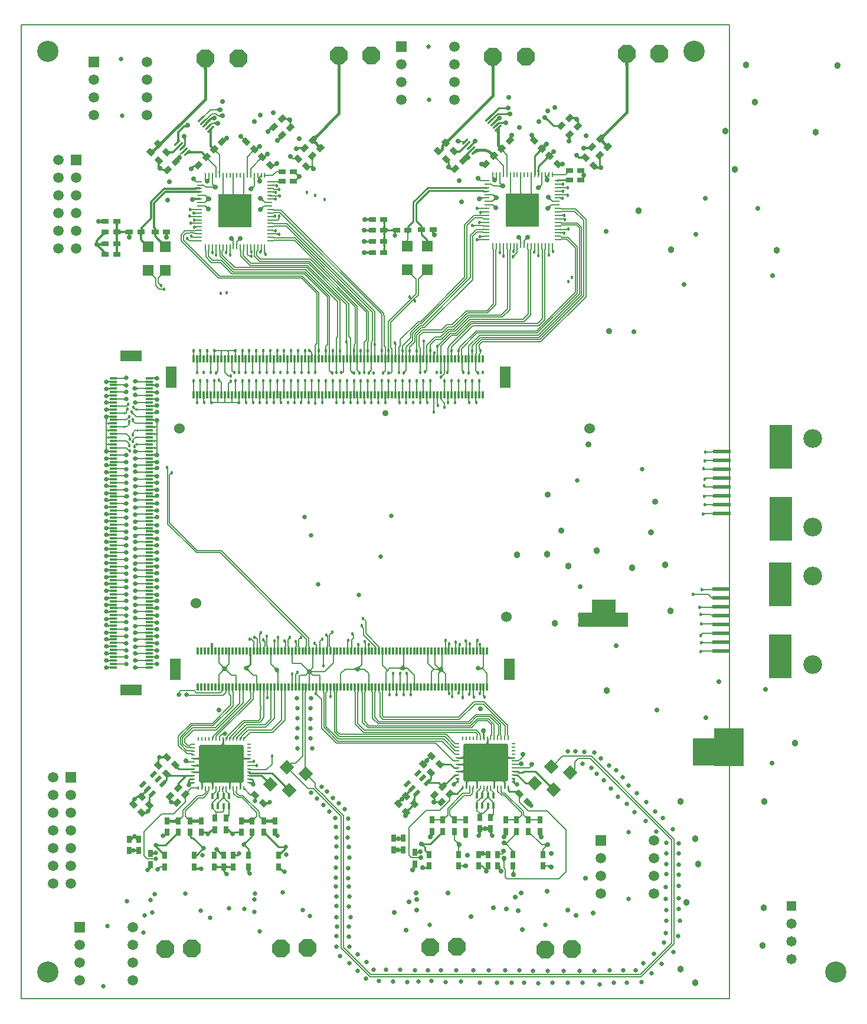
<source format=gtl>
G04 Layer_Physical_Order=1*
G04 Layer_Color=255*
%FSLAX23Y23*%
%MOIN*%
G70*
G01*
G75*
%ADD10C,0.015*%
%ADD11C,0.011*%
%ADD12C,0.011*%
%ADD13C,0.009*%
%ADD14C,0.015*%
%ADD15R,0.040X0.030*%
%ADD16R,0.017X0.035*%
G04:AMPARAMS|DCode=17|XSize=43mil|YSize=12mil|CornerRadius=3mil|HoleSize=0mil|Usage=FLASHONLY|Rotation=90.000|XOffset=0mil|YOffset=0mil|HoleType=Round|Shape=RoundedRectangle|*
%AMROUNDEDRECTD17*
21,1,0.043,0.006,0,0,90.0*
21,1,0.037,0.012,0,0,90.0*
1,1,0.006,0.003,0.019*
1,1,0.006,0.003,-0.019*
1,1,0.006,-0.003,-0.019*
1,1,0.006,-0.003,0.019*
%
%ADD17ROUNDEDRECTD17*%
%ADD18R,0.185X0.185*%
%ADD19R,0.010X0.020*%
%ADD20R,0.020X0.010*%
%ADD21R,0.011X0.031*%
%ADD22R,0.031X0.011*%
%ADD23R,0.030X0.040*%
G04:AMPARAMS|DCode=24|XSize=40mil|YSize=30mil|CornerRadius=0mil|HoleSize=0mil|Usage=FLASHONLY|Rotation=45.000|XOffset=0mil|YOffset=0mil|HoleType=Round|Shape=Rectangle|*
%AMROTATEDRECTD24*
4,1,4,-0.004,-0.025,-0.025,-0.004,0.004,0.025,0.025,0.004,-0.004,-0.025,0.0*
%
%ADD24ROTATEDRECTD24*%

G04:AMPARAMS|DCode=25|XSize=40mil|YSize=30mil|CornerRadius=0mil|HoleSize=0mil|Usage=FLASHONLY|Rotation=135.000|XOffset=0mil|YOffset=0mil|HoleType=Round|Shape=Rectangle|*
%AMROTATEDRECTD25*
4,1,4,0.025,-0.004,0.004,-0.025,-0.025,0.004,-0.004,0.025,0.025,-0.004,0.0*
%
%ADD25ROTATEDRECTD25*%

G04:AMPARAMS|DCode=26|XSize=47mil|YSize=12mil|CornerRadius=0mil|HoleSize=0mil|Usage=FLASHONLY|Rotation=225.000|XOffset=0mil|YOffset=0mil|HoleType=Round|Shape=Round|*
%AMOVALD26*
21,1,0.035,0.012,0.000,0.000,225.0*
1,1,0.012,0.013,0.013*
1,1,0.012,-0.013,-0.013*
%
%ADD26OVALD26*%

G04:AMPARAMS|DCode=27|XSize=47mil|YSize=12mil|CornerRadius=0mil|HoleSize=0mil|Usage=FLASHONLY|Rotation=225.000|XOffset=0mil|YOffset=0mil|HoleType=Round|Shape=Rectangle|*
%AMROTATEDRECTD27*
4,1,4,0.013,0.021,0.021,0.013,-0.013,-0.021,-0.021,-0.013,0.013,0.021,0.0*
%
%ADD27ROTATEDRECTD27*%

%ADD28R,0.060X0.060*%
%ADD29P,0.085X4X90.0*%
G04:AMPARAMS|DCode=30|XSize=39mil|YSize=20mil|CornerRadius=0mil|HoleSize=0mil|Usage=FLASHONLY|Rotation=45.000|XOffset=0mil|YOffset=0mil|HoleType=Round|Shape=Rectangle|*
%AMROTATEDRECTD30*
4,1,4,-0.007,-0.021,-0.021,-0.007,0.007,0.021,0.021,0.007,-0.007,-0.021,0.0*
%
%ADD30ROTATEDRECTD30*%

%ADD31R,0.043X0.012*%
G04:AMPARAMS|DCode=32|XSize=43mil|YSize=12mil|CornerRadius=3mil|HoleSize=0mil|Usage=FLASHONLY|Rotation=0.000|XOffset=0mil|YOffset=0mil|HoleType=Round|Shape=RoundedRectangle|*
%AMROUNDEDRECTD32*
21,1,0.043,0.006,0,0,0.0*
21,1,0.037,0.012,0,0,0.0*
1,1,0.006,0.019,-0.003*
1,1,0.006,-0.019,-0.003*
1,1,0.006,-0.019,0.003*
1,1,0.006,0.019,0.003*
%
%ADD32ROUNDEDRECTD32*%
%ADD33R,0.122X0.063*%
%ADD34R,0.012X0.043*%
%ADD35R,0.063X0.122*%
%ADD36R,0.130X0.245*%
%ADD37R,0.100X0.022*%
%ADD38C,0.006*%
%ADD39C,0.012*%
%ADD40C,0.008*%
%ADD41C,0.010*%
%ADD42C,0.008*%
%ADD43C,0.016*%
%ADD44R,0.171X0.212*%
%ADD45R,0.119X0.155*%
%ADD46R,0.285X0.080*%
%ADD47R,0.135X0.075*%
%ADD48R,0.059X0.059*%
%ADD49C,0.059*%
%ADD50R,0.059X0.059*%
%ADD51P,0.108X8X22.5*%
%ADD52C,0.058*%
%ADD53R,0.058X0.058*%
G04:AMPARAMS|DCode=54|XSize=213mil|YSize=254mil|CornerRadius=11mil|HoleSize=0mil|Usage=FLASHONLY|Rotation=90.000|XOffset=0mil|YOffset=0mil|HoleType=Round|Shape=RoundedRectangle|*
%AMROUNDEDRECTD54*
21,1,0.213,0.233,0,0,90.0*
21,1,0.192,0.254,0,0,90.0*
1,1,0.021,0.116,0.096*
1,1,0.021,0.116,-0.096*
1,1,0.021,-0.116,-0.096*
1,1,0.021,-0.116,0.096*
%
%ADD54ROUNDEDRECTD54*%
%ADD55C,0.120*%
%ADD56C,0.060*%
%ADD57C,0.106*%
%ADD58C,0.018*%
%ADD59C,0.026*%
%ADD60C,0.028*%
%ADD61C,0.036*%
%ADD62C,0.038*%
G36*
X3433Y5288D02*
X3431Y5288D01*
X3430Y5287D01*
X3429Y5286D01*
X3428Y5284D01*
X3428Y5283D01*
X3427Y5281D01*
X3427Y5279D01*
X3427Y5276D01*
X3427Y5273D01*
X3411D01*
X3411Y5276D01*
X3411Y5279D01*
X3411Y5281D01*
X3410Y5283D01*
X3410Y5284D01*
X3409Y5286D01*
X3408Y5287D01*
X3407Y5288D01*
X3405Y5288D01*
X3404Y5288D01*
X3434D01*
X3433Y5288D01*
D02*
G37*
G36*
X1808Y5279D02*
X1806Y5279D01*
X1805Y5278D01*
X1804Y5277D01*
X1803Y5275D01*
X1803Y5274D01*
X1802Y5272D01*
X1802Y5270D01*
X1802Y5267D01*
X1801Y5264D01*
X1786D01*
X1786Y5267D01*
X1786Y5270D01*
X1786Y5272D01*
X1785Y5274D01*
X1785Y5275D01*
X1784Y5277D01*
X1783Y5278D01*
X1782Y5279D01*
X1780Y5279D01*
X1779Y5279D01*
X1809D01*
X1808Y5279D01*
D02*
G37*
G36*
X2677Y5271D02*
X2675Y5271D01*
X2674Y5270D01*
X2673Y5269D01*
X2672Y5267D01*
X2672Y5266D01*
X2671Y5264D01*
X2671Y5262D01*
X2671Y5259D01*
X2671Y5256D01*
X2655D01*
X2655Y5259D01*
X2655Y5262D01*
X2655Y5264D01*
X2654Y5266D01*
X2654Y5267D01*
X2653Y5269D01*
X2652Y5270D01*
X2651Y5271D01*
X2649Y5271D01*
X2648Y5271D01*
X2678D01*
X2677Y5271D01*
D02*
G37*
G36*
X1052Y5262D02*
X1050Y5262D01*
X1049Y5261D01*
X1048Y5260D01*
X1047Y5258D01*
X1047Y5257D01*
X1046Y5255D01*
X1046Y5253D01*
X1046Y5250D01*
X1046Y5247D01*
X1031D01*
X1030Y5250D01*
X1030Y5253D01*
X1030Y5255D01*
X1029Y5257D01*
X1029Y5258D01*
X1028Y5260D01*
X1027Y5261D01*
X1026Y5262D01*
X1024Y5262D01*
X1023Y5262D01*
X1053D01*
X1052Y5262D01*
D02*
G37*
G36*
X1112Y5012D02*
X1111Y5013D01*
X1110Y5014D01*
X1109Y5015D01*
X1107Y5016D01*
X1106Y5017D01*
X1105Y5017D01*
X1104Y5017D01*
X1103Y5018D01*
X1101Y5018D01*
X1100Y5018D01*
Y5026D01*
X1101Y5026D01*
X1103Y5026D01*
X1104Y5027D01*
X1105Y5027D01*
X1106Y5027D01*
X1107Y5028D01*
X1109Y5029D01*
X1110Y5030D01*
X1111Y5031D01*
X1112Y5032D01*
Y5012D01*
D02*
G37*
G36*
X2750Y4988D02*
X2749Y4989D01*
X2748Y4990D01*
X2747Y4991D01*
X2746Y4992D01*
X2745Y4992D01*
X2744Y4993D01*
X2743Y4993D01*
X2742Y4993D01*
X2740Y4994D01*
X2739Y4994D01*
X2740Y5004D01*
X2742Y5004D01*
X2743Y5004D01*
X2744Y5004D01*
X2745Y5004D01*
X2747Y5005D01*
X2748Y5005D01*
X2749Y5006D01*
X2750Y5006D01*
X2751Y5007D01*
X2752Y5008D01*
X2750Y4988D01*
D02*
G37*
G36*
X2662Y4991D02*
X2655Y4983D01*
X2647Y4991D01*
X2648Y4991D01*
X2648Y4991D01*
X2648Y4992D01*
X2651Y4994D01*
X2655Y4998D01*
X2662Y4991D01*
D02*
G37*
G36*
X1125Y4978D02*
X1124Y4979D01*
X1123Y4980D01*
X1122Y4981D01*
X1120Y4982D01*
X1119Y4983D01*
X1118Y4983D01*
X1117Y4983D01*
X1116Y4984D01*
X1114Y4984D01*
X1113Y4984D01*
Y4992D01*
X1114Y4992D01*
X1116Y4992D01*
X1117Y4993D01*
X1118Y4993D01*
X1119Y4993D01*
X1120Y4994D01*
X1122Y4995D01*
X1123Y4996D01*
X1124Y4997D01*
X1125Y4998D01*
Y4978D01*
D02*
G37*
G36*
X1037Y4985D02*
X1036Y4984D01*
X1033Y4980D01*
X1033Y4980D01*
X1032Y4979D01*
X1032Y4978D01*
X1031Y4978D01*
X1031Y4977D01*
X1024Y4985D01*
X1024Y4985D01*
X1025Y4985D01*
X1025Y4986D01*
X1026Y4986D01*
X1027Y4987D01*
X1029Y4988D01*
X1031Y4990D01*
X1032Y4991D01*
X1037Y4985D01*
D02*
G37*
G36*
X1505Y4959D02*
X1504Y4961D01*
X1503Y4962D01*
X1502Y4963D01*
X1501Y4964D01*
X1500Y4964D01*
X1499Y4965D01*
X1498Y4965D01*
X1497Y4966D01*
X1496Y4966D01*
X1493Y4966D01*
X1491Y4965D01*
X1490Y4965D01*
X1489Y4965D01*
X1488Y4964D01*
X1487Y4963D01*
X1487Y4963D01*
X1486Y4962D01*
X1493Y4978D01*
X1493Y4977D01*
X1493Y4977D01*
X1494Y4976D01*
X1494Y4975D01*
X1495Y4975D01*
X1497Y4975D01*
X1498Y4974D01*
X1500Y4974D01*
X1501Y4974D01*
X1502Y4975D01*
X1503Y4975D01*
X1506Y4976D01*
X1507Y4977D01*
X1510Y4978D01*
X1505Y4959D01*
D02*
G37*
G36*
X2677Y4979D02*
X2675Y4977D01*
X2671Y4973D01*
X2671Y4972D01*
X2670Y4970D01*
X2669Y4970D01*
X2669Y4969D01*
X2662Y4977D01*
X2661Y4977D01*
X2662Y4977D01*
X2662Y4978D01*
X2662Y4978D01*
X2665Y4982D01*
X2671Y4987D01*
X2677Y4979D01*
D02*
G37*
G36*
X3117Y4983D02*
X3117Y4983D01*
X3117Y4982D01*
X3118Y4982D01*
X3119Y4981D01*
X3120Y4981D01*
X3121Y4981D01*
X3122Y4981D01*
X3123Y4981D01*
X3132Y4981D01*
X3121Y4966D01*
X3121Y4967D01*
X3121Y4968D01*
X3120Y4969D01*
X3120Y4969D01*
X3119Y4970D01*
X3118Y4971D01*
X3117Y4971D01*
X3116Y4971D01*
X3115Y4971D01*
X3114Y4971D01*
X3113Y4970D01*
X3112Y4970D01*
X3111Y4969D01*
X3110Y4969D01*
X3110Y4968D01*
X3117Y4984D01*
X3117Y4983D01*
D02*
G37*
G36*
X1079Y4965D02*
X1078Y4965D01*
X1077Y4965D01*
X1077Y4965D01*
X1076Y4965D01*
X1075Y4965D01*
X1074Y4965D01*
X1073Y4964D01*
X1072Y4964D01*
X1071Y4963D01*
X1070Y4962D01*
X1064Y4972D01*
X1076Y4983D01*
X1079Y4965D01*
D02*
G37*
G36*
X1050Y4967D02*
X1049Y4966D01*
X1046Y4963D01*
X1045Y4963D01*
X1045Y4963D01*
X1038Y4971D01*
X1039Y4971D01*
X1040Y4971D01*
X1041Y4972D01*
X1042Y4972D01*
X1043Y4973D01*
X1044Y4973D01*
X1045Y4974D01*
X1046Y4975D01*
X1047Y4975D01*
X1048Y4976D01*
X1050Y4967D01*
D02*
G37*
G36*
X2696Y4960D02*
X2694Y4961D01*
X2693Y4961D01*
X2692Y4961D01*
X2691Y4961D01*
X2689Y4961D01*
X2688Y4960D01*
X2687Y4960D01*
X2686Y4959D01*
X2686Y4959D01*
X2686Y4959D01*
X2684Y4957D01*
X2684Y4956D01*
X2683Y4955D01*
X2683Y4955D01*
X2675Y4963D01*
X2676Y4963D01*
X2676Y4963D01*
X2677Y4964D01*
X2678Y4964D01*
X2679Y4965D01*
X2680Y4966D01*
X2681Y4967D01*
X2682Y4968D01*
X2682Y4969D01*
X2683Y4970D01*
X2684Y4972D01*
X2685Y4974D01*
X2686Y4976D01*
X2687Y4978D01*
X2696Y4960D01*
D02*
G37*
G36*
X2971Y4977D02*
X2972Y4976D01*
X2972Y4974D01*
X2972Y4973D01*
X2973Y4972D01*
X2973Y4971D01*
X2974Y4970D01*
X2975Y4968D01*
X2976Y4967D01*
X2976Y4967D01*
X2971Y4959D01*
X2970Y4960D01*
X2969Y4961D01*
X2968Y4961D01*
X2967Y4962D01*
X2966Y4962D01*
X2965Y4963D01*
X2963Y4963D01*
X2962Y4963D01*
X2961Y4963D01*
X2959Y4963D01*
X2971Y4979D01*
X2971Y4977D01*
D02*
G37*
G36*
X3148Y4963D02*
X3148Y4961D01*
X3148Y4959D01*
X3148Y4955D01*
X3148Y4953D01*
X3148Y4953D01*
X3148Y4951D01*
X3149Y4950D01*
X3149Y4949D01*
X3150Y4948D01*
X3150Y4948D01*
X3151Y4948D01*
X3152Y4948D01*
X3134Y4941D01*
X3135Y4942D01*
X3136Y4942D01*
X3136Y4943D01*
X3137Y4944D01*
X3137Y4945D01*
X3138Y4947D01*
X3138Y4948D01*
X3138Y4949D01*
X3138Y4950D01*
X3137Y4951D01*
X3136Y4951D01*
X3136Y4952D01*
X3135Y4953D01*
X3134Y4953D01*
X3133Y4953D01*
X3149Y4963D01*
X3148Y4963D01*
D02*
G37*
G36*
X2726Y4938D02*
X2725Y4940D01*
X2724Y4940D01*
X2723Y4941D01*
X2721Y4942D01*
X2720Y4943D01*
X2719Y4943D01*
X2718Y4943D01*
X2717Y4944D01*
X2716Y4944D01*
X2714Y4944D01*
X2714Y4953D01*
X2716Y4953D01*
X2717Y4953D01*
X2718Y4953D01*
X2719Y4954D01*
X2721Y4954D01*
X2722Y4955D01*
X2723Y4955D01*
X2724Y4956D01*
X2725Y4957D01*
X2726Y4958D01*
X2726Y4938D01*
D02*
G37*
G36*
X1098Y4936D02*
X1097Y4937D01*
X1096Y4938D01*
X1095Y4939D01*
X1093Y4940D01*
X1092Y4941D01*
X1091Y4941D01*
X1090Y4941D01*
X1089Y4942D01*
X1087Y4942D01*
X1086Y4942D01*
Y4950D01*
X1087Y4950D01*
X1089Y4950D01*
X1090Y4951D01*
X1091Y4951D01*
X1092Y4951D01*
X1093Y4952D01*
X1095Y4953D01*
X1096Y4954D01*
X1097Y4955D01*
X1098Y4956D01*
Y4936D01*
D02*
G37*
G36*
X1527Y4956D02*
X1526Y4954D01*
X1525Y4952D01*
X1524Y4951D01*
X1524Y4950D01*
X1524Y4949D01*
X1524Y4948D01*
X1524Y4947D01*
X1524Y4945D01*
X1525Y4944D01*
X1525Y4943D01*
X1526Y4943D01*
X1526Y4943D01*
X1527Y4943D01*
X1511Y4936D01*
X1512Y4936D01*
X1513Y4937D01*
X1513Y4938D01*
X1514Y4939D01*
X1514Y4940D01*
X1515Y4941D01*
X1515Y4943D01*
X1515Y4944D01*
X1515Y4945D01*
X1515Y4946D01*
X1515Y4947D01*
X1514Y4949D01*
X1514Y4950D01*
X1513Y4951D01*
X1512Y4952D01*
X1511Y4953D01*
X1510Y4954D01*
X1509Y4955D01*
X1528Y4958D01*
X1527Y4956D01*
D02*
G37*
G36*
X1079Y4943D02*
X1078Y4942D01*
X1075Y4938D01*
X1074Y4938D01*
X1074Y4937D01*
X1074Y4936D01*
X1073Y4936D01*
X1073Y4935D01*
X1066Y4943D01*
X1066Y4943D01*
X1067Y4943D01*
X1067Y4944D01*
X1068Y4944D01*
X1069Y4945D01*
X1071Y4946D01*
X1073Y4948D01*
X1074Y4949D01*
X1079Y4943D01*
D02*
G37*
G36*
X3032Y4921D02*
X3032Y4922D01*
X3032Y4923D01*
X3031Y4923D01*
X3031Y4924D01*
X3029Y4924D01*
X3028Y4925D01*
X3026Y4925D01*
X3024Y4925D01*
X3018Y4926D01*
X3025Y4935D01*
X3028Y4935D01*
X3032Y4935D01*
X3033Y4935D01*
X3035Y4936D01*
X3036Y4936D01*
X3037Y4937D01*
X3038Y4937D01*
X3039Y4938D01*
X3039Y4939D01*
X3032Y4921D01*
D02*
G37*
G36*
X1417Y4907D02*
X1416Y4907D01*
X1415Y4908D01*
X1414Y4908D01*
X1413Y4908D01*
X1411Y4908D01*
X1410Y4907D01*
X1409Y4906D01*
X1408Y4906D01*
X1408Y4905D01*
X1407Y4904D01*
X1407Y4903D01*
X1406Y4902D01*
X1406Y4901D01*
X1406Y4900D01*
X1406Y4899D01*
X1392Y4913D01*
X1393Y4913D01*
X1394Y4913D01*
X1395Y4913D01*
X1396Y4914D01*
X1397Y4914D01*
X1398Y4915D01*
X1400Y4915D01*
X1400Y4916D01*
X1402Y4918D01*
X1403Y4919D01*
X1403Y4920D01*
X1403Y4920D01*
X1403Y4921D01*
X1417Y4907D01*
D02*
G37*
G36*
X2707Y4922D02*
X2705Y4921D01*
X2704Y4919D01*
X2703Y4917D01*
X2702Y4915D01*
X2702Y4912D01*
X2701Y4910D01*
X2701Y4907D01*
X2701Y4904D01*
X2701Y4901D01*
X2685Y4886D01*
X2685Y4887D01*
X2685Y4888D01*
X2685Y4889D01*
X2685Y4890D01*
X2684Y4891D01*
X2684Y4892D01*
X2683Y4893D01*
X2682Y4894D01*
X2681Y4895D01*
X2680Y4896D01*
X2708Y4924D01*
X2707Y4922D01*
D02*
G37*
G36*
X1080Y4914D02*
X1079Y4912D01*
X1078Y4911D01*
X1077Y4909D01*
X1077Y4907D01*
X1076Y4906D01*
X1076Y4904D01*
X1075Y4901D01*
X1075Y4899D01*
X1075Y4897D01*
X1063Y4885D01*
X1063Y4887D01*
X1063Y4889D01*
X1063Y4890D01*
X1062Y4892D01*
X1062Y4892D01*
X1061Y4893D01*
X1060Y4893D01*
X1059Y4893D01*
X1058Y4892D01*
X1057Y4891D01*
X1081Y4915D01*
X1080Y4914D01*
D02*
G37*
G36*
X3299Y4877D02*
X3297Y4875D01*
X3295Y4873D01*
X3294Y4871D01*
X3293Y4870D01*
X3292Y4868D01*
X3292Y4867D01*
X3292Y4865D01*
X3292Y4864D01*
X3293Y4863D01*
X3294Y4861D01*
X3272Y4883D01*
X3274Y4882D01*
X3275Y4881D01*
X3276Y4881D01*
X3278Y4881D01*
X3279Y4881D01*
X3281Y4882D01*
X3282Y4883D01*
X3284Y4884D01*
X3286Y4886D01*
X3288Y4888D01*
X3299Y4877D01*
D02*
G37*
G36*
X1675Y4871D02*
X1673Y4869D01*
X1672Y4867D01*
X1670Y4865D01*
X1669Y4864D01*
X1669Y4862D01*
X1668Y4861D01*
X1668Y4859D01*
X1668Y4858D01*
X1669Y4857D01*
X1670Y4855D01*
X1649Y4877D01*
X1650Y4876D01*
X1651Y4875D01*
X1652Y4875D01*
X1654Y4875D01*
X1655Y4875D01*
X1657Y4876D01*
X1659Y4877D01*
X1661Y4878D01*
X1662Y4880D01*
X1665Y4882D01*
X1675Y4871D01*
D02*
G37*
G36*
X2769Y4875D02*
X2768Y4874D01*
X2767Y4873D01*
X2767Y4872D01*
X2767Y4872D01*
X2766Y4871D01*
X2766Y4870D01*
X2766Y4870D01*
X2766Y4869D01*
X2766Y4869D01*
X2767Y4868D01*
X2762Y4874D01*
X2765Y4879D01*
X2769Y4875D01*
D02*
G37*
G36*
X3105Y4871D02*
X3104Y4870D01*
X3104Y4869D01*
X3103Y4868D01*
X3103Y4867D01*
X3102Y4865D01*
X3102Y4864D01*
X3102Y4862D01*
X3102Y4860D01*
X3102Y4859D01*
X3103Y4856D01*
X3104Y4855D01*
X3105Y4852D01*
X3098Y4855D01*
X3093Y4851D01*
X3092Y4854D01*
X3092Y4855D01*
X3092Y4857D01*
X3086Y4859D01*
X3088Y4860D01*
X3089Y4860D01*
X3090Y4861D01*
X3090Y4862D01*
X3091Y4862D01*
X3091Y4863D01*
X3091Y4863D01*
X3090Y4864D01*
X3090Y4864D01*
X3089Y4864D01*
X3088Y4864D01*
X3092Y4866D01*
X3092Y4866D01*
X3092Y4867D01*
X3093Y4869D01*
X3096Y4867D01*
X3106Y4871D01*
X3105Y4871D01*
D02*
G37*
G36*
X2887Y4874D02*
X2887Y4873D01*
X2887Y4872D01*
X2887Y4872D01*
X2888Y4871D01*
X2888Y4871D01*
X2889Y4871D01*
X2889Y4871D01*
X2889Y4872D01*
X2890Y4872D01*
X2884Y4866D01*
X2890D01*
X2889Y4866D01*
X2889Y4866D01*
X2888Y4865D01*
X2888Y4865D01*
X2888Y4864D01*
X2887Y4863D01*
X2887Y4863D01*
X2887Y4862D01*
X2887Y4861D01*
X2887Y4860D01*
X2881D01*
X2881Y4861D01*
X2881Y4862D01*
X2881Y4863D01*
X2881Y4863D01*
X2878Y4860D01*
X2879Y4861D01*
X2879Y4861D01*
X2880Y4862D01*
X2880Y4863D01*
X2880Y4864D01*
X2880Y4864D01*
X2880Y4864D01*
X2880Y4865D01*
X2880Y4865D01*
X2879Y4866D01*
X2879Y4866D01*
X2878Y4866D01*
X2881D01*
X2881Y4867D01*
X2881Y4868D01*
X2881Y4869D01*
X2887Y4875D01*
X2887Y4874D01*
D02*
G37*
G36*
X1151Y4859D02*
X1151Y4859D01*
X1152Y4860D01*
X1153Y4861D01*
X1155Y4862D01*
X1160Y4857D01*
X1159Y4855D01*
X1158Y4854D01*
X1157Y4853D01*
X1157Y4853D01*
X1161Y4849D01*
X1159Y4849D01*
X1158Y4849D01*
X1157Y4849D01*
X1157Y4849D01*
X1157Y4848D01*
X1157Y4849D01*
X1156Y4849D01*
X1155Y4848D01*
X1154Y4848D01*
X1152Y4848D01*
X1151Y4847D01*
X1150Y4846D01*
X1149Y4846D01*
X1148Y4845D01*
X1143Y4850D01*
X1144Y4851D01*
X1144Y4852D01*
X1145Y4853D01*
X1146Y4854D01*
X1146Y4856D01*
X1146Y4857D01*
X1147Y4858D01*
X1147Y4859D01*
X1146Y4859D01*
X1147Y4859D01*
X1147Y4859D01*
X1147Y4860D01*
X1147Y4861D01*
X1147Y4863D01*
X1151Y4859D01*
D02*
G37*
G36*
X1457Y4865D02*
X1457Y4866D01*
X1458Y4866D01*
X1464Y4860D01*
X1464Y4859D01*
X1463Y4859D01*
X1467Y4856D01*
X1466Y4856D01*
X1465Y4857D01*
X1464Y4857D01*
X1463Y4857D01*
X1463Y4857D01*
X1462Y4856D01*
X1462Y4856D01*
X1461Y4855D01*
X1461Y4854D01*
X1460Y4852D01*
X1460Y4851D01*
X1460Y4850D01*
X1460Y4848D01*
X1446Y4862D01*
X1448Y4862D01*
X1449Y4862D01*
X1450Y4862D01*
X1452Y4863D01*
X1453Y4863D01*
X1454Y4864D01*
X1454Y4864D01*
X1455Y4865D01*
X1455Y4865D01*
X1455Y4866D01*
X1455Y4867D01*
X1454Y4868D01*
X1454Y4869D01*
X1457Y4865D01*
D02*
G37*
G36*
X2423Y4850D02*
X2422Y4848D01*
X2420Y4846D01*
X2419Y4844D01*
X2418Y4842D01*
X2417Y4841D01*
X2416Y4839D01*
X2416Y4838D01*
X2417Y4836D01*
X2417Y4835D01*
X2418Y4834D01*
X2397Y4855D01*
X2398Y4854D01*
X2399Y4854D01*
X2401Y4853D01*
X2402Y4853D01*
X2404Y4854D01*
X2405Y4854D01*
X2407Y4855D01*
X2409Y4857D01*
X2411Y4858D01*
X2413Y4860D01*
X2423Y4850D01*
D02*
G37*
G36*
X1253Y4870D02*
X1253Y4869D01*
X1253Y4867D01*
X1254Y4866D01*
X1254Y4865D01*
X1254Y4863D01*
X1255Y4862D01*
X1256Y4862D01*
X1256Y4861D01*
X1257Y4861D01*
X1258Y4860D01*
X1259Y4860D01*
X1259Y4860D01*
X1260Y4860D01*
X1261Y4861D01*
X1261Y4861D01*
X1250Y4850D01*
X1250Y4850D01*
X1251Y4851D01*
X1251Y4852D01*
X1251Y4852D01*
X1251Y4853D01*
X1250Y4854D01*
X1250Y4855D01*
X1249Y4855D01*
X1249Y4856D01*
X1248Y4857D01*
X1246Y4857D01*
X1245Y4857D01*
X1244Y4858D01*
X1242Y4858D01*
X1241Y4858D01*
X1239Y4858D01*
X1253Y4872D01*
X1253Y4870D01*
D02*
G37*
G36*
X931Y4865D02*
X930Y4861D01*
X929Y4860D01*
X929Y4857D01*
X929Y4856D01*
X929Y4854D01*
X920Y4849D01*
X920Y4850D01*
X919Y4851D01*
X919Y4852D01*
X919Y4854D01*
X918Y4854D01*
X917Y4855D01*
X917Y4856D01*
X916Y4857D01*
X915Y4857D01*
X914Y4858D01*
X931Y4866D01*
X931Y4865D01*
D02*
G37*
G36*
X805Y4839D02*
X803Y4837D01*
X800Y4833D01*
X798Y4831D01*
X798Y4830D01*
X797Y4829D01*
X797Y4827D01*
X797Y4826D01*
X797Y4825D01*
X798Y4824D01*
X778Y4844D01*
X779Y4843D01*
X780Y4843D01*
X782Y4842D01*
X783Y4842D01*
X785Y4843D01*
X786Y4843D01*
X788Y4844D01*
X790Y4846D01*
X792Y4847D01*
X794Y4849D01*
X805Y4839D01*
D02*
G37*
G36*
X2491Y4835D02*
X2491Y4835D01*
X2491Y4836D01*
X2492Y4836D01*
X2492Y4837D01*
X2491Y4837D01*
X2491Y4837D01*
X2490Y4837D01*
X2490Y4838D01*
X2489Y4838D01*
X2488Y4838D01*
X2494Y4844D01*
X2495Y4844D01*
X2496Y4844D01*
X2497Y4844D01*
X2498Y4844D01*
X2499Y4844D01*
X2500Y4845D01*
X2501Y4845D01*
X2501Y4846D01*
X2502Y4846D01*
X2503Y4847D01*
X2491Y4835D01*
D02*
G37*
G36*
X2481Y4850D02*
X2481Y4849D01*
X2482Y4847D01*
X2483Y4846D01*
X2484Y4846D01*
X2485Y4845D01*
X2486Y4844D01*
X2487Y4844D01*
X2488Y4844D01*
X2489Y4844D01*
X2487Y4838D01*
X2486Y4838D01*
X2485Y4837D01*
X2484Y4837D01*
X2481Y4837D01*
X2478Y4835D01*
X2473Y4833D01*
X2480Y4851D01*
X2481Y4850D01*
D02*
G37*
G36*
X3288Y4856D02*
X3288Y4855D01*
X3287Y4853D01*
X3287Y4852D01*
X3288Y4850D01*
X3288Y4849D01*
X3289Y4847D01*
X3291Y4845D01*
X3292Y4843D01*
X3294Y4841D01*
X3284Y4831D01*
X3282Y4833D01*
X3280Y4834D01*
X3278Y4835D01*
X3276Y4837D01*
X3275Y4837D01*
X3273Y4838D01*
X3272Y4838D01*
X3270Y4837D01*
X3269Y4837D01*
X3268Y4836D01*
X3289Y4857D01*
X3288Y4856D01*
D02*
G37*
G36*
X2968Y4819D02*
X2966Y4817D01*
X2965Y4816D01*
X2965Y4816D01*
X2966Y4815D01*
X2965Y4815D01*
X2965Y4814D01*
X2964Y4814D01*
X2963Y4814D01*
X2963Y4814D01*
X2963Y4813D01*
X2962Y4811D01*
X2961Y4810D01*
X2961Y4808D01*
X2961Y4806D01*
X2961Y4805D01*
X2961Y4804D01*
X2962Y4802D01*
X2940Y4825D01*
X2941Y4824D01*
X2942Y4823D01*
X2944Y4823D01*
X2945Y4823D01*
X2947Y4824D01*
X2949Y4824D01*
X2951Y4825D01*
X2951Y4826D01*
X2951Y4826D01*
X2951Y4827D01*
X2952Y4827D01*
X2952Y4828D01*
X2952Y4828D01*
X2953Y4827D01*
X2953Y4827D01*
X2955Y4829D01*
X2957Y4831D01*
X2968Y4819D01*
D02*
G37*
G36*
X1664Y4850D02*
X1664Y4849D01*
X1664Y4847D01*
X1664Y4846D01*
X1664Y4844D01*
X1665Y4843D01*
X1666Y4841D01*
X1667Y4839D01*
X1669Y4837D01*
X1671Y4835D01*
X1660Y4825D01*
X1658Y4827D01*
X1656Y4828D01*
X1654Y4830D01*
X1652Y4831D01*
X1651Y4831D01*
X1649Y4832D01*
X1648Y4832D01*
X1646Y4831D01*
X1645Y4831D01*
X1644Y4830D01*
X1665Y4851D01*
X1664Y4850D01*
D02*
G37*
G36*
X2564Y4830D02*
X2563Y4830D01*
X2561Y4830D01*
X2560Y4830D01*
X2559Y4830D01*
X2557Y4829D01*
X2556Y4829D01*
X2555Y4828D01*
X2554Y4827D01*
X2552Y4825D01*
X2552Y4824D01*
X2551Y4824D01*
X2551Y4823D01*
X2551Y4823D01*
X2543Y4831D01*
X2544Y4831D01*
X2544Y4831D01*
X2544Y4831D01*
X2545Y4832D01*
X2547Y4833D01*
X2547Y4834D01*
X2548Y4835D01*
X2549Y4836D01*
X2549Y4837D01*
X2550Y4839D01*
X2550Y4840D01*
X2550Y4841D01*
X2550Y4843D01*
X2550Y4844D01*
X2564Y4830D01*
D02*
G37*
G36*
X2391Y4819D02*
X2391Y4819D01*
X2391Y4819D01*
X2390Y4819D01*
X2390Y4818D01*
X2389Y4818D01*
X2387Y4817D01*
X2384Y4815D01*
X2382Y4814D01*
X2373Y4826D01*
X2375Y4827D01*
X2378Y4829D01*
X2378Y4830D01*
X2379Y4830D01*
X2379Y4831D01*
X2379Y4831D01*
X2379Y4831D01*
X2391Y4819D01*
D02*
G37*
G36*
X3213Y4794D02*
X3213Y4795D01*
X3212Y4796D01*
X3211Y4797D01*
X3209Y4798D01*
X3208Y4799D01*
X3206Y4799D01*
X3204Y4799D01*
X3201Y4800D01*
X3198Y4800D01*
X3196Y4800D01*
X3196Y4800D01*
X3194Y4800D01*
X3193Y4800D01*
X3192Y4799D01*
X3191Y4799D01*
X3190Y4799D01*
X3189Y4798D01*
X3188Y4798D01*
X3187Y4797D01*
X3186Y4796D01*
Y4816D01*
X3187Y4815D01*
X3188Y4814D01*
X3189Y4814D01*
X3190Y4813D01*
X3191Y4813D01*
X3192Y4813D01*
X3193Y4812D01*
X3194Y4812D01*
X3195Y4812D01*
X3200Y4813D01*
X3202Y4813D01*
X3204Y4813D01*
X3206Y4814D01*
X3207Y4815D01*
X3208Y4816D01*
X3208Y4817D01*
X3208Y4818D01*
X3213Y4794D01*
D02*
G37*
G36*
X3299Y4836D02*
X3301Y4835D01*
X3303Y4833D01*
X3305Y4832D01*
X3306Y4832D01*
X3308Y4831D01*
X3309Y4831D01*
X3311Y4832D01*
X3312Y4832D01*
X3313Y4833D01*
X3292Y4812D01*
X3293Y4813D01*
X3293Y4814D01*
X3294Y4816D01*
X3294Y4817D01*
X3293Y4819D01*
X3293Y4820D01*
X3292Y4822D01*
X3290Y4824D01*
X3289Y4826D01*
X3287Y4828D01*
X3297Y4838D01*
X3299Y4836D01*
D02*
G37*
G36*
X1579Y4798D02*
X1579Y4799D01*
X1579Y4799D01*
X1579Y4800D01*
X1578Y4801D01*
X1577Y4801D01*
X1576Y4801D01*
X1574Y4802D01*
X1574Y4802D01*
X1573Y4801D01*
X1572Y4801D01*
X1571Y4800D01*
X1570Y4800D01*
X1569Y4799D01*
X1568Y4798D01*
X1568Y4797D01*
X1567Y4795D01*
X1560Y4814D01*
X1561Y4813D01*
X1567Y4811D01*
X1568Y4811D01*
X1571Y4810D01*
X1572Y4810D01*
X1573Y4810D01*
X1573Y4809D01*
X1574Y4810D01*
X1576Y4810D01*
X1580Y4810D01*
X1581Y4811D01*
X1582Y4811D01*
X1584Y4811D01*
X1584Y4812D01*
X1585Y4813D01*
X1586Y4813D01*
X1586Y4814D01*
X1579Y4798D01*
D02*
G37*
G36*
X1345Y4802D02*
X1343Y4802D01*
X1342Y4802D01*
X1340Y4802D01*
X1339Y4801D01*
X1338Y4801D01*
X1337Y4801D01*
X1337Y4800D01*
X1337Y4799D01*
X1337Y4799D01*
X1337Y4798D01*
X1338Y4797D01*
X1335Y4800D01*
X1334Y4799D01*
X1333Y4799D01*
X1332Y4798D01*
X1327Y4803D01*
X1328Y4804D01*
X1328Y4805D01*
X1329Y4806D01*
X1326Y4809D01*
X1327Y4808D01*
X1328Y4808D01*
X1328Y4808D01*
X1329Y4808D01*
X1330Y4808D01*
X1330Y4809D01*
X1330Y4810D01*
X1331Y4811D01*
X1331Y4813D01*
X1331Y4814D01*
X1331Y4816D01*
X1345Y4802D01*
D02*
G37*
G36*
X1675Y4830D02*
X1677Y4829D01*
X1679Y4827D01*
X1681Y4826D01*
X1683Y4826D01*
X1684Y4825D01*
X1686Y4825D01*
X1687Y4826D01*
X1688Y4826D01*
X1689Y4827D01*
X1668Y4806D01*
X1669Y4807D01*
X1670Y4808D01*
X1670Y4810D01*
X1670Y4811D01*
X1669Y4813D01*
X1669Y4814D01*
X1668Y4816D01*
X1666Y4818D01*
X1665Y4820D01*
X1663Y4822D01*
X1673Y4832D01*
X1675Y4830D01*
D02*
G37*
G36*
X3226Y4809D02*
X3223Y4805D01*
X3216Y4812D01*
X3216Y4812D01*
X3216Y4812D01*
X3217Y4812D01*
X3217Y4813D01*
X3219Y4815D01*
X3220Y4815D01*
X3226Y4809D01*
D02*
G37*
G36*
X2700Y4826D02*
X2703Y4823D01*
X2704Y4822D01*
X2705Y4822D01*
X2707Y4821D01*
X2708Y4821D01*
X2709Y4821D01*
X2709Y4822D01*
X2710Y4822D01*
X2693Y4805D01*
X2694Y4806D01*
X2694Y4807D01*
X2694Y4807D01*
X2694Y4808D01*
X2693Y4810D01*
X2693Y4811D01*
X2692Y4812D01*
X2691Y4814D01*
X2689Y4815D01*
X2688Y4817D01*
X2698Y4827D01*
X2700Y4826D01*
D02*
G37*
G36*
X777Y4803D02*
X776Y4804D01*
X775Y4804D01*
X774Y4804D01*
X773Y4804D01*
X771Y4804D01*
X770Y4803D01*
X768Y4802D01*
X766Y4800D01*
X764Y4799D01*
X762Y4797D01*
X752Y4807D01*
X754Y4809D01*
X755Y4811D01*
X757Y4813D01*
X758Y4815D01*
X758Y4817D01*
X759Y4818D01*
X759Y4819D01*
X759Y4821D01*
X758Y4822D01*
X757Y4823D01*
X777Y4803D01*
D02*
G37*
G36*
X2591Y4787D02*
X2585Y4786D01*
X2570Y4780D01*
X2566Y4778D01*
X2562Y4777D01*
X2559Y4775D01*
X2557Y4773D01*
X2555Y4771D01*
X2553Y4769D01*
X2576Y4803D01*
X2577Y4802D01*
X2578Y4802D01*
X2579Y4801D01*
X2581Y4801D01*
X2582Y4801D01*
X2584Y4801D01*
X2586Y4801D01*
X2588Y4802D01*
X2593Y4803D01*
X2591Y4787D01*
D02*
G37*
G36*
X1075Y4819D02*
X1077Y4817D01*
X1078Y4816D01*
X1080Y4816D01*
X1081Y4815D01*
X1082Y4815D01*
X1083Y4815D01*
X1084Y4815D01*
X1085Y4815D01*
X1086Y4816D01*
X1069Y4799D01*
X1070Y4800D01*
X1070Y4801D01*
X1071Y4802D01*
X1071Y4803D01*
X1070Y4804D01*
X1070Y4806D01*
X1069Y4807D01*
X1068Y4809D01*
X1067Y4810D01*
X1065Y4812D01*
X1074Y4820D01*
X1075Y4819D01*
D02*
G37*
G36*
X760Y4794D02*
X758Y4792D01*
X756Y4790D01*
X755Y4788D01*
X754Y4786D01*
X753Y4785D01*
X752Y4783D01*
X752Y4782D01*
X753Y4781D01*
X753Y4779D01*
X754Y4778D01*
X733Y4799D01*
X734Y4798D01*
X735Y4798D01*
X737Y4797D01*
X738Y4797D01*
X740Y4798D01*
X741Y4798D01*
X743Y4799D01*
X745Y4801D01*
X747Y4802D01*
X749Y4804D01*
X760Y4794D01*
D02*
G37*
G36*
X2938Y4785D02*
X2937Y4786D01*
X2936Y4786D01*
X2935Y4787D01*
X2934Y4787D01*
X2933Y4786D01*
X2932Y4786D01*
X2931Y4785D01*
X2930Y4784D01*
X2928Y4783D01*
X2927Y4782D01*
X2920Y4789D01*
X2921Y4790D01*
X2922Y4792D01*
X2923Y4793D01*
X2924Y4794D01*
X2924Y4795D01*
X2925Y4796D01*
X2925Y4797D01*
X2924Y4798D01*
X2924Y4799D01*
X2923Y4800D01*
X2938Y4785D01*
D02*
G37*
G36*
X1312Y4781D02*
X1312Y4781D01*
X1311Y4782D01*
X1310Y4782D01*
X1310Y4782D01*
X1309Y4782D01*
X1308Y4781D01*
X1307Y4781D01*
X1306Y4780D01*
X1305Y4779D01*
X1304Y4778D01*
X1298Y4784D01*
X1299Y4785D01*
X1300Y4786D01*
X1301Y4787D01*
X1301Y4788D01*
X1302Y4789D01*
X1302Y4789D01*
X1302Y4790D01*
X1302Y4791D01*
X1302Y4792D01*
X1301Y4792D01*
X1312Y4781D01*
D02*
G37*
G36*
X2724Y4794D02*
X2724Y4794D01*
X2724Y4793D01*
X2724Y4792D01*
X2724Y4792D01*
X2725Y4791D01*
X2725Y4790D01*
X2726Y4789D01*
X2727Y4788D01*
X2728Y4787D01*
X2722Y4781D01*
X2721Y4782D01*
X2720Y4783D01*
X2719Y4784D01*
X2718Y4784D01*
X2717Y4784D01*
X2716Y4785D01*
X2716Y4785D01*
X2715Y4785D01*
X2714Y4784D01*
X2714Y4784D01*
X2725Y4795D01*
X2724Y4794D01*
D02*
G37*
G36*
X1094Y4797D02*
X1095Y4797D01*
X1096Y4795D01*
X1102Y4789D01*
X1104Y4792D01*
X1104Y4792D01*
X1104Y4791D01*
X1103Y4790D01*
X1103Y4790D01*
X1104Y4789D01*
X1104Y4788D01*
X1105Y4787D01*
X1105Y4786D01*
X1106Y4785D01*
X1107Y4784D01*
X1102Y4778D01*
X1101Y4779D01*
X1099Y4780D01*
X1098Y4781D01*
X1097Y4781D01*
X1097Y4782D01*
X1096Y4782D01*
X1095Y4782D01*
X1094Y4782D01*
X1094Y4781D01*
X1093Y4781D01*
X1096Y4784D01*
X1088Y4791D01*
X1094Y4797D01*
X1094Y4797D01*
D02*
G37*
G36*
X2996Y4781D02*
X2998Y4783D01*
X3004Y4777D01*
X3002Y4775D01*
X3006Y4771D01*
X3004Y4771D01*
X3003Y4771D01*
X3001Y4771D01*
X3000Y4770D01*
X2999Y4770D01*
X2998Y4770D01*
X2998Y4769D01*
X2998Y4768D01*
X2998Y4768D01*
X2998Y4767D01*
X2999Y4766D01*
X2996Y4769D01*
X2994Y4766D01*
X2993Y4765D01*
X2993Y4764D01*
X2993Y4764D01*
X2985Y4772D01*
X2985Y4772D01*
X2986Y4772D01*
X2987Y4773D01*
X2988Y4773D01*
X2990Y4775D01*
X2990Y4775D01*
X2987Y4778D01*
X2988Y4777D01*
X2989Y4777D01*
X2989Y4777D01*
X2990Y4777D01*
X2991Y4777D01*
X2991Y4778D01*
X2991Y4779D01*
X2992Y4780D01*
X2992Y4782D01*
X2992Y4783D01*
X2992Y4785D01*
X2996Y4781D01*
D02*
G37*
G36*
X2457Y4795D02*
X2457Y4794D01*
X2458Y4793D01*
X2459Y4793D01*
X2461Y4792D01*
X2463Y4792D01*
X2465Y4791D01*
X2467Y4791D01*
X2473Y4791D01*
X2474Y4779D01*
X2471Y4779D01*
X2466Y4779D01*
X2463Y4778D01*
X2462Y4778D01*
X2460Y4777D01*
X2459Y4777D01*
X2458Y4776D01*
X2458Y4775D01*
X2458Y4775D01*
X2457Y4795D01*
X2457Y4795D01*
D02*
G37*
G36*
X913Y4775D02*
X912Y4775D01*
X911Y4774D01*
X910Y4774D01*
X909Y4774D01*
X909Y4773D01*
X908Y4773D01*
X907Y4772D01*
X906Y4772D01*
X906Y4771D01*
X905Y4770D01*
X901Y4775D01*
X901Y4775D01*
X903Y4777D01*
X903Y4778D01*
X904Y4778D01*
X904Y4779D01*
X904Y4780D01*
X905Y4781D01*
X905Y4782D01*
X905Y4782D01*
X913Y4775D01*
D02*
G37*
G36*
X829Y4793D02*
X830Y4792D01*
X831Y4791D01*
X832Y4790D01*
X834Y4790D01*
X836Y4789D01*
X838Y4789D01*
X840Y4788D01*
X843Y4788D01*
X846Y4788D01*
X853Y4776D01*
X850Y4776D01*
X843Y4775D01*
X841Y4775D01*
X839Y4774D01*
X837Y4774D01*
X836Y4773D01*
X836Y4772D01*
X835Y4771D01*
X835Y4770D01*
X828Y4794D01*
X829Y4793D01*
D02*
G37*
G36*
X954Y4791D02*
X954Y4790D01*
X954Y4789D01*
X954Y4788D01*
X955Y4787D01*
X956Y4787D01*
X958Y4787D01*
X960Y4786D01*
X962Y4786D01*
X965Y4786D01*
X953Y4774D01*
X950Y4774D01*
X946Y4773D01*
X943Y4773D01*
X942Y4773D01*
X940Y4772D01*
X938Y4771D01*
X937Y4770D01*
X936Y4769D01*
X934Y4768D01*
X955Y4792D01*
X954Y4791D01*
D02*
G37*
G36*
X1389Y4758D02*
X1387Y4758D01*
X1386Y4758D01*
X1384Y4758D01*
X1383Y4757D01*
X1382Y4757D01*
X1381Y4757D01*
X1381Y4756D01*
X1381Y4755D01*
X1381Y4755D01*
X1381Y4754D01*
X1382Y4753D01*
X1379Y4756D01*
X1378Y4755D01*
X1377Y4755D01*
X1376Y4754D01*
X1371Y4759D01*
X1372Y4760D01*
X1372Y4761D01*
X1373Y4762D01*
X1370Y4765D01*
X1371Y4764D01*
X1372Y4764D01*
X1372Y4764D01*
X1373Y4764D01*
X1374Y4764D01*
X1374Y4765D01*
X1374Y4766D01*
X1375Y4767D01*
X1375Y4769D01*
X1375Y4770D01*
X1375Y4772D01*
X1389Y4758D01*
D02*
G37*
G36*
X2656Y4785D02*
X2658Y4783D01*
X2660Y4782D01*
X2662Y4781D01*
X2663Y4781D01*
X2665Y4780D01*
X2666Y4780D01*
X2668Y4781D01*
X2669Y4781D01*
X2670Y4782D01*
X2649Y4761D01*
X2650Y4762D01*
X2650Y4763D01*
X2650Y4764D01*
X2650Y4766D01*
X2650Y4767D01*
X2649Y4769D01*
X2648Y4770D01*
X2647Y4772D01*
X2645Y4774D01*
X2643Y4776D01*
X2654Y4787D01*
X2656Y4785D01*
D02*
G37*
G36*
X1032Y4776D02*
X1034Y4774D01*
X1035Y4773D01*
X1037Y4772D01*
X1038Y4772D01*
X1039Y4772D01*
X1040Y4772D01*
X1041Y4772D01*
X1042Y4772D01*
X1043Y4773D01*
X1026Y4756D01*
X1027Y4757D01*
X1027Y4758D01*
X1028Y4759D01*
X1028Y4760D01*
X1027Y4761D01*
X1027Y4763D01*
X1026Y4764D01*
X1025Y4766D01*
X1024Y4767D01*
X1022Y4769D01*
X1030Y4777D01*
X1032Y4776D01*
D02*
G37*
G36*
X2527Y4770D02*
X2526Y4769D01*
X2525Y4767D01*
X2524Y4766D01*
X2524Y4764D01*
X2524Y4763D01*
X2525Y4761D01*
X2525Y4760D01*
X2526Y4759D01*
X2528Y4758D01*
X2520Y4748D01*
X2519Y4749D01*
X2517Y4750D01*
X2515Y4751D01*
X2513Y4751D01*
X2512Y4751D01*
X2510Y4751D01*
X2510Y4750D01*
X2510Y4749D01*
X2510Y4749D01*
X2511Y4748D01*
X2509Y4750D01*
X2508Y4750D01*
X2506Y4749D01*
X2505Y4748D01*
X2503Y4746D01*
X2505Y4754D01*
X2499Y4760D01*
X2500Y4760D01*
X2500Y4760D01*
X2501Y4761D01*
X2507Y4767D01*
X2529Y4772D01*
X2527Y4770D01*
D02*
G37*
G36*
X2977Y4746D02*
X2977Y4746D01*
X2976Y4747D01*
X2975Y4747D01*
X2974Y4747D01*
X2973Y4746D01*
X2972Y4746D01*
X2971Y4745D01*
X2969Y4744D01*
X2968Y4743D01*
X2967Y4742D01*
X2960Y4749D01*
X2961Y4751D01*
X2962Y4752D01*
X2963Y4753D01*
X2964Y4754D01*
X2964Y4755D01*
X2964Y4756D01*
X2964Y4757D01*
X2964Y4758D01*
X2964Y4759D01*
X2963Y4760D01*
X2977Y4746D01*
D02*
G37*
G36*
X881Y4750D02*
X881Y4750D01*
X882Y4750D01*
X883Y4751D01*
X884Y4751D01*
X884Y4752D01*
X885Y4753D01*
X889Y4748D01*
X889Y4747D01*
X888Y4747D01*
X887Y4746D01*
X887Y4745D01*
X887Y4745D01*
X887Y4744D01*
X887Y4743D01*
X887Y4743D01*
X887Y4742D01*
X887Y4742D01*
X884Y4745D01*
X889Y4737D01*
X887Y4738D01*
X886Y4738D01*
X884Y4738D01*
X883Y4738D01*
X882Y4738D01*
X880Y4737D01*
X879Y4737D01*
X878Y4736D01*
X877Y4736D01*
X876Y4735D01*
X873Y4740D01*
X874Y4741D01*
X874Y4742D01*
X875Y4743D01*
X875Y4744D01*
X876Y4745D01*
X877Y4748D01*
X877Y4750D01*
X878Y4754D01*
X881Y4750D01*
D02*
G37*
G36*
X2685Y4755D02*
X2684Y4754D01*
X2684Y4753D01*
X2684Y4752D01*
X2684Y4752D01*
X2685Y4751D01*
X2685Y4750D01*
X2686Y4749D01*
X2687Y4748D01*
X2688Y4747D01*
X2682Y4741D01*
X2681Y4742D01*
X2680Y4743D01*
X2679Y4744D01*
X2678Y4744D01*
X2677Y4745D01*
X2677Y4745D01*
X2676Y4745D01*
X2675Y4745D01*
X2674Y4744D01*
X2674Y4744D01*
X2685Y4755D01*
X2685Y4755D01*
D02*
G37*
G36*
X3178Y4740D02*
X3178Y4741D01*
X3177Y4742D01*
X3176Y4743D01*
X3174Y4744D01*
X3173Y4744D01*
X3171Y4745D01*
X3168Y4745D01*
X3166Y4746D01*
X3163Y4746D01*
X3160Y4746D01*
X3153Y4758D01*
X3157Y4758D01*
X3163Y4758D01*
X3165Y4759D01*
X3167Y4759D01*
X3169Y4760D01*
X3170Y4761D01*
X3171Y4762D01*
X3171Y4763D01*
X3171Y4764D01*
X3178Y4740D01*
D02*
G37*
G36*
X1355Y4738D02*
X1355Y4738D01*
X1354Y4739D01*
X1353Y4739D01*
X1353Y4739D01*
X1352Y4739D01*
X1351Y4738D01*
X1350Y4738D01*
X1349Y4737D01*
X1348Y4736D01*
X1347Y4735D01*
X1341Y4741D01*
X1342Y4742D01*
X1343Y4743D01*
X1344Y4744D01*
X1344Y4745D01*
X1345Y4746D01*
X1345Y4746D01*
X1345Y4747D01*
X1345Y4748D01*
X1345Y4749D01*
X1344Y4749D01*
X1355Y4738D01*
D02*
G37*
G36*
X1060Y4748D02*
X1060Y4747D01*
X1060Y4747D01*
X1060Y4746D01*
X1060Y4745D01*
X1060Y4744D01*
X1061Y4743D01*
X1062Y4742D01*
X1063Y4741D01*
X1064Y4740D01*
X1058Y4734D01*
X1057Y4735D01*
X1056Y4736D01*
X1055Y4737D01*
X1054Y4738D01*
X1053Y4738D01*
X1052Y4738D01*
X1051Y4738D01*
X1051Y4738D01*
X1050Y4738D01*
X1049Y4737D01*
X1061Y4749D01*
X1060Y4748D01*
D02*
G37*
G36*
X3275Y4754D02*
X3274Y4753D01*
X3274Y4752D01*
X3273Y4751D01*
X3273Y4750D01*
X3272Y4748D01*
X3272Y4747D01*
X3272Y4745D01*
X3272Y4743D01*
X3272Y4740D01*
X3263Y4733D01*
X3262Y4736D01*
X3262Y4741D01*
X3262Y4743D01*
X3261Y4744D01*
X3261Y4746D01*
X3260Y4747D01*
X3260Y4747D01*
X3259Y4747D01*
X3258Y4747D01*
X3276Y4754D01*
X3275Y4754D01*
D02*
G37*
G36*
X1650Y4747D02*
X1650Y4746D01*
X1649Y4745D01*
X1649Y4744D01*
X1648Y4743D01*
X1648Y4742D01*
X1648Y4740D01*
X1647Y4739D01*
X1647Y4737D01*
X1647Y4735D01*
X1639Y4728D01*
X1639Y4731D01*
X1639Y4735D01*
X1639Y4736D01*
X1638Y4738D01*
X1638Y4739D01*
X1637Y4740D01*
X1637Y4740D01*
X1636Y4740D01*
X1635Y4740D01*
X1651Y4747D01*
X1650Y4747D01*
D02*
G37*
G36*
X783Y4716D02*
X782Y4716D01*
X782Y4716D01*
X781Y4716D01*
X781Y4715D01*
X780Y4714D01*
X780Y4712D01*
X780Y4711D01*
X780Y4711D01*
X780Y4710D01*
X780Y4709D01*
X781Y4708D01*
X781Y4707D01*
X782Y4707D01*
X783Y4706D01*
X784Y4706D01*
X785Y4706D01*
X770Y4695D01*
X770Y4696D01*
X771Y4698D01*
X771Y4703D01*
X771Y4711D01*
X771Y4713D01*
X771Y4716D01*
X771Y4718D01*
X770Y4719D01*
X770Y4720D01*
X769Y4721D01*
X769Y4722D01*
X768Y4723D01*
X767Y4723D01*
X783Y4716D01*
D02*
G37*
G36*
X1440Y4703D02*
X1439Y4703D01*
X1437Y4704D01*
X1433Y4704D01*
X1424Y4704D01*
X1422Y4712D01*
X1423Y4712D01*
X1423Y4712D01*
X1420Y4715D01*
X1421Y4714D01*
X1422Y4714D01*
X1422Y4713D01*
X1423Y4713D01*
X1424Y4713D01*
X1425Y4713D01*
X1425Y4713D01*
X1426Y4713D01*
X1427Y4714D01*
X1428Y4714D01*
X1428Y4715D01*
X1429Y4716D01*
X1429Y4717D01*
X1429Y4718D01*
X1440Y4703D01*
D02*
G37*
G36*
X2600Y4719D02*
X2605Y4719D01*
X2606Y4719D01*
X2606Y4718D01*
X2606Y4718D01*
X2606Y4718D01*
X2598Y4711D01*
X2599Y4710D01*
X2599Y4710D01*
X2599Y4710D01*
X2599Y4710D01*
X2599Y4709D01*
X2599Y4709D01*
X2599Y4709D01*
X2599Y4709D01*
X2598Y4709D01*
X2598Y4709D01*
Y4719D01*
X2600Y4719D01*
D02*
G37*
G36*
X2419Y4719D02*
X2419Y4718D01*
X2419Y4717D01*
X2419Y4716D01*
X2420Y4714D01*
X2420Y4713D01*
X2421Y4712D01*
X2422Y4711D01*
X2423Y4710D01*
X2424Y4709D01*
X2404D01*
X2405Y4710D01*
X2406Y4711D01*
X2407Y4712D01*
X2408Y4713D01*
X2408Y4714D01*
X2409Y4716D01*
X2409Y4717D01*
X2409Y4718D01*
X2409Y4719D01*
X2409Y4721D01*
X2418D01*
X2419Y4719D01*
D02*
G37*
G36*
X2609Y4723D02*
X2610Y4722D01*
X2611Y4721D01*
X2612Y4721D01*
X2613Y4720D01*
X2614Y4720D01*
X2616Y4719D01*
X2617Y4719D01*
X2618Y4719D01*
X2619Y4719D01*
X2619Y4709D01*
X2618Y4709D01*
X2617Y4709D01*
X2616Y4709D01*
X2614Y4708D01*
X2613Y4708D01*
X2612Y4707D01*
X2611Y4707D01*
X2610Y4706D01*
X2609Y4705D01*
X2608Y4704D01*
X2608Y4724D01*
X2609Y4723D01*
D02*
G37*
G36*
X3272Y4716D02*
X3272Y4715D01*
X3272Y4713D01*
X3272Y4712D01*
X3273Y4711D01*
X3274Y4711D01*
X3274Y4710D01*
X3275Y4709D01*
X3276Y4709D01*
X3278Y4709D01*
X3264Y4701D01*
Y4685D01*
X3263Y4686D01*
X3262Y4687D01*
X3261Y4688D01*
X3260Y4689D01*
X3258Y4689D01*
X3257Y4690D01*
X3256Y4690D01*
X3255Y4690D01*
X3254Y4690D01*
X3253Y4690D01*
X3253Y4690D01*
X3251Y4690D01*
X3250Y4690D01*
X3248Y4690D01*
X3247Y4689D01*
X3245Y4689D01*
X3244Y4688D01*
X3243Y4688D01*
X3242Y4687D01*
X3241Y4686D01*
X3252Y4697D01*
Y4700D01*
X3254Y4700D01*
X3255Y4700D01*
X3258Y4702D01*
X3258Y4702D01*
X3259Y4701D01*
X3259Y4701D01*
X3260Y4701D01*
X3261Y4702D01*
X3262Y4703D01*
X3262Y4704D01*
X3262Y4705D01*
X3262Y4709D01*
X3263Y4710D01*
X3263Y4711D01*
X3272Y4717D01*
X3272Y4716D01*
D02*
G37*
G36*
X978Y4702D02*
X978Y4701D01*
X981Y4699D01*
X980Y4699D01*
X980Y4699D01*
X979Y4699D01*
X978Y4699D01*
X977Y4699D01*
X976Y4699D01*
X976Y4699D01*
X975Y4698D01*
X975Y4696D01*
X975Y4695D01*
X974Y4694D01*
X974Y4692D01*
X974Y4691D01*
X974Y4689D01*
X960Y4703D01*
X962Y4703D01*
X963Y4703D01*
X965Y4703D01*
X966Y4704D01*
X967Y4704D01*
X969Y4704D01*
X970Y4705D01*
X971Y4706D01*
X972Y4706D01*
X973Y4707D01*
X978Y4702D01*
D02*
G37*
G36*
X1647Y4709D02*
X1648Y4707D01*
X1648Y4706D01*
X1648Y4705D01*
X1649Y4704D01*
X1650Y4704D01*
X1650Y4703D01*
X1651Y4702D01*
X1652Y4702D01*
X1654Y4702D01*
X1638Y4692D01*
X1638Y4693D01*
X1638Y4696D01*
X1638Y4696D01*
X1637Y4696D01*
X1633Y4696D01*
X1632Y4695D01*
X1631Y4695D01*
X1630Y4695D01*
X1629Y4694D01*
X1629Y4693D01*
X1629Y4693D01*
X1629Y4692D01*
X1622Y4708D01*
X1623Y4707D01*
X1623Y4707D01*
X1624Y4706D01*
X1625Y4705D01*
X1626Y4705D01*
X1627Y4705D01*
X1629Y4704D01*
X1631Y4704D01*
X1632Y4704D01*
X1634Y4704D01*
X1639Y4697D01*
X1639Y4699D01*
X1639Y4702D01*
X1639Y4708D01*
X1647Y4710D01*
X1647Y4709D01*
D02*
G37*
G36*
X2425Y4685D02*
X2425Y4685D01*
X2425Y4685D01*
X2425Y4685D01*
X2424Y4685D01*
X2424Y4685D01*
X2424Y4685D01*
X2424Y4685D01*
X2424Y4685D01*
X2424Y4694D01*
X2434Y4694D01*
X2425Y4685D01*
D02*
G37*
G36*
X798Y4692D02*
X798Y4691D01*
X799Y4690D01*
X799Y4689D01*
X800Y4689D01*
X801Y4688D01*
X802Y4688D01*
X803Y4687D01*
X804Y4687D01*
X807Y4687D01*
X808Y4688D01*
X809Y4688D01*
X811Y4688D01*
X811Y4689D01*
X812Y4690D01*
X813Y4690D01*
X813Y4691D01*
X806Y4675D01*
X806Y4676D01*
X806Y4676D01*
X806Y4677D01*
X805Y4678D01*
X804Y4678D01*
X803Y4678D01*
X801Y4679D01*
X799Y4679D01*
X787Y4678D01*
X798Y4693D01*
X798Y4692D01*
D02*
G37*
G36*
X2925Y4671D02*
X2914D01*
X2914Y4671D01*
X2914Y4672D01*
X2914Y4673D01*
X2914Y4681D01*
X2924D01*
X2925Y4671D01*
D02*
G37*
G36*
X2905D02*
X2895D01*
X2895Y4671D01*
X2895Y4672D01*
X2895Y4673D01*
X2895Y4681D01*
X2905D01*
X2905Y4671D01*
D02*
G37*
G36*
X2746Y4678D02*
X2747Y4673D01*
X2747Y4672D01*
X2747Y4672D01*
X2747Y4671D01*
X2747Y4671D01*
X2747Y4671D01*
X2737D01*
X2737Y4671D01*
X2738Y4671D01*
X2738Y4672D01*
X2738Y4672D01*
X2738Y4673D01*
X2738Y4674D01*
X2738Y4676D01*
X2738Y4679D01*
X2746D01*
X2746Y4678D01*
D02*
G37*
G36*
X2727D02*
X2727Y4673D01*
X2727Y4672D01*
X2727Y4672D01*
X2727Y4671D01*
X2728Y4671D01*
X2728Y4671D01*
X2717D01*
X2718Y4671D01*
X2718Y4671D01*
X2718Y4672D01*
X2718Y4672D01*
X2718Y4673D01*
X2718Y4674D01*
X2719Y4676D01*
X2719Y4679D01*
X2727D01*
X2727Y4678D01*
D02*
G37*
G36*
X1452Y4666D02*
X1452Y4667D01*
X1452Y4667D01*
X1452Y4668D01*
X1451Y4668D01*
X1451Y4668D01*
X1450Y4669D01*
X1449Y4669D01*
X1449Y4669D01*
X1448Y4669D01*
X1446Y4669D01*
Y4675D01*
X1448Y4675D01*
X1449Y4675D01*
X1449Y4675D01*
X1450Y4675D01*
X1451Y4676D01*
X1451Y4676D01*
X1452Y4676D01*
X1452Y4677D01*
X1452Y4677D01*
X1452Y4678D01*
Y4666D01*
D02*
G37*
G36*
X1300Y4672D02*
X1300Y4667D01*
X1300Y4666D01*
X1300Y4666D01*
X1300Y4665D01*
X1301Y4665D01*
X1301Y4665D01*
X1290D01*
X1291Y4665D01*
X1291Y4665D01*
X1291Y4666D01*
X1291Y4666D01*
X1291Y4667D01*
X1291Y4668D01*
X1292Y4670D01*
X1292Y4673D01*
X1300D01*
X1300Y4672D01*
D02*
G37*
G36*
X1280D02*
X1280Y4667D01*
X1280Y4666D01*
X1281Y4666D01*
X1281Y4665D01*
X1281Y4665D01*
X1281Y4665D01*
X1271D01*
X1271Y4665D01*
X1271Y4665D01*
X1271Y4666D01*
X1272Y4666D01*
X1272Y4667D01*
X1272Y4668D01*
X1272Y4670D01*
X1272Y4673D01*
X1280D01*
X1280Y4672D01*
D02*
G37*
G36*
X1123D02*
X1123Y4667D01*
X1123Y4666D01*
X1123Y4666D01*
X1123Y4665D01*
X1123Y4665D01*
X1124Y4665D01*
X1113D01*
X1114Y4665D01*
X1114Y4665D01*
X1114Y4666D01*
X1114Y4666D01*
X1114Y4667D01*
X1114Y4668D01*
X1114Y4670D01*
X1115Y4673D01*
X1123D01*
X1123Y4672D01*
D02*
G37*
G36*
X1103D02*
X1103Y4667D01*
X1103Y4666D01*
X1103Y4666D01*
X1104Y4665D01*
X1104Y4665D01*
X1104Y4665D01*
X1094D01*
X1094Y4665D01*
X1094Y4665D01*
X1094Y4666D01*
X1094Y4666D01*
X1095Y4667D01*
X1095Y4668D01*
X1095Y4670D01*
X1095Y4673D01*
X1103D01*
X1103Y4672D01*
D02*
G37*
G36*
X3184Y4662D02*
X3166Y4659D01*
X3166Y4660D01*
X3167Y4661D01*
X3167Y4662D01*
X3167Y4663D01*
X3167Y4664D01*
X3167Y4665D01*
X3166Y4666D01*
X3166Y4667D01*
X3165Y4668D01*
X3164Y4669D01*
X3172Y4673D01*
X3184Y4662D01*
D02*
G37*
G36*
X3089Y4663D02*
X3088Y4663D01*
X3087Y4663D01*
X3086Y4662D01*
X3085Y4662D01*
X3085Y4662D01*
X3084Y4661D01*
X3083Y4660D01*
X3082Y4660D01*
X3081Y4659D01*
X3073D01*
X3073Y4660D01*
X3076Y4663D01*
X3076Y4663D01*
X3076Y4663D01*
X3076Y4663D01*
X3090D01*
X3089Y4663D01*
D02*
G37*
G36*
X3003Y4661D02*
X3004Y4660D01*
X3004Y4660D01*
X3004Y4660D01*
X3005Y4659D01*
X3005Y4659D01*
X3006Y4659D01*
X3007Y4659D01*
X3008Y4659D01*
X3009Y4659D01*
Y4653D01*
X3008Y4653D01*
X3007Y4652D01*
X3006Y4652D01*
X3005Y4652D01*
X3005Y4652D01*
X3004Y4651D01*
X3004Y4651D01*
X3004Y4651D01*
X3003Y4650D01*
X3003Y4650D01*
Y4662D01*
X3003Y4661D01*
D02*
G37*
G36*
X1557Y4668D02*
X1556Y4667D01*
X1556Y4666D01*
X1557Y4665D01*
X1557Y4664D01*
X1558Y4663D01*
X1559Y4661D01*
X1559Y4661D01*
X1560Y4660D01*
X1561Y4659D01*
X1563Y4659D01*
X1564Y4659D01*
X1565Y4658D01*
X1567Y4658D01*
X1568Y4658D01*
X1570Y4658D01*
X1556Y4644D01*
X1556Y4646D01*
X1556Y4647D01*
X1556Y4649D01*
X1555Y4650D01*
X1555Y4651D01*
X1555Y4653D01*
X1554Y4654D01*
X1553Y4655D01*
X1552Y4656D01*
X1551Y4656D01*
X1550Y4657D01*
X1549Y4658D01*
X1548Y4658D01*
X1547Y4658D01*
X1546Y4658D01*
X1546Y4657D01*
X1557Y4668D01*
X1557Y4668D01*
D02*
G37*
G36*
X1380Y4655D02*
X1380Y4654D01*
X1380Y4654D01*
X1380Y4654D01*
X1381Y4653D01*
X1382Y4653D01*
X1382Y4653D01*
X1383Y4653D01*
X1384Y4653D01*
X1386Y4653D01*
Y4647D01*
X1384Y4647D01*
X1383Y4646D01*
X1382Y4646D01*
X1382Y4646D01*
X1381Y4646D01*
X1380Y4645D01*
X1380Y4645D01*
X1380Y4645D01*
X1380Y4644D01*
X1379Y4644D01*
Y4656D01*
X1380Y4655D01*
D02*
G37*
G36*
X2973Y4646D02*
X2974D01*
X2974Y4645D01*
X2974Y4644D01*
X2975Y4643D01*
X2975Y4642D01*
X2976Y4640D01*
X2976Y4639D01*
X2977Y4638D01*
X2978Y4637D01*
X2981Y4634D01*
X2968D01*
X2959Y4632D01*
X2960Y4633D01*
X2961Y4634D01*
X2961Y4636D01*
X2961Y4637D01*
X2962Y4638D01*
X2961Y4639D01*
X2961Y4640D01*
X2961Y4640D01*
X2961Y4640D01*
X2960Y4641D01*
X2959Y4641D01*
X2959Y4641D01*
X2958Y4640D01*
X2958Y4640D01*
X2959Y4643D01*
X2959Y4643D01*
X2959Y4643D01*
X2964Y4651D01*
X2964Y4650D01*
X2964Y4649D01*
X2964Y4649D01*
X2964Y4648D01*
X2964Y4647D01*
X2965Y4646D01*
X2965Y4645D01*
X2966Y4644D01*
X2967Y4643D01*
X2967Y4643D01*
X2968Y4644D01*
X2968Y4645D01*
X2968Y4646D01*
X2973D01*
X2969Y4650D01*
X2973Y4655D01*
Y4646D01*
D02*
G37*
G36*
X1350Y4640D02*
X1350D01*
X1350Y4639D01*
X1351Y4638D01*
X1351Y4637D01*
X1351Y4636D01*
X1352Y4634D01*
X1353Y4633D01*
X1354Y4632D01*
X1355Y4631D01*
X1357Y4628D01*
X1345D01*
X1336Y4626D01*
X1336Y4627D01*
X1337Y4628D01*
X1337Y4630D01*
X1338Y4631D01*
X1338Y4632D01*
X1338Y4633D01*
X1337Y4634D01*
X1337Y4634D01*
X1337Y4634D01*
X1336Y4635D01*
X1335Y4635D01*
X1335Y4635D01*
X1334Y4634D01*
X1334Y4634D01*
X1335Y4637D01*
X1335Y4637D01*
X1335Y4637D01*
X1340Y4645D01*
X1340Y4644D01*
X1340Y4643D01*
X1340Y4643D01*
X1340Y4642D01*
X1340Y4641D01*
X1341Y4640D01*
X1342Y4639D01*
X1342Y4638D01*
X1344Y4637D01*
X1344Y4637D01*
X1344Y4638D01*
X1344Y4639D01*
X1344Y4640D01*
X1349D01*
X1345Y4644D01*
X1350Y4649D01*
Y4640D01*
D02*
G37*
G36*
X2688Y4640D02*
X2687Y4640D01*
X2687Y4640D01*
X2687Y4639D01*
X2687Y4639D01*
X2686Y4638D01*
X2686Y4638D01*
X2686Y4637D01*
X2686Y4636D01*
X2686Y4635D01*
X2680D01*
X2680Y4636D01*
X2680Y4638D01*
X2680Y4638D01*
X2680Y4639D01*
X2680Y4639D01*
X2679Y4640D01*
X2679Y4640D01*
X2679Y4640D01*
X2679Y4640D01*
X2688D01*
X2688Y4640D01*
D02*
G37*
G36*
X2944Y4640D02*
X2944Y4640D01*
X2943Y4639D01*
X2943Y4639D01*
X2943Y4638D01*
X2942Y4638D01*
X2942Y4637D01*
X2942Y4636D01*
X2942Y4635D01*
X2942Y4634D01*
X2936D01*
X2936Y4635D01*
X2936Y4637D01*
X2936Y4638D01*
X2936Y4638D01*
X2935Y4639D01*
X2935Y4639D01*
X2935Y4640D01*
X2934Y4640D01*
X2934Y4640D01*
X2944D01*
X2944Y4640D01*
D02*
G37*
G36*
X2885D02*
X2884Y4640D01*
X2884Y4639D01*
X2884Y4639D01*
X2884Y4638D01*
X2883Y4638D01*
X2883Y4637D01*
X2883Y4636D01*
X2883Y4635D01*
X2883Y4634D01*
X2877D01*
X2877Y4635D01*
X2877Y4637D01*
X2877Y4638D01*
X2877Y4638D01*
X2876Y4639D01*
X2876Y4639D01*
X2876Y4640D01*
X2875Y4640D01*
X2875Y4640D01*
X2885D01*
X2885Y4640D01*
D02*
G37*
G36*
X2826D02*
X2825Y4640D01*
X2825Y4639D01*
X2825Y4639D01*
X2825Y4638D01*
X2824Y4638D01*
X2824Y4637D01*
X2824Y4636D01*
X2824Y4635D01*
X2824Y4634D01*
X2818D01*
X2818Y4635D01*
X2818Y4637D01*
X2818Y4638D01*
X2817Y4638D01*
X2817Y4639D01*
X2817Y4639D01*
X2817Y4640D01*
X2816Y4640D01*
X2816Y4640D01*
X2826D01*
X2826Y4640D01*
D02*
G37*
G36*
X2767D02*
X2766Y4640D01*
X2766Y4639D01*
X2766Y4639D01*
X2766Y4638D01*
X2765Y4638D01*
X2765Y4637D01*
X2765Y4636D01*
X2765Y4635D01*
X2765Y4634D01*
X2759D01*
X2759Y4635D01*
X2759Y4637D01*
X2759Y4638D01*
X2758Y4638D01*
X2758Y4639D01*
X2758Y4639D01*
X2758Y4640D01*
X2757Y4640D01*
X2757Y4640D01*
X2767D01*
X2767Y4640D01*
D02*
G37*
G36*
X2708D02*
X2707Y4640D01*
X2707Y4639D01*
X2707Y4639D01*
X2706Y4638D01*
X2706Y4638D01*
X2706Y4637D01*
X2706Y4636D01*
X2706Y4635D01*
X2706Y4634D01*
X2700D01*
X2700Y4635D01*
X2700Y4637D01*
X2700Y4638D01*
X2699Y4638D01*
X2699Y4639D01*
X2699Y4639D01*
X2699Y4640D01*
X2698Y4640D01*
X2698Y4640D01*
X2708D01*
X2708Y4640D01*
D02*
G37*
G36*
X1570Y4630D02*
X1568Y4630D01*
X1567Y4630D01*
X1565Y4630D01*
X1564Y4629D01*
X1563Y4629D01*
X1561Y4629D01*
X1560Y4628D01*
X1559Y4627D01*
X1559Y4627D01*
X1558Y4625D01*
X1557Y4624D01*
X1557Y4623D01*
X1557Y4622D01*
X1556Y4621D01*
X1557Y4620D01*
X1557Y4620D01*
X1548Y4633D01*
X1548Y4632D01*
X1549Y4632D01*
X1550Y4632D01*
X1550Y4632D01*
X1552Y4633D01*
X1553Y4633D01*
X1554Y4634D01*
X1554Y4634D01*
X1555Y4635D01*
X1555Y4637D01*
X1555Y4638D01*
X1556Y4639D01*
X1556Y4641D01*
X1556Y4642D01*
X1556Y4644D01*
X1570Y4630D01*
D02*
G37*
G36*
X1064Y4634D02*
X1064Y4634D01*
X1063Y4634D01*
X1063Y4633D01*
X1063Y4633D01*
X1063Y4632D01*
X1063Y4632D01*
X1063Y4631D01*
X1062Y4630D01*
X1062Y4629D01*
X1056D01*
X1056Y4630D01*
X1056Y4632D01*
X1056Y4632D01*
X1056Y4633D01*
X1056Y4633D01*
X1056Y4634D01*
X1055Y4634D01*
X1055Y4634D01*
X1055Y4634D01*
X1064D01*
X1064Y4634D01*
D02*
G37*
G36*
X1320Y4634D02*
X1320Y4634D01*
X1319Y4633D01*
X1319Y4633D01*
X1319Y4632D01*
X1319Y4632D01*
X1319Y4631D01*
X1318Y4630D01*
X1318Y4629D01*
X1318Y4628D01*
X1312D01*
X1312Y4629D01*
X1312Y4631D01*
X1312Y4632D01*
X1312Y4632D01*
X1312Y4633D01*
X1311Y4633D01*
X1311Y4634D01*
X1311Y4634D01*
X1310Y4634D01*
X1321D01*
X1320Y4634D01*
D02*
G37*
G36*
X1261D02*
X1261Y4634D01*
X1260Y4633D01*
X1260Y4633D01*
X1260Y4632D01*
X1260Y4632D01*
X1260Y4631D01*
X1259Y4630D01*
X1259Y4629D01*
X1259Y4628D01*
X1253D01*
X1253Y4629D01*
X1253Y4631D01*
X1253Y4632D01*
X1253Y4632D01*
X1253Y4633D01*
X1252Y4633D01*
X1252Y4634D01*
X1252Y4634D01*
X1251Y4634D01*
X1262D01*
X1261Y4634D01*
D02*
G37*
G36*
X1202D02*
X1202Y4634D01*
X1201Y4633D01*
X1201Y4633D01*
X1201Y4632D01*
X1201Y4632D01*
X1200Y4631D01*
X1200Y4630D01*
X1200Y4629D01*
X1200Y4628D01*
X1194D01*
X1194Y4629D01*
X1194Y4631D01*
X1194Y4632D01*
X1194Y4632D01*
X1193Y4633D01*
X1193Y4633D01*
X1193Y4634D01*
X1192Y4634D01*
X1192Y4634D01*
X1202D01*
X1202Y4634D01*
D02*
G37*
G36*
X1143D02*
X1143Y4634D01*
X1142Y4633D01*
X1142Y4633D01*
X1142Y4632D01*
X1142Y4632D01*
X1141Y4631D01*
X1141Y4630D01*
X1141Y4629D01*
X1141Y4628D01*
X1135D01*
X1135Y4629D01*
X1135Y4631D01*
X1135Y4632D01*
X1135Y4632D01*
X1134Y4633D01*
X1134Y4633D01*
X1134Y4634D01*
X1133Y4634D01*
X1133Y4634D01*
X1143D01*
X1143Y4634D01*
D02*
G37*
G36*
X1084D02*
X1084Y4634D01*
X1083Y4633D01*
X1083Y4633D01*
X1083Y4632D01*
X1083Y4632D01*
X1082Y4631D01*
X1082Y4630D01*
X1082Y4629D01*
X1082Y4628D01*
X1076D01*
X1076Y4629D01*
X1076Y4631D01*
X1076Y4632D01*
X1076Y4632D01*
X1075Y4633D01*
X1075Y4633D01*
X1075Y4634D01*
X1074Y4634D01*
X1074Y4634D01*
X1084D01*
X1084Y4634D01*
D02*
G37*
G36*
X2667Y4645D02*
X2667Y4643D01*
X2667Y4642D01*
X2668Y4642D01*
X2668Y4641D01*
X2669Y4640D01*
X2670Y4640D01*
X2671Y4639D01*
X2672Y4639D01*
X2673Y4639D01*
X2659Y4628D01*
X2659Y4629D01*
X2660Y4637D01*
X2660Y4637D01*
X2660Y4637D01*
X2660Y4638D01*
X2660Y4639D01*
X2660Y4639D01*
X2659Y4639D01*
X2659Y4640D01*
X2659Y4640D01*
X2658Y4640D01*
X2660D01*
X2661Y4644D01*
X2667Y4646D01*
X2667Y4645D01*
D02*
G37*
G36*
X2594Y4629D02*
X2594Y4629D01*
X2594Y4628D01*
X2594Y4628D01*
X2594Y4627D01*
X2594Y4627D01*
X2595Y4626D01*
X2595Y4625D01*
X2596Y4625D01*
X2596Y4624D01*
X2592Y4620D01*
X2591Y4620D01*
X2591Y4621D01*
X2590Y4621D01*
X2589Y4622D01*
X2589Y4622D01*
X2588Y4622D01*
X2588Y4622D01*
X2587Y4622D01*
X2587Y4622D01*
X2587Y4622D01*
X2594Y4629D01*
X2594Y4629D01*
D02*
G37*
G36*
X3052Y4619D02*
X3050Y4619D01*
X3046Y4619D01*
X3045Y4618D01*
X3044Y4618D01*
X3043Y4618D01*
X3043Y4618D01*
X3042Y4617D01*
X3042Y4617D01*
Y4627D01*
X3042Y4628D01*
X3043Y4628D01*
X3043Y4628D01*
X3044Y4628D01*
X3045Y4629D01*
X3046Y4629D01*
X3049Y4629D01*
X3052Y4629D01*
Y4619D01*
D02*
G37*
G36*
X2614Y4617D02*
X2614Y4617D01*
X2614Y4618D01*
X2614Y4618D01*
X2613Y4618D01*
X2613Y4618D01*
X2612Y4619D01*
X2611Y4619D01*
X2611Y4619D01*
X2610Y4619D01*
X2608Y4619D01*
Y4625D01*
X2610Y4625D01*
X2611Y4625D01*
X2612Y4625D01*
X2613Y4626D01*
X2613Y4626D01*
X2614Y4626D01*
X2614Y4626D01*
X2614Y4627D01*
X2614Y4627D01*
Y4617D01*
D02*
G37*
G36*
X3076Y4614D02*
X3076Y4615D01*
X3076Y4616D01*
X3075Y4617D01*
X3075Y4617D01*
X3074Y4618D01*
X3073Y4618D01*
X3071Y4619D01*
X3070Y4619D01*
X3068Y4619D01*
X3066Y4619D01*
Y4629D01*
X3068Y4629D01*
X3070Y4629D01*
X3071Y4629D01*
X3073Y4630D01*
X3074Y4630D01*
X3075Y4631D01*
X3075Y4631D01*
X3076Y4632D01*
X3076Y4633D01*
X3076Y4634D01*
Y4614D01*
D02*
G37*
G36*
X1419Y4621D02*
X1419Y4620D01*
X1419Y4620D01*
X1420Y4620D01*
X1420Y4620D01*
X1421Y4619D01*
X1422Y4619D01*
X1422Y4619D01*
X1423Y4619D01*
X1425Y4619D01*
Y4613D01*
X1423Y4613D01*
X1422Y4613D01*
X1421Y4613D01*
X1420Y4612D01*
X1420Y4612D01*
X1419Y4612D01*
X1419Y4612D01*
X1419Y4611D01*
X1419Y4611D01*
Y4621D01*
X1419Y4621D01*
D02*
G37*
G36*
X1452Y4610D02*
X1452Y4611D01*
X1452Y4611D01*
X1452Y4612D01*
X1451Y4612D01*
X1451Y4612D01*
X1450Y4613D01*
X1449Y4613D01*
X1449Y4613D01*
X1448Y4613D01*
X1446Y4613D01*
Y4619D01*
X1448Y4619D01*
X1449Y4619D01*
X1449Y4619D01*
X1450Y4619D01*
X1451Y4620D01*
X1451Y4620D01*
X1452Y4620D01*
X1452Y4621D01*
X1452Y4621D01*
X1452Y4622D01*
Y4610D01*
D02*
G37*
G36*
X3053Y4596D02*
X3053Y4596D01*
X3052Y4597D01*
X3052Y4597D01*
X3051Y4598D01*
X3050Y4598D01*
X3050Y4599D01*
X3049Y4599D01*
X3048Y4599D01*
X3047Y4599D01*
X3047Y4599D01*
X3045Y4599D01*
X3045Y4599D01*
X3044Y4599D01*
X3043Y4599D01*
X3043Y4598D01*
X3043Y4598D01*
X3042Y4598D01*
X3042Y4597D01*
Y4608D01*
X3042Y4607D01*
X3043Y4607D01*
X3043Y4606D01*
X3043Y4606D01*
X3044Y4606D01*
X3045Y4606D01*
X3045Y4606D01*
X3046Y4605D01*
X3047Y4605D01*
X3048Y4605D01*
X3049Y4605D01*
X3050Y4605D01*
X3051Y4606D01*
X3052Y4606D01*
X3052Y4606D01*
X3053Y4606D01*
X3055Y4607D01*
X3056Y4607D01*
X3056Y4608D01*
X3053Y4596D01*
D02*
G37*
G36*
X2646Y4607D02*
X2646Y4607D01*
X2646Y4606D01*
X2647Y4606D01*
X2647Y4606D01*
X2648Y4606D01*
X2649Y4606D01*
X2649Y4605D01*
X2650Y4605D01*
X2652Y4605D01*
Y4599D01*
X2650Y4599D01*
X2649Y4599D01*
X2648Y4599D01*
X2647Y4599D01*
X2647Y4599D01*
X2646Y4598D01*
X2646Y4598D01*
X2646Y4598D01*
X2646Y4597D01*
Y4608D01*
X2646Y4607D01*
D02*
G37*
G36*
X1022Y4601D02*
X1022Y4601D01*
X1022Y4600D01*
X1023Y4600D01*
X1023Y4600D01*
X1024Y4600D01*
X1025Y4600D01*
X1026Y4599D01*
X1027Y4599D01*
X1028Y4599D01*
Y4593D01*
X1027Y4593D01*
X1025Y4593D01*
X1024Y4593D01*
X1023Y4593D01*
X1023Y4593D01*
X1022Y4592D01*
X1022Y4592D01*
X1022Y4592D01*
X1022Y4591D01*
Y4602D01*
X1022Y4601D01*
D02*
G37*
G36*
X1419Y4601D02*
X1419Y4601D01*
X1419Y4600D01*
X1420Y4600D01*
X1420Y4600D01*
X1421Y4600D01*
X1422Y4600D01*
X1422Y4599D01*
X1423Y4599D01*
X1425Y4599D01*
Y4593D01*
X1423Y4593D01*
X1422Y4593D01*
X1421Y4593D01*
X1420Y4593D01*
X1420Y4593D01*
X1419Y4592D01*
X1419Y4592D01*
X1419Y4592D01*
X1419Y4591D01*
Y4602D01*
X1419Y4601D01*
D02*
G37*
G36*
X1433Y4590D02*
X1433Y4590D01*
X1433Y4591D01*
X1432Y4592D01*
X1432Y4592D01*
X1432Y4592D01*
X1431Y4593D01*
X1430Y4593D01*
X1430Y4593D01*
X1429Y4593D01*
X1428Y4593D01*
X1429Y4599D01*
X1440Y4600D01*
X1433Y4590D01*
D02*
G37*
G36*
X2707Y4607D02*
X2708Y4606D01*
X2709Y4606D01*
X2710Y4605D01*
X2712Y4605D01*
X2713Y4605D01*
X2715Y4604D01*
X2716Y4604D01*
X2720Y4604D01*
X2710Y4594D01*
Y4580D01*
X2709Y4581D01*
X2706Y4584D01*
X2705Y4585D01*
X2704Y4585D01*
X2702Y4586D01*
X2701Y4586D01*
X2700Y4587D01*
X2699Y4587D01*
X2698Y4587D01*
Y4593D01*
X2699Y4593D01*
X2700Y4593D01*
X2701Y4594D01*
X2702Y4594D01*
X2704Y4595D01*
X2705Y4595D01*
X2706Y4596D01*
X2705Y4597D01*
X2705Y4598D01*
X2705Y4600D01*
X2704Y4601D01*
X2704Y4602D01*
X2703Y4603D01*
X2702Y4603D01*
X2707Y4608D01*
X2707Y4607D01*
D02*
G37*
G36*
X2939Y4593D02*
X2938Y4593D01*
X2937Y4592D01*
X2937Y4591D01*
X2936Y4590D01*
X2936Y4588D01*
X2936Y4587D01*
X2935Y4585D01*
X2935Y4584D01*
X2935Y4580D01*
X2921Y4594D01*
X2923Y4594D01*
X2926Y4594D01*
X2928Y4595D01*
X2929Y4595D01*
X2931Y4595D01*
X2932Y4596D01*
X2933Y4596D01*
X2934Y4597D01*
X2934Y4598D01*
X2939Y4593D01*
D02*
G37*
G36*
X2614Y4578D02*
X2614Y4578D01*
X2614Y4578D01*
X2614Y4578D01*
X2610Y4578D01*
X2609Y4578D01*
Y4588D01*
X2614Y4588D01*
Y4578D01*
D02*
G37*
G36*
X3042Y4587D02*
X3043Y4587D01*
X3043Y4586D01*
X3043Y4586D01*
X3044Y4586D01*
X3045Y4585D01*
X3045Y4585D01*
X3046Y4585D01*
X3047Y4585D01*
X3048Y4585D01*
Y4579D01*
X3047Y4579D01*
X3045Y4579D01*
X3044Y4579D01*
X3043Y4578D01*
X3043Y4578D01*
X3043Y4578D01*
X3042Y4578D01*
X3042Y4577D01*
Y4588D01*
X3042Y4587D01*
D02*
G37*
G36*
X3080Y4576D02*
X3079Y4576D01*
X3078Y4577D01*
X3078Y4577D01*
X3077Y4578D01*
X3076Y4578D01*
X3075Y4578D01*
X3075Y4579D01*
X3074Y4579D01*
X3073Y4579D01*
X3072Y4579D01*
Y4585D01*
X3073Y4585D01*
X3074Y4585D01*
X3075Y4585D01*
X3075Y4586D01*
X3076Y4586D01*
X3077Y4586D01*
X3078Y4587D01*
X3078Y4587D01*
X3079Y4588D01*
X3080Y4588D01*
Y4576D01*
D02*
G37*
G36*
X1084Y4601D02*
X1085Y4600D01*
X1086Y4600D01*
X1087Y4599D01*
X1088Y4599D01*
X1089Y4599D01*
X1091Y4598D01*
X1093Y4598D01*
X1096Y4598D01*
X1086Y4588D01*
Y4574D01*
X1085Y4575D01*
X1082Y4578D01*
X1081Y4579D01*
X1080Y4579D01*
X1079Y4580D01*
X1078Y4580D01*
X1076Y4581D01*
X1075Y4581D01*
X1074Y4581D01*
Y4587D01*
X1075Y4587D01*
X1076Y4587D01*
X1078Y4588D01*
X1079Y4588D01*
X1080Y4589D01*
X1081Y4589D01*
X1082Y4590D01*
X1082Y4591D01*
X1081Y4592D01*
X1081Y4594D01*
X1080Y4595D01*
X1080Y4596D01*
X1079Y4597D01*
X1079Y4597D01*
X1083Y4602D01*
X1084Y4601D01*
D02*
G37*
G36*
X1315Y4587D02*
X1314Y4587D01*
X1314Y4586D01*
X1313Y4585D01*
X1313Y4584D01*
X1312Y4582D01*
X1312Y4581D01*
X1312Y4579D01*
X1311Y4578D01*
X1311Y4574D01*
X1297Y4588D01*
X1299Y4588D01*
X1303Y4588D01*
X1304Y4589D01*
X1305Y4589D01*
X1307Y4589D01*
X1308Y4590D01*
X1309Y4590D01*
X1310Y4591D01*
X1311Y4592D01*
X1315Y4587D01*
D02*
G37*
G36*
X3053Y4556D02*
X3053Y4557D01*
X3052Y4558D01*
X3052Y4558D01*
X3051Y4559D01*
X3051Y4559D01*
X3050Y4559D01*
X3049Y4560D01*
X3048Y4560D01*
X3048Y4560D01*
X3047Y4560D01*
X3045Y4560D01*
X3045Y4560D01*
X3044Y4559D01*
X3043Y4559D01*
X3043Y4559D01*
X3043Y4559D01*
X3042Y4558D01*
X3042Y4558D01*
Y4568D01*
X3042Y4568D01*
X3043Y4567D01*
X3043Y4567D01*
X3043Y4567D01*
X3044Y4566D01*
X3045Y4566D01*
X3045Y4566D01*
X3046Y4566D01*
X3047Y4566D01*
X3048Y4566D01*
X3049Y4566D01*
X3050Y4566D01*
X3050Y4566D01*
X3051Y4566D01*
X3052Y4567D01*
X3053Y4567D01*
X3054Y4567D01*
X3054Y4568D01*
X3056Y4569D01*
X3053Y4556D01*
D02*
G37*
G36*
X1451Y4566D02*
X1450Y4566D01*
X1449Y4567D01*
X1449Y4567D01*
X1448Y4568D01*
X1447Y4568D01*
X1446Y4568D01*
X1446Y4569D01*
X1445Y4569D01*
X1444Y4569D01*
X1443Y4569D01*
Y4575D01*
X1444Y4575D01*
X1445Y4575D01*
X1446Y4575D01*
X1446Y4576D01*
X1447Y4576D01*
X1448Y4576D01*
X1449Y4577D01*
X1449Y4577D01*
X1450Y4578D01*
X1451Y4578D01*
Y4566D01*
D02*
G37*
G36*
X2614Y4558D02*
X2614Y4558D01*
X2614Y4558D01*
X2614Y4558D01*
X2610Y4558D01*
X2609Y4558D01*
Y4568D01*
X2614Y4568D01*
Y4558D01*
D02*
G37*
G36*
X1419Y4562D02*
X1419Y4561D01*
X1419Y4561D01*
X1420Y4561D01*
X1420Y4560D01*
X1421Y4560D01*
X1422Y4560D01*
X1422Y4560D01*
X1423Y4560D01*
X1424Y4560D01*
X1424Y4560D01*
X1424Y4560D01*
X1426Y4560D01*
X1427Y4560D01*
X1428Y4561D01*
X1429Y4561D01*
X1431Y4562D01*
X1427Y4550D01*
X1426Y4551D01*
X1426Y4552D01*
X1426Y4552D01*
X1425Y4553D01*
X1424Y4553D01*
X1424Y4553D01*
X1423Y4554D01*
X1422Y4554D01*
X1422Y4554D01*
X1422Y4554D01*
X1421Y4554D01*
X1420Y4553D01*
X1420Y4553D01*
X1419Y4553D01*
X1419Y4553D01*
X1419Y4552D01*
X1419Y4552D01*
Y4562D01*
X1419Y4562D01*
D02*
G37*
G36*
X2883Y4553D02*
X2883Y4552D01*
X2883Y4551D01*
X2884Y4550D01*
X2884Y4550D01*
X2884Y4549D01*
X2885Y4549D01*
X2885Y4548D01*
X2886Y4548D01*
X2886Y4548D01*
X2874D01*
X2875Y4548D01*
X2875Y4548D01*
X2876Y4549D01*
X2876Y4549D01*
X2876Y4550D01*
X2877Y4550D01*
X2877Y4551D01*
X2877Y4552D01*
X2877Y4553D01*
X2877Y4554D01*
X2883D01*
X2883Y4553D01*
D02*
G37*
G36*
X2824D02*
X2824Y4552D01*
X2824Y4551D01*
X2825Y4550D01*
X2825Y4550D01*
X2825Y4549D01*
X2825Y4549D01*
X2826Y4548D01*
X2826Y4548D01*
X2827Y4548D01*
X2815D01*
X2816Y4548D01*
X2816Y4548D01*
X2817Y4549D01*
X2817Y4549D01*
X2817Y4550D01*
X2818Y4550D01*
X2818Y4551D01*
X2818Y4552D01*
X2818Y4553D01*
X2818Y4554D01*
X2824D01*
X2824Y4553D01*
D02*
G37*
G36*
X1259Y4547D02*
X1259Y4546D01*
X1260Y4545D01*
X1260Y4544D01*
X1260Y4544D01*
X1260Y4543D01*
X1261Y4543D01*
X1261Y4542D01*
X1262Y4542D01*
X1262Y4542D01*
X1250D01*
X1251Y4542D01*
X1251Y4542D01*
X1252Y4543D01*
X1252Y4543D01*
X1253Y4544D01*
X1253Y4544D01*
X1253Y4545D01*
X1253Y4546D01*
X1253Y4547D01*
X1253Y4548D01*
X1259D01*
X1259Y4547D01*
D02*
G37*
G36*
X1200D02*
X1200Y4546D01*
X1201Y4545D01*
X1201Y4544D01*
X1201Y4544D01*
X1201Y4543D01*
X1202Y4543D01*
X1202Y4542D01*
X1203Y4542D01*
X1203Y4542D01*
X1191D01*
X1192Y4542D01*
X1192Y4542D01*
X1193Y4543D01*
X1193Y4543D01*
X1194Y4544D01*
X1194Y4544D01*
X1194Y4545D01*
X1194Y4546D01*
X1194Y4547D01*
X1194Y4548D01*
X1200D01*
X1200Y4547D01*
D02*
G37*
G36*
X3042Y4548D02*
X3043Y4548D01*
X3043Y4547D01*
X3043Y4547D01*
X3044Y4547D01*
X3045Y4546D01*
X3045Y4546D01*
X3046Y4546D01*
X3047Y4546D01*
X3048Y4546D01*
Y4540D01*
X3047Y4540D01*
X3045Y4540D01*
X3045Y4540D01*
X3044Y4540D01*
X3043Y4539D01*
X3043Y4539D01*
X3043Y4539D01*
X3042Y4538D01*
X3042Y4538D01*
Y4548D01*
X3042Y4548D01*
D02*
G37*
G36*
X2646Y4548D02*
X2646Y4548D01*
X2646Y4547D01*
X2647Y4547D01*
X2647Y4547D01*
X2648Y4547D01*
X2649Y4546D01*
X2649Y4546D01*
X2650Y4546D01*
X2652Y4546D01*
Y4540D01*
X2650Y4540D01*
X2649Y4540D01*
X2648Y4540D01*
X2647Y4540D01*
X2647Y4539D01*
X2646Y4539D01*
X2646Y4539D01*
X2646Y4538D01*
X2646Y4538D01*
Y4548D01*
X2646Y4548D01*
D02*
G37*
G36*
X3076Y4536D02*
X3076Y4537D01*
X3076Y4538D01*
X3075Y4538D01*
X3075Y4539D01*
X3074Y4539D01*
X3074Y4539D01*
X3073Y4540D01*
X3072Y4540D01*
X3072Y4540D01*
X3071Y4540D01*
X3074Y4546D01*
X3075Y4546D01*
X3076Y4546D01*
X3077Y4546D01*
X3079Y4547D01*
X3080Y4547D01*
X3081Y4547D01*
X3082Y4547D01*
X3076Y4536D01*
D02*
G37*
G36*
X2765Y4553D02*
X2765Y4552D01*
X2765Y4551D01*
X2765Y4550D01*
X2766Y4550D01*
X2766Y4549D01*
X2766Y4549D01*
X2767Y4548D01*
X2767Y4548D01*
X2768Y4548D01*
X2764D01*
X2765Y4548D01*
X2765Y4548D01*
X2765Y4547D01*
X2765Y4543D01*
X2766Y4541D01*
X2767Y4535D01*
X2752Y4546D01*
X2753Y4546D01*
X2754Y4546D01*
X2755Y4547D01*
X2756Y4547D01*
X2757Y4548D01*
X2757Y4548D01*
X2756D01*
X2757Y4548D01*
X2757Y4548D01*
X2757Y4549D01*
X2758Y4549D01*
X2758Y4550D01*
X2758Y4550D01*
X2759Y4551D01*
X2759Y4552D01*
X2759Y4553D01*
X2759Y4554D01*
X2765D01*
X2765Y4553D01*
D02*
G37*
G36*
X1419Y4541D02*
X1419Y4541D01*
X1419Y4540D01*
X1420Y4540D01*
X1420Y4540D01*
X1421Y4539D01*
X1422Y4539D01*
X1422Y4539D01*
X1423Y4539D01*
X1425Y4539D01*
Y4533D01*
X1423Y4533D01*
X1420Y4533D01*
X1420Y4533D01*
X1419Y4533D01*
X1419Y4532D01*
X1419Y4532D01*
X1419Y4532D01*
Y4542D01*
X1419Y4541D01*
D02*
G37*
G36*
X1022Y4542D02*
X1022Y4542D01*
X1022Y4541D01*
X1023Y4541D01*
X1023Y4541D01*
X1024Y4541D01*
X1025Y4540D01*
X1026Y4540D01*
X1027Y4540D01*
X1028Y4540D01*
Y4534D01*
X1027Y4534D01*
X1025Y4534D01*
X1024Y4534D01*
X1023Y4534D01*
X1023Y4533D01*
X1022Y4533D01*
X1022Y4533D01*
X1022Y4532D01*
X1022Y4532D01*
Y4542D01*
X1022Y4542D01*
D02*
G37*
G36*
X1451Y4529D02*
X1451Y4530D01*
X1450Y4531D01*
X1450Y4531D01*
X1449Y4532D01*
X1449Y4532D01*
X1448Y4532D01*
X1447Y4533D01*
X1446Y4533D01*
X1446Y4533D01*
X1445Y4533D01*
X1446Y4539D01*
X1447Y4539D01*
X1448Y4539D01*
X1449Y4539D01*
X1449Y4539D01*
X1450Y4540D01*
X1451Y4540D01*
X1452Y4540D01*
X1453Y4541D01*
X1454Y4542D01*
X1451Y4529D01*
D02*
G37*
G36*
X1141Y4547D02*
X1141Y4546D01*
X1141Y4545D01*
X1142Y4544D01*
X1142Y4544D01*
X1142Y4543D01*
X1143Y4543D01*
X1143Y4542D01*
X1144Y4542D01*
X1144Y4542D01*
X1141D01*
X1141Y4542D01*
X1141Y4541D01*
X1141Y4537D01*
X1142Y4535D01*
X1143Y4529D01*
X1128Y4540D01*
X1129Y4540D01*
X1131Y4540D01*
X1132Y4541D01*
X1133Y4541D01*
X1133Y4542D01*
X1133Y4542D01*
X1132D01*
X1133Y4542D01*
X1133Y4542D01*
X1134Y4543D01*
X1134Y4543D01*
X1134Y4544D01*
X1135Y4544D01*
X1135Y4545D01*
X1135Y4546D01*
X1135Y4547D01*
X1135Y4548D01*
X1141D01*
X1141Y4547D01*
D02*
G37*
G36*
X3049Y4517D02*
X3049Y4518D01*
X3048Y4518D01*
X3048Y4519D01*
X3047Y4519D01*
X3046Y4520D01*
X3046Y4520D01*
X3045Y4520D01*
X3045Y4520D01*
X3045Y4520D01*
X3044Y4520D01*
X3043Y4520D01*
X3043Y4519D01*
X3043Y4519D01*
X3042Y4519D01*
X3042Y4518D01*
Y4529D01*
X3042Y4528D01*
X3043Y4528D01*
X3043Y4528D01*
X3043Y4527D01*
X3044Y4527D01*
X3045Y4527D01*
X3045Y4527D01*
X3046Y4527D01*
X3047Y4527D01*
X3048Y4527D01*
X3049Y4527D01*
X3050Y4528D01*
X3051Y4528D01*
X3053Y4529D01*
X3049Y4517D01*
D02*
G37*
G36*
X2669Y4542D02*
X2670Y4541D01*
X2671Y4541D01*
X2672Y4540D01*
X2674Y4540D01*
X2675Y4540D01*
X2677Y4539D01*
X2678Y4539D01*
X2682Y4539D01*
X2668Y4525D01*
X2668Y4527D01*
X2668Y4530D01*
X2667Y4532D01*
X2667Y4533D01*
X2667Y4535D01*
X2666Y4536D01*
X2666Y4537D01*
X2665Y4538D01*
X2664Y4538D01*
X2669Y4543D01*
X2669Y4542D01*
D02*
G37*
G36*
X1429Y4511D02*
X1428Y4512D01*
X1427Y4513D01*
X1427Y4513D01*
X1426Y4513D01*
X1425Y4514D01*
X1425Y4514D01*
X1424Y4514D01*
X1423Y4514D01*
X1423Y4514D01*
X1422Y4514D01*
X1421Y4514D01*
X1420Y4514D01*
X1420Y4514D01*
X1419Y4514D01*
X1419Y4513D01*
X1419Y4513D01*
X1419Y4512D01*
Y4523D01*
X1419Y4522D01*
X1419Y4522D01*
X1419Y4522D01*
X1420Y4521D01*
X1420Y4521D01*
X1421Y4521D01*
X1422Y4521D01*
X1422Y4521D01*
X1423Y4521D01*
X1423Y4521D01*
X1424Y4521D01*
X1425Y4521D01*
X1426Y4522D01*
X1426Y4522D01*
X1427Y4523D01*
X1428Y4523D01*
X1428Y4524D01*
X1429Y4511D01*
D02*
G37*
G36*
X1046Y4536D02*
X1047Y4535D01*
X1048Y4535D01*
X1049Y4534D01*
X1050Y4534D01*
X1051Y4534D01*
X1053Y4533D01*
X1055Y4533D01*
X1058Y4533D01*
X1044Y4519D01*
X1044Y4521D01*
X1044Y4524D01*
X1044Y4526D01*
X1043Y4527D01*
X1043Y4529D01*
X1042Y4530D01*
X1042Y4531D01*
X1041Y4532D01*
X1041Y4532D01*
X1045Y4537D01*
X1046Y4536D01*
D02*
G37*
G36*
X2594Y4531D02*
X2602Y4527D01*
X2603Y4527D01*
X2605Y4527D01*
X2606Y4527D01*
X2606Y4527D01*
X2608Y4521D01*
Y4527D01*
X2610Y4527D01*
X2611Y4527D01*
X2612Y4527D01*
X2613Y4527D01*
X2613Y4527D01*
X2614Y4528D01*
X2614Y4528D01*
X2614Y4528D01*
X2614Y4529D01*
Y4518D01*
X2614Y4519D01*
X2614Y4519D01*
X2614Y4519D01*
X2613Y4520D01*
X2613Y4520D01*
X2612Y4520D01*
X2611Y4520D01*
X2611Y4520D01*
X2610Y4521D01*
X2609Y4521D01*
X2607Y4521D01*
X2606Y4520D01*
X2605Y4520D01*
X2604Y4519D01*
X2603Y4519D01*
X2602Y4518D01*
X2601Y4517D01*
X2600Y4516D01*
X2600Y4514D01*
X2599Y4513D01*
X2592Y4532D01*
X2594Y4531D01*
D02*
G37*
G36*
X2989Y4526D02*
X2989Y4523D01*
X2990Y4521D01*
X2990Y4520D01*
X2990Y4518D01*
X2991Y4517D01*
X2991Y4516D01*
X2992Y4515D01*
X2993Y4515D01*
X2988Y4510D01*
X2988Y4511D01*
X2987Y4512D01*
X2986Y4512D01*
X2985Y4513D01*
X2983Y4513D01*
X2982Y4513D01*
X2980Y4514D01*
X2979Y4514D01*
X2975Y4514D01*
X2989Y4528D01*
X2989Y4526D01*
D02*
G37*
G36*
X2682Y4511D02*
X2680Y4511D01*
X2677Y4511D01*
X2675Y4510D01*
X2674Y4510D01*
X2672Y4510D01*
X2671Y4509D01*
X2670Y4509D01*
X2669Y4508D01*
X2669Y4507D01*
X2664Y4512D01*
X2665Y4512D01*
X2666Y4513D01*
X2666Y4514D01*
X2667Y4515D01*
X2667Y4517D01*
X2667Y4518D01*
X2668Y4520D01*
X2668Y4521D01*
X2668Y4525D01*
X2682Y4511D01*
D02*
G37*
G36*
X975Y4526D02*
X976Y4525D01*
X977Y4525D01*
X978Y4525D01*
X979Y4524D01*
X980Y4524D01*
X981Y4524D01*
X984Y4524D01*
X985Y4524D01*
X988Y4512D01*
X987Y4512D01*
X985Y4511D01*
X984Y4511D01*
X983Y4511D01*
X982Y4510D01*
X981Y4510D01*
X980Y4509D01*
X979Y4509D01*
X978Y4508D01*
X978Y4507D01*
X974Y4526D01*
X975Y4526D01*
D02*
G37*
G36*
X1365Y4520D02*
X1366Y4517D01*
X1366Y4515D01*
X1366Y4514D01*
X1367Y4512D01*
X1367Y4511D01*
X1368Y4510D01*
X1368Y4509D01*
X1369Y4509D01*
X1365Y4504D01*
X1364Y4505D01*
X1363Y4506D01*
X1362Y4506D01*
X1361Y4507D01*
X1359Y4507D01*
X1358Y4507D01*
X1357Y4508D01*
X1355Y4508D01*
X1351Y4508D01*
X1365Y4522D01*
X1365Y4520D01*
D02*
G37*
G36*
X1058Y4505D02*
X1056Y4505D01*
X1053Y4505D01*
X1051Y4504D01*
X1050Y4504D01*
X1049Y4504D01*
X1048Y4503D01*
X1047Y4503D01*
X1046Y4502D01*
X1045Y4501D01*
X1041Y4506D01*
X1041Y4506D01*
X1042Y4507D01*
X1042Y4508D01*
X1043Y4509D01*
X1043Y4511D01*
X1044Y4512D01*
X1044Y4514D01*
X1044Y4515D01*
X1044Y4519D01*
X1058Y4505D01*
D02*
G37*
G36*
X3011Y4499D02*
X3011Y4499D01*
X3011Y4499D01*
X3011Y4500D01*
X3010Y4500D01*
X3010Y4500D01*
X3009Y4501D01*
X3008Y4501D01*
X3007Y4501D01*
X3006Y4501D01*
X3005Y4501D01*
Y4507D01*
X3006Y4507D01*
X3008Y4507D01*
X3009Y4507D01*
X3010Y4507D01*
X3010Y4508D01*
X3011Y4508D01*
X3011Y4508D01*
X3011Y4509D01*
X3011Y4509D01*
Y4499D01*
D02*
G37*
G36*
X2646Y4509D02*
X2646Y4508D01*
X2646Y4508D01*
X2647Y4508D01*
X2647Y4507D01*
X2648Y4507D01*
X2649Y4507D01*
X2649Y4507D01*
X2650Y4507D01*
X2652Y4507D01*
Y4501D01*
X2650Y4501D01*
X2649Y4501D01*
X2648Y4501D01*
X2647Y4500D01*
X2647Y4500D01*
X2646Y4500D01*
X2646Y4499D01*
X2646Y4499D01*
X2646Y4499D01*
Y4509D01*
X2646Y4509D01*
D02*
G37*
G36*
X1387Y4493D02*
X1387Y4493D01*
X1387Y4493D01*
X1387Y4494D01*
X1386Y4494D01*
X1386Y4494D01*
X1385Y4495D01*
X1384Y4495D01*
X1383Y4495D01*
X1382Y4495D01*
X1381Y4495D01*
Y4501D01*
X1382Y4501D01*
X1384Y4501D01*
X1385Y4501D01*
X1386Y4501D01*
X1386Y4502D01*
X1387Y4502D01*
X1387Y4502D01*
X1387Y4503D01*
X1387Y4503D01*
Y4493D01*
D02*
G37*
G36*
X1022Y4503D02*
X1022Y4502D01*
X1022Y4502D01*
X1023Y4502D01*
X1023Y4501D01*
X1024Y4501D01*
X1025Y4501D01*
X1026Y4501D01*
X1027Y4501D01*
X1028Y4501D01*
Y4495D01*
X1027Y4495D01*
X1025Y4495D01*
X1024Y4495D01*
X1023Y4494D01*
X1023Y4494D01*
X1022Y4494D01*
X1022Y4493D01*
X1022Y4493D01*
X1022Y4493D01*
Y4503D01*
X1022Y4503D01*
D02*
G37*
G36*
X3011Y4479D02*
X3011Y4479D01*
X3011Y4480D01*
X3011Y4480D01*
X3010Y4480D01*
X3010Y4481D01*
X3009Y4481D01*
X3008Y4481D01*
X3007Y4481D01*
X3006Y4481D01*
X3005Y4481D01*
Y4487D01*
X3006Y4487D01*
X3008Y4487D01*
X3009Y4488D01*
X3010Y4488D01*
X3010Y4488D01*
X3011Y4488D01*
X3011Y4489D01*
X3011Y4489D01*
X3011Y4489D01*
Y4479D01*
D02*
G37*
G36*
X2646Y4489D02*
X2646Y4489D01*
X2646Y4488D01*
X2647Y4488D01*
X2647Y4488D01*
X2648Y4488D01*
X2649Y4487D01*
X2649Y4487D01*
X2650Y4487D01*
X2652Y4487D01*
Y4481D01*
X2650Y4481D01*
X2649Y4481D01*
X2648Y4481D01*
X2647Y4481D01*
X2647Y4480D01*
X2646Y4480D01*
X2646Y4480D01*
X2646Y4479D01*
X2646Y4479D01*
Y4489D01*
X2646Y4489D01*
D02*
G37*
G36*
X1387Y4473D02*
X1387Y4473D01*
X1387Y4474D01*
X1387Y4474D01*
X1386Y4474D01*
X1386Y4475D01*
X1385Y4475D01*
X1384Y4475D01*
X1383Y4475D01*
X1382Y4475D01*
X1381Y4475D01*
Y4481D01*
X1382Y4481D01*
X1384Y4481D01*
X1385Y4482D01*
X1386Y4482D01*
X1386Y4482D01*
X1387Y4482D01*
X1387Y4483D01*
X1387Y4483D01*
X1387Y4483D01*
Y4473D01*
D02*
G37*
G36*
X1022Y4483D02*
X1022Y4483D01*
X1022Y4482D01*
X1023Y4482D01*
X1023Y4482D01*
X1024Y4482D01*
X1025Y4481D01*
X1026Y4481D01*
X1027Y4481D01*
X1028Y4481D01*
Y4475D01*
X1027Y4475D01*
X1025Y4475D01*
X1024Y4475D01*
X1023Y4475D01*
X1023Y4474D01*
X1022Y4474D01*
X1022Y4474D01*
X1022Y4473D01*
X1022Y4473D01*
Y4483D01*
X1022Y4483D01*
D02*
G37*
G36*
X2824Y4500D02*
X2825Y4498D01*
X2826Y4496D01*
X2827Y4494D01*
X2829Y4492D01*
X2831Y4489D01*
X2833Y4487D01*
X2836Y4485D01*
X2839Y4483D01*
X2843Y4481D01*
X2804Y4470D01*
X2806Y4475D01*
X2817Y4497D01*
X2818Y4499D01*
X2818Y4500D01*
X2824Y4502D01*
X2824Y4500D01*
D02*
G37*
G36*
X2667Y4484D02*
X2668Y4483D01*
X2669Y4483D01*
X2670Y4482D01*
X2672Y4482D01*
X2673Y4482D01*
X2675Y4481D01*
X2676Y4481D01*
X2680Y4481D01*
X2666Y4467D01*
X2666Y4469D01*
X2666Y4472D01*
X2665Y4474D01*
X2665Y4475D01*
X2665Y4477D01*
X2664Y4478D01*
X2664Y4479D01*
X2663Y4480D01*
X2662Y4480D01*
X2667Y4485D01*
X2667Y4484D01*
D02*
G37*
G36*
X2992Y4478D02*
X2991Y4477D01*
X2990Y4476D01*
X2990Y4475D01*
X2989Y4474D01*
X2989Y4473D01*
X2989Y4471D01*
X2988Y4470D01*
X2988Y4468D01*
X2988Y4465D01*
X2974Y4479D01*
X2976Y4479D01*
X2979Y4479D01*
X2981Y4479D01*
X2982Y4479D01*
X2984Y4480D01*
X2985Y4480D01*
X2986Y4481D01*
X2987Y4482D01*
X2987Y4482D01*
X2992Y4478D01*
D02*
G37*
G36*
X1200Y4494D02*
X1201Y4492D01*
X1202Y4490D01*
X1203Y4488D01*
X1205Y4486D01*
X1207Y4483D01*
X1209Y4481D01*
X1212Y4479D01*
X1215Y4477D01*
X1219Y4475D01*
X1180Y4464D01*
X1183Y4469D01*
X1194Y4491D01*
X1194Y4493D01*
X1194Y4494D01*
X1200Y4496D01*
X1200Y4494D01*
D02*
G37*
G36*
X3042Y4468D02*
X3042Y4468D01*
X3043Y4468D01*
X3043Y4468D01*
X3045Y4468D01*
Y4462D01*
X3042Y4461D01*
Y4468D01*
X3042Y4468D01*
D02*
G37*
G36*
X2614Y4461D02*
X2614Y4461D01*
X2614Y4461D01*
X2614Y4461D01*
X2614Y4461D01*
X2611Y4462D01*
Y4468D01*
X2614Y4468D01*
Y4461D01*
D02*
G37*
G36*
X1044Y4478D02*
X1045Y4477D01*
X1046Y4477D01*
X1047Y4476D01*
X1048Y4476D01*
X1049Y4476D01*
X1051Y4475D01*
X1053Y4475D01*
X1056Y4475D01*
X1042Y4461D01*
X1042Y4463D01*
X1042Y4466D01*
X1042Y4468D01*
X1041Y4469D01*
X1041Y4471D01*
X1040Y4472D01*
X1040Y4473D01*
X1039Y4474D01*
X1039Y4474D01*
X1043Y4479D01*
X1044Y4478D01*
D02*
G37*
G36*
X1368Y4472D02*
X1367Y4471D01*
X1367Y4470D01*
X1366Y4469D01*
X1366Y4468D01*
X1365Y4467D01*
X1365Y4465D01*
X1365Y4464D01*
X1364Y4462D01*
X1364Y4459D01*
X1350Y4473D01*
X1352Y4473D01*
X1356Y4473D01*
X1357Y4473D01*
X1358Y4473D01*
X1360Y4474D01*
X1361Y4474D01*
X1362Y4475D01*
X1363Y4476D01*
X1364Y4476D01*
X1368Y4472D01*
D02*
G37*
G36*
X2581Y4470D02*
X2582Y4469D01*
X2582Y4469D01*
X2583Y4468D01*
X2584Y4468D01*
X2585Y4468D01*
X2585Y4467D01*
X2586Y4467D01*
X2587Y4467D01*
X2588Y4467D01*
Y4461D01*
X2587Y4461D01*
X2586Y4461D01*
X2585Y4461D01*
X2585Y4460D01*
X2584Y4460D01*
X2583Y4460D01*
X2582Y4459D01*
X2582Y4459D01*
X2581Y4458D01*
X2580Y4458D01*
Y4470D01*
X2581Y4470D01*
D02*
G37*
G36*
X1419Y4462D02*
X1419Y4462D01*
X1419Y4462D01*
X1419Y4462D01*
X1422Y4462D01*
Y4456D01*
X1419Y4455D01*
Y4462D01*
X1419Y4462D01*
D02*
G37*
G36*
X991Y4455D02*
X991Y4455D01*
X990Y4455D01*
X990Y4455D01*
X990Y4455D01*
X987Y4456D01*
Y4462D01*
X991Y4462D01*
Y4455D01*
D02*
G37*
G36*
X960Y4463D02*
X961Y4462D01*
X961Y4462D01*
X962Y4461D01*
X963Y4461D01*
X964Y4461D01*
X964Y4460D01*
X965Y4460D01*
X966Y4460D01*
X967Y4460D01*
Y4454D01*
X966Y4454D01*
X965Y4454D01*
X964Y4454D01*
X964Y4453D01*
X963Y4453D01*
X962Y4453D01*
X961Y4452D01*
X961Y4452D01*
X960Y4451D01*
X959Y4451D01*
Y4463D01*
X960Y4463D01*
D02*
G37*
G36*
X3042Y4448D02*
X3042Y4448D01*
X3043Y4448D01*
X3043Y4448D01*
X3045Y4448D01*
Y4442D01*
X3042Y4442D01*
Y4448D01*
X3042Y4448D01*
D02*
G37*
G36*
X2614Y4440D02*
X2614Y4440D01*
X2614Y4440D01*
X2614Y4441D01*
X2613Y4441D01*
X2613Y4441D01*
X2612Y4441D01*
X2611Y4442D01*
X2611Y4442D01*
X2610Y4442D01*
X2608Y4442D01*
Y4448D01*
X2610Y4448D01*
X2611Y4448D01*
X2612Y4448D01*
X2613Y4448D01*
X2613Y4449D01*
X2614Y4449D01*
X2614Y4449D01*
X2614Y4450D01*
X2614Y4450D01*
Y4440D01*
D02*
G37*
G36*
X2599Y4450D02*
X2600Y4449D01*
X2601Y4449D01*
X2602Y4448D01*
X2603Y4448D01*
X2604Y4448D01*
X2604Y4448D01*
X2605Y4448D01*
X2606Y4448D01*
X2607Y4442D01*
X2606Y4442D01*
X2606Y4442D01*
X2605Y4442D01*
X2604Y4441D01*
X2603Y4441D01*
X2603Y4441D01*
X2602Y4440D01*
X2602Y4439D01*
X2601Y4439D01*
X2601Y4438D01*
X2598Y4450D01*
X2599Y4450D01*
D02*
G37*
G36*
X1419Y4442D02*
X1419Y4442D01*
X1419Y4442D01*
X1419Y4442D01*
X1422Y4442D01*
Y4436D01*
X1419Y4436D01*
Y4442D01*
X1419Y4442D01*
D02*
G37*
G36*
X981Y4444D02*
X981Y4444D01*
X982Y4443D01*
X983Y4443D01*
X984Y4443D01*
X984Y4442D01*
X985Y4442D01*
X986Y4442D01*
X986Y4442D01*
X988Y4442D01*
X988Y4442D01*
X989Y4442D01*
X990Y4443D01*
X990Y4443D01*
X990Y4443D01*
X991Y4444D01*
X991Y4444D01*
Y4434D01*
X991Y4434D01*
X990Y4434D01*
X990Y4435D01*
X990Y4435D01*
X989Y4435D01*
X988Y4435D01*
X988Y4436D01*
X987Y4436D01*
X986Y4436D01*
X986Y4436D01*
X985Y4435D01*
X984Y4435D01*
X983Y4435D01*
X983Y4434D01*
X982Y4434D01*
X982Y4433D01*
X981Y4432D01*
X980Y4445D01*
X981Y4444D01*
D02*
G37*
G36*
X1426Y4413D02*
X1425Y4414D01*
X1425Y4414D01*
X1424Y4415D01*
X1423Y4415D01*
X1422Y4415D01*
X1422Y4416D01*
X1421Y4416D01*
X1421Y4416D01*
X1420Y4416D01*
X1420Y4415D01*
X1419Y4415D01*
X1419Y4415D01*
X1419Y4414D01*
X1419Y4414D01*
Y4416D01*
X1418Y4416D01*
X1418Y4422D01*
X1419Y4422D01*
Y4424D01*
X1419Y4424D01*
X1419Y4424D01*
X1419Y4423D01*
X1420Y4423D01*
X1420Y4423D01*
X1421Y4423D01*
X1421Y4423D01*
X1422Y4423D01*
X1422Y4423D01*
X1423Y4424D01*
X1424Y4424D01*
X1424Y4425D01*
X1425Y4426D01*
X1426Y4413D01*
D02*
G37*
G36*
X2614Y4422D02*
X2614Y4422D01*
X2614Y4422D01*
X2614Y4422D01*
X2614Y4422D01*
X2611Y4422D01*
Y4428D01*
X2614Y4428D01*
Y4422D01*
D02*
G37*
G36*
X3042Y4430D02*
X3043Y4430D01*
X3043Y4429D01*
X3043Y4429D01*
X3044Y4429D01*
X3045Y4429D01*
X3045Y4428D01*
X3046Y4428D01*
X3047Y4428D01*
X3048Y4428D01*
Y4422D01*
X3047Y4422D01*
X3045Y4422D01*
X3045Y4422D01*
X3044Y4422D01*
X3043Y4421D01*
X3043Y4421D01*
X3043Y4421D01*
X3042Y4420D01*
X3042Y4420D01*
Y4430D01*
X3042Y4430D01*
D02*
G37*
G36*
X3060Y4419D02*
X3059Y4420D01*
X3059Y4420D01*
X3058Y4421D01*
X3057Y4421D01*
X3056Y4421D01*
X3056Y4422D01*
X3055Y4422D01*
X3054Y4422D01*
X3053Y4422D01*
X3052Y4422D01*
X3052Y4428D01*
X3053Y4428D01*
X3054Y4428D01*
X3054Y4428D01*
X3055Y4429D01*
X3056Y4429D01*
X3056Y4429D01*
X3057Y4430D01*
X3058Y4430D01*
X3058Y4431D01*
X3059Y4432D01*
X3060Y4419D01*
D02*
G37*
G36*
X991Y4414D02*
X991Y4414D01*
X990Y4415D01*
X990Y4415D01*
X990Y4415D01*
X989Y4416D01*
X988Y4416D01*
X988Y4416D01*
X987Y4416D01*
X986Y4416D01*
X985Y4416D01*
Y4422D01*
X986Y4422D01*
X988Y4422D01*
X988Y4423D01*
X989Y4423D01*
X990Y4423D01*
X990Y4423D01*
X990Y4424D01*
X991Y4424D01*
X991Y4424D01*
Y4414D01*
D02*
G37*
G36*
X957Y4425D02*
X958Y4425D01*
X958Y4424D01*
X959Y4423D01*
X959Y4423D01*
X960Y4423D01*
X961Y4422D01*
X962Y4422D01*
X962Y4422D01*
X963Y4422D01*
X962Y4416D01*
X961Y4416D01*
X960Y4416D01*
X960Y4416D01*
X959Y4416D01*
X958Y4415D01*
X957Y4415D01*
X956Y4415D01*
X956Y4414D01*
X955Y4414D01*
X954Y4414D01*
X957Y4426D01*
X957Y4425D01*
D02*
G37*
G36*
X1461Y4414D02*
X1461Y4413D01*
X1460Y4413D01*
X1460Y4412D01*
X1460Y4411D01*
X1459Y4410D01*
X1459Y4410D01*
X1459Y4409D01*
X1459Y4408D01*
X1459Y4407D01*
X1453D01*
X1453Y4408D01*
X1453Y4409D01*
X1453Y4410D01*
X1453Y4410D01*
X1452Y4411D01*
X1452Y4412D01*
X1452Y4413D01*
X1451Y4413D01*
X1451Y4414D01*
X1450Y4414D01*
X1462D01*
X1461Y4414D01*
D02*
G37*
G36*
X2614Y4402D02*
X2614Y4402D01*
X2614Y4402D01*
X2614Y4402D01*
X2614Y4402D01*
X2611Y4402D01*
Y4408D01*
X2614Y4409D01*
Y4402D01*
D02*
G37*
G36*
X3042Y4410D02*
X3043Y4410D01*
X3043Y4410D01*
X3043Y4409D01*
X3044Y4409D01*
X3045Y4409D01*
X3045Y4409D01*
X3046Y4409D01*
X3047Y4408D01*
X3048Y4408D01*
Y4402D01*
X3047Y4402D01*
X3045Y4402D01*
X3045Y4402D01*
X3044Y4402D01*
X3043Y4402D01*
X3043Y4401D01*
X3043Y4401D01*
X3042Y4401D01*
X3042Y4400D01*
Y4411D01*
X3042Y4410D01*
D02*
G37*
G36*
X3062Y4399D02*
X3062Y4399D01*
X3062Y4400D01*
X3061Y4401D01*
X3061Y4401D01*
X3060Y4402D01*
X3060Y4402D01*
X3059Y4402D01*
X3058Y4402D01*
X3058Y4402D01*
X3057Y4402D01*
X3061Y4408D01*
X3061Y4408D01*
X3064Y4409D01*
X3065Y4409D01*
X3067Y4409D01*
X3068Y4409D01*
X3068Y4410D01*
X3062Y4399D01*
D02*
G37*
G36*
X454Y4396D02*
X455Y4396D01*
X457Y4396D01*
X458Y4396D01*
X455Y4384D01*
X454Y4384D01*
Y4378D01*
X454Y4379D01*
X454Y4380D01*
X453Y4381D01*
X453Y4382D01*
X451Y4383D01*
X450Y4383D01*
X449Y4383D01*
X449Y4383D01*
X447Y4383D01*
X446Y4383D01*
X445Y4382D01*
X445Y4382D01*
X444Y4381D01*
X444Y4384D01*
X442Y4384D01*
Y4396D01*
X445Y4396D01*
X447Y4396D01*
X447Y4396D01*
X448Y4400D01*
X448Y4400D01*
X449Y4399D01*
X450Y4398D01*
X451Y4398D01*
X451Y4397D01*
X451Y4398D01*
X453Y4398D01*
X453Y4399D01*
X454Y4400D01*
X454Y4401D01*
X454Y4402D01*
Y4396D01*
D02*
G37*
G36*
X1419Y4404D02*
X1419Y4404D01*
X1419Y4404D01*
X1420Y4403D01*
X1420Y4403D01*
X1421Y4403D01*
X1422Y4403D01*
X1422Y4403D01*
X1423Y4402D01*
X1425Y4402D01*
Y4396D01*
X1423Y4396D01*
X1422Y4396D01*
X1421Y4396D01*
X1420Y4396D01*
X1420Y4396D01*
X1419Y4395D01*
X1419Y4395D01*
X1419Y4395D01*
X1419Y4394D01*
Y4405D01*
X1419Y4404D01*
D02*
G37*
G36*
X982Y4405D02*
X983Y4404D01*
X984Y4404D01*
X984Y4404D01*
X985Y4403D01*
X986Y4403D01*
X987Y4403D01*
X987Y4403D01*
X988Y4403D01*
X988Y4403D01*
X989Y4403D01*
X990Y4403D01*
X990Y4404D01*
X990Y4404D01*
X991Y4404D01*
X991Y4405D01*
Y4394D01*
X991Y4395D01*
X990Y4395D01*
X990Y4395D01*
X990Y4396D01*
X989Y4396D01*
X988Y4396D01*
X988Y4396D01*
X988Y4396D01*
X987Y4396D01*
X986Y4396D01*
X986Y4396D01*
X985Y4395D01*
X984Y4395D01*
X983Y4394D01*
X983Y4394D01*
X982Y4393D01*
X982Y4406D01*
X982Y4405D01*
D02*
G37*
G36*
X1951Y4411D02*
X1952Y4410D01*
X1953Y4409D01*
X1954Y4408D01*
X1955Y4408D01*
X1956Y4407D01*
X1957Y4407D01*
X1958Y4407D01*
X1958Y4407D01*
X1959Y4407D01*
X1960Y4408D01*
X1961Y4408D01*
X1961Y4409D01*
X1962Y4409D01*
X1962Y4410D01*
X1962Y4411D01*
Y4393D01*
X1962Y4394D01*
X1962Y4395D01*
X1961Y4395D01*
X1961Y4396D01*
X1960Y4396D01*
X1959Y4397D01*
X1958Y4397D01*
X1958Y4397D01*
X1957Y4397D01*
X1956Y4397D01*
X1955Y4396D01*
X1954Y4396D01*
X1953Y4395D01*
X1952Y4394D01*
X1951Y4393D01*
X1949Y4392D01*
Y4412D01*
X1951Y4411D01*
D02*
G37*
G36*
X3042Y4389D02*
X3042Y4389D01*
X3043Y4389D01*
X3043Y4389D01*
X3045Y4389D01*
Y4383D01*
X3042Y4383D01*
Y4389D01*
X3042Y4389D01*
D02*
G37*
G36*
X2614Y4381D02*
X2614Y4381D01*
X2614Y4381D01*
X2614Y4382D01*
X2613Y4382D01*
X2613Y4382D01*
X2612Y4382D01*
X2611Y4383D01*
X2611Y4383D01*
X2610Y4383D01*
X2608Y4383D01*
Y4389D01*
X2610Y4389D01*
X2611Y4389D01*
X2612Y4389D01*
X2613Y4389D01*
X2613Y4390D01*
X2614Y4390D01*
X2614Y4390D01*
X2614Y4391D01*
X2614Y4391D01*
Y4381D01*
D02*
G37*
G36*
X2594Y4392D02*
X2595Y4391D01*
X2596Y4390D01*
X2596Y4390D01*
X2597Y4390D01*
X2598Y4389D01*
X2599Y4389D01*
X2599Y4389D01*
X2600Y4389D01*
X2601Y4389D01*
X2601Y4383D01*
X2600Y4383D01*
X2599Y4383D01*
X2598Y4382D01*
X2598Y4382D01*
X2597Y4382D01*
X2596Y4382D01*
X2595Y4381D01*
X2595Y4381D01*
X2594Y4380D01*
X2593Y4380D01*
X2594Y4392D01*
X2594Y4392D01*
D02*
G37*
G36*
X2056Y4386D02*
X2055Y4386D01*
X2054Y4385D01*
X2054Y4385D01*
X2053Y4384D01*
X2053Y4383D01*
X2053Y4382D01*
X2052Y4380D01*
X2052Y4379D01*
X2052Y4377D01*
X2043D01*
X2043Y4379D01*
X2043Y4380D01*
X2043Y4382D01*
X2042Y4383D01*
X2042Y4384D01*
X2042Y4385D01*
X2041Y4385D01*
X2040Y4386D01*
X2040Y4386D01*
X2039Y4386D01*
X2057D01*
X2056Y4386D01*
D02*
G37*
G36*
X1419Y4383D02*
X1419Y4383D01*
X1419Y4383D01*
X1419Y4383D01*
X1422Y4383D01*
Y4377D01*
X1419Y4377D01*
Y4383D01*
X1419Y4383D01*
D02*
G37*
G36*
X991Y4375D02*
X991Y4375D01*
X990Y4375D01*
X990Y4376D01*
X990Y4376D01*
X989Y4376D01*
X988Y4376D01*
X988Y4377D01*
X987Y4377D01*
X986Y4377D01*
X985Y4377D01*
Y4383D01*
X986Y4383D01*
X988Y4383D01*
X988Y4383D01*
X989Y4383D01*
X990Y4384D01*
X990Y4384D01*
X990Y4384D01*
X991Y4385D01*
X991Y4385D01*
Y4375D01*
D02*
G37*
G36*
X962Y4386D02*
X963Y4385D01*
X964Y4384D01*
X964Y4384D01*
X965Y4384D01*
X966Y4383D01*
X967Y4383D01*
X967Y4383D01*
X968Y4383D01*
X969Y4383D01*
X969Y4377D01*
X968Y4377D01*
X967Y4377D01*
X966Y4376D01*
X966Y4376D01*
X965Y4376D01*
X964Y4376D01*
X963Y4375D01*
X963Y4375D01*
X962Y4374D01*
X961Y4374D01*
X962Y4386D01*
X962Y4386D01*
D02*
G37*
G36*
X991Y4355D02*
X991Y4355D01*
X990Y4356D01*
X990Y4356D01*
X990Y4356D01*
X989Y4357D01*
X988Y4357D01*
X988Y4357D01*
X988Y4357D01*
X987Y4357D01*
X986Y4356D01*
X986Y4356D01*
X985Y4356D01*
X984Y4355D01*
X984Y4355D01*
X984Y4354D01*
X983Y4353D01*
X979Y4365D01*
X980Y4365D01*
X981Y4364D01*
X982Y4364D01*
X984Y4363D01*
X985Y4363D01*
X986Y4363D01*
X988Y4363D01*
X988Y4363D01*
X989Y4364D01*
X990Y4364D01*
X990Y4364D01*
X990Y4365D01*
X991Y4365D01*
X991Y4365D01*
Y4355D01*
D02*
G37*
G36*
X550Y4375D02*
X549Y4375D01*
X548Y4374D01*
X547Y4373D01*
X547Y4372D01*
X546Y4371D01*
X546Y4369D01*
X545Y4367D01*
X545Y4365D01*
X545Y4363D01*
X533D01*
X533Y4365D01*
X533Y4367D01*
X532Y4369D01*
X532Y4371D01*
X531Y4372D01*
X531Y4373D01*
X530Y4374D01*
X529Y4375D01*
X528Y4375D01*
X527Y4375D01*
X551D01*
X550Y4375D01*
D02*
G37*
G36*
X3042Y4369D02*
X3042Y4369D01*
X3043Y4369D01*
X3043Y4369D01*
X3045Y4369D01*
Y4363D01*
X3042Y4363D01*
Y4369D01*
X3042Y4369D01*
D02*
G37*
G36*
X2614Y4363D02*
X2614Y4363D01*
X2614Y4363D01*
X2614Y4363D01*
X2614Y4363D01*
X2611Y4363D01*
Y4369D01*
X2614Y4369D01*
Y4363D01*
D02*
G37*
G36*
X2554Y4373D02*
X2555Y4372D01*
X2555Y4372D01*
X2556Y4371D01*
X2557Y4371D01*
X2558Y4371D01*
X2558Y4370D01*
X2559Y4370D01*
X2560Y4370D01*
X2561Y4370D01*
Y4364D01*
X2560Y4364D01*
X2559Y4364D01*
X2558Y4364D01*
X2558Y4363D01*
X2557Y4363D01*
X2556Y4363D01*
X2555Y4362D01*
X2555Y4362D01*
X2554Y4361D01*
X2553Y4361D01*
Y4373D01*
X2554Y4373D01*
D02*
G37*
G36*
X2266Y4359D02*
X2256D01*
X2256Y4359D01*
X2256Y4359D01*
X2256Y4359D01*
X2256Y4363D01*
X2256Y4364D01*
X2266D01*
X2266Y4359D01*
D02*
G37*
G36*
X1419Y4363D02*
X1419Y4363D01*
X1419Y4363D01*
X1419Y4363D01*
X1422Y4363D01*
Y4357D01*
X1419Y4357D01*
Y4363D01*
X1419Y4363D01*
D02*
G37*
G36*
X2188Y4357D02*
X2178D01*
X2178Y4357D01*
X2178Y4357D01*
X2178Y4357D01*
X2178Y4361D01*
X2178Y4362D01*
X2188D01*
X2188Y4357D01*
D02*
G37*
G36*
X2052Y4362D02*
X2052Y4361D01*
X2053Y4359D01*
X2053Y4358D01*
X2053Y4357D01*
X2054Y4356D01*
X2054Y4356D01*
X2055Y4355D01*
X2056Y4355D01*
X2057Y4355D01*
X2039D01*
X2040Y4355D01*
X2040Y4355D01*
X2041Y4356D01*
X2042Y4356D01*
X2042Y4357D01*
X2042Y4358D01*
X2043Y4359D01*
X2043Y4361D01*
X2043Y4362D01*
X2043Y4364D01*
X2052D01*
X2052Y4362D01*
D02*
G37*
G36*
X687Y4353D02*
X688Y4350D01*
X688Y4349D01*
X688Y4348D01*
X688Y4347D01*
X689Y4347D01*
X689Y4346D01*
X690Y4346D01*
X690Y4346D01*
X672D01*
X673Y4346D01*
X673Y4346D01*
X674Y4347D01*
X674Y4347D01*
X674Y4348D01*
X675Y4349D01*
X675Y4350D01*
X675Y4352D01*
X675Y4353D01*
X675Y4355D01*
X687D01*
X687Y4353D01*
D02*
G37*
G36*
X545Y4356D02*
X545Y4354D01*
X546Y4352D01*
X546Y4350D01*
X547Y4349D01*
X547Y4348D01*
X548Y4347D01*
X549Y4346D01*
X550Y4346D01*
X551Y4346D01*
X527D01*
X528Y4346D01*
X529Y4346D01*
X530Y4347D01*
X531Y4348D01*
X531Y4349D01*
X532Y4350D01*
X532Y4352D01*
X533Y4354D01*
X533Y4356D01*
X533Y4358D01*
X545D01*
X545Y4356D01*
D02*
G37*
G36*
X761Y4346D02*
X749D01*
X749Y4346D01*
X749Y4346D01*
X749Y4347D01*
X749Y4352D01*
X761D01*
X761Y4346D01*
D02*
G37*
G36*
X3042Y4351D02*
X3043Y4351D01*
X3043Y4350D01*
X3043Y4350D01*
X3044Y4350D01*
X3045Y4350D01*
X3045Y4350D01*
X3046Y4349D01*
X3047Y4349D01*
X3048Y4349D01*
Y4343D01*
X3047Y4343D01*
X3045Y4343D01*
X3045Y4343D01*
X3044Y4343D01*
X3043Y4343D01*
X3043Y4342D01*
X3043Y4342D01*
X3042Y4342D01*
X3042Y4341D01*
Y4352D01*
X3042Y4351D01*
D02*
G37*
G36*
X2614Y4341D02*
X2614Y4342D01*
X2614Y4342D01*
X2614Y4342D01*
X2613Y4343D01*
X2613Y4343D01*
X2612Y4343D01*
X2611Y4343D01*
X2611Y4343D01*
X2610Y4343D01*
X2608Y4343D01*
Y4349D01*
X2610Y4349D01*
X2611Y4350D01*
X2612Y4350D01*
X2613Y4350D01*
X2613Y4350D01*
X2614Y4350D01*
X2614Y4351D01*
X2614Y4351D01*
X2614Y4352D01*
Y4341D01*
D02*
G37*
G36*
X3085Y4341D02*
X3084Y4342D01*
X3082Y4342D01*
X3081Y4343D01*
X3080Y4343D01*
X3079Y4343D01*
X3078Y4343D01*
X3077Y4343D01*
X3077Y4343D01*
X3075Y4349D01*
X3075Y4349D01*
X3076Y4350D01*
X3077Y4350D01*
X3078Y4350D01*
X3078Y4350D01*
X3079Y4351D01*
X3080Y4351D01*
X3080Y4352D01*
X3081Y4352D01*
X3081Y4353D01*
X3085Y4341D01*
D02*
G37*
G36*
X1419Y4344D02*
X1419Y4343D01*
X1419Y4343D01*
X1419Y4343D01*
X1422Y4343D01*
Y4337D01*
X1419Y4337D01*
Y4344D01*
X1419Y4344D01*
D02*
G37*
G36*
X991Y4337D02*
X991Y4337D01*
X990Y4337D01*
X990Y4337D01*
X990Y4337D01*
X987Y4337D01*
Y4343D01*
X991Y4344D01*
Y4337D01*
D02*
G37*
G36*
X2098Y4333D02*
X2098Y4334D01*
X2098Y4335D01*
X2097Y4335D01*
X2097Y4336D01*
X2096Y4336D01*
X2095Y4337D01*
X2094Y4337D01*
X2092Y4337D01*
X2091Y4337D01*
X2089Y4338D01*
Y4346D01*
X2091Y4347D01*
X2092Y4347D01*
X2094Y4347D01*
X2095Y4347D01*
X2096Y4348D01*
X2097Y4348D01*
X2097Y4349D01*
X2098Y4349D01*
X2098Y4350D01*
X2098Y4351D01*
Y4333D01*
D02*
G37*
G36*
X2067Y4350D02*
X2067Y4349D01*
X2068Y4349D01*
X2068Y4348D01*
X2069Y4348D01*
X2070Y4347D01*
X2071Y4347D01*
X2073Y4347D01*
X2074Y4347D01*
X2076Y4346D01*
Y4338D01*
X2074Y4337D01*
X2073Y4337D01*
X2071Y4337D01*
X2070Y4337D01*
X2069Y4336D01*
X2068Y4336D01*
X2068Y4335D01*
X2067Y4335D01*
X2067Y4334D01*
X2067Y4333D01*
Y4351D01*
X2067Y4350D01*
D02*
G37*
G36*
X1948Y4349D02*
X1949Y4349D01*
X1951Y4348D01*
X1952Y4347D01*
X1953Y4346D01*
X1954Y4346D01*
X1955Y4346D01*
X1956Y4345D01*
X1957Y4345D01*
X1958Y4346D01*
X1959Y4346D01*
X1960Y4346D01*
X1961Y4347D01*
X1961Y4347D01*
X1962Y4348D01*
X1962Y4349D01*
X1962Y4350D01*
Y4332D01*
X1962Y4333D01*
X1962Y4333D01*
X1961Y4334D01*
X1961Y4335D01*
X1960Y4335D01*
X1959Y4335D01*
X1958Y4336D01*
X1957Y4336D01*
X1956Y4336D01*
X1955Y4336D01*
X1954Y4335D01*
X1953Y4335D01*
X1952Y4334D01*
X1951Y4334D01*
X1949Y4333D01*
X1948Y4332D01*
X1947Y4331D01*
Y4350D01*
X1948Y4349D01*
D02*
G37*
G36*
X2614Y4324D02*
X2614Y4324D01*
X2614Y4324D01*
X2614Y4324D01*
X2614Y4324D01*
X2611Y4324D01*
Y4330D01*
X2614Y4330D01*
Y4324D01*
D02*
G37*
G36*
X3042Y4332D02*
X3043Y4331D01*
X3043Y4331D01*
X3043Y4331D01*
X3044Y4330D01*
X3045Y4330D01*
X3045Y4330D01*
X3046Y4330D01*
X3047Y4330D01*
X3048Y4330D01*
Y4324D01*
X3047Y4324D01*
X3045Y4324D01*
X3045Y4323D01*
X3044Y4323D01*
X3043Y4323D01*
X3043Y4323D01*
X3043Y4322D01*
X3042Y4322D01*
X3042Y4322D01*
Y4332D01*
X3042Y4332D01*
D02*
G37*
G36*
X2269Y4329D02*
X2268Y4329D01*
X2268Y4328D01*
X2267Y4328D01*
X2267Y4327D01*
X2266Y4326D01*
X2266Y4325D01*
X2266Y4323D01*
X2266Y4322D01*
X2265Y4320D01*
X2256D01*
X2256Y4322D01*
X2256Y4323D01*
X2256Y4325D01*
X2256Y4326D01*
X2255Y4327D01*
X2255Y4328D01*
X2254Y4328D01*
X2254Y4329D01*
X2253Y4329D01*
X2252Y4329D01*
X2270D01*
X2269Y4329D01*
D02*
G37*
G36*
X3057Y4320D02*
X3057Y4321D01*
X3056Y4321D01*
X3056Y4322D01*
X3055Y4322D01*
X3055Y4323D01*
X3054Y4323D01*
X3053Y4323D01*
X3052Y4324D01*
X3052Y4324D01*
X3051Y4324D01*
X3052Y4330D01*
X3053Y4330D01*
X3054Y4330D01*
X3054Y4330D01*
X3055Y4330D01*
X3056Y4330D01*
X3057Y4331D01*
X3058Y4331D01*
X3058Y4331D01*
X3059Y4332D01*
X3060Y4332D01*
X3057Y4320D01*
D02*
G37*
G36*
X2190Y4327D02*
X2190Y4327D01*
X2189Y4327D01*
X2188Y4326D01*
X2188Y4325D01*
X2188Y4324D01*
X2187Y4323D01*
X2187Y4322D01*
X2187Y4321D01*
X2187Y4319D01*
X2179D01*
X2179Y4321D01*
X2179Y4322D01*
X2179Y4323D01*
X2178Y4324D01*
X2178Y4325D01*
X2178Y4326D01*
X2177Y4327D01*
X2176Y4327D01*
X2176Y4327D01*
X2175Y4327D01*
X2191D01*
X2190Y4327D01*
D02*
G37*
G36*
X590Y4319D02*
X590Y4320D01*
X590Y4321D01*
X589Y4322D01*
X589Y4323D01*
X587Y4324D01*
X586Y4324D01*
X585Y4324D01*
X583Y4325D01*
X581Y4325D01*
X578Y4325D01*
Y4337D01*
X581Y4337D01*
X583Y4337D01*
X585Y4338D01*
X586Y4338D01*
X587Y4339D01*
X589Y4339D01*
X589Y4340D01*
X590Y4341D01*
X590Y4342D01*
X590Y4343D01*
Y4319D01*
D02*
G37*
G36*
X559Y4342D02*
X559Y4341D01*
X560Y4340D01*
X561Y4339D01*
X562Y4339D01*
X563Y4338D01*
X565Y4338D01*
X567Y4337D01*
X569Y4337D01*
X571Y4337D01*
Y4325D01*
X569Y4325D01*
X567Y4325D01*
X565Y4324D01*
X563Y4324D01*
X562Y4324D01*
X561Y4323D01*
X560Y4322D01*
X559Y4321D01*
X559Y4320D01*
X559Y4319D01*
Y4343D01*
X559Y4342D01*
D02*
G37*
G36*
X2331Y4334D02*
X2331Y4333D01*
X2331Y4332D01*
X2331Y4331D01*
X2332Y4330D01*
X2333Y4329D01*
X2333Y4329D01*
X2334D01*
X2334Y4329D01*
X2333Y4329D01*
X2333Y4329D01*
X2333Y4329D01*
X2334Y4328D01*
X2335Y4328D01*
X2336Y4327D01*
X2331Y4324D01*
X2331Y4324D01*
X2331Y4324D01*
X2331Y4322D01*
X2330Y4321D01*
X2325D01*
X2320Y4318D01*
X2320Y4319D01*
X2321Y4321D01*
X2321Y4323D01*
X2321Y4324D01*
X2321Y4325D01*
X2321Y4325D01*
X2321Y4326D01*
X2321Y4327D01*
X2320Y4328D01*
X2320Y4328D01*
X2319Y4329D01*
X2318Y4329D01*
X2318Y4329D01*
X2321D01*
X2321Y4330D01*
X2330Y4336D01*
X2331Y4334D01*
D02*
G37*
G36*
X991Y4318D02*
X991Y4318D01*
X990Y4318D01*
X990Y4318D01*
X990Y4318D01*
X987Y4318D01*
Y4324D01*
X991Y4324D01*
Y4318D01*
D02*
G37*
G36*
X476Y4316D02*
X475Y4317D01*
X474Y4317D01*
X472Y4317D01*
X471Y4316D01*
X469Y4315D01*
X467Y4315D01*
X465Y4313D01*
X463Y4312D01*
X461Y4310D01*
X459Y4308D01*
X446Y4311D01*
X448Y4314D01*
X452Y4319D01*
X454Y4321D01*
X455Y4322D01*
X455Y4324D01*
X456Y4325D01*
X456Y4326D01*
X455Y4327D01*
X454Y4328D01*
X476Y4316D01*
D02*
G37*
G36*
X2056Y4325D02*
X2055Y4325D01*
X2054Y4324D01*
X2054Y4324D01*
X2053Y4323D01*
X2053Y4322D01*
X2053Y4321D01*
X2052Y4319D01*
X2052Y4318D01*
X2052Y4316D01*
X2043D01*
X2043Y4318D01*
X2043Y4319D01*
X2043Y4321D01*
X2042Y4322D01*
X2042Y4323D01*
X2042Y4324D01*
X2041Y4324D01*
X2040Y4325D01*
X2040Y4325D01*
X2039Y4325D01*
X2057D01*
X2056Y4325D01*
D02*
G37*
G36*
X1419Y4326D02*
X1419Y4325D01*
X1419Y4325D01*
X1420Y4325D01*
X1420Y4324D01*
X1421Y4324D01*
X1422Y4324D01*
X1422Y4324D01*
X1423Y4324D01*
X1425Y4324D01*
Y4318D01*
X1423Y4318D01*
X1422Y4318D01*
X1421Y4317D01*
X1420Y4317D01*
X1420Y4317D01*
X1419Y4317D01*
X1419Y4316D01*
X1419Y4316D01*
X1419Y4316D01*
Y4326D01*
X1419Y4326D01*
D02*
G37*
G36*
X1449Y4313D02*
X1448Y4314D01*
X1448Y4315D01*
X1447Y4315D01*
X1446Y4316D01*
X1446Y4316D01*
X1445Y4316D01*
X1444Y4317D01*
X1443Y4317D01*
X1443Y4317D01*
X1442Y4317D01*
X1443Y4323D01*
X1443Y4323D01*
X1444Y4323D01*
X1445Y4323D01*
X1446Y4323D01*
X1447Y4324D01*
X1447Y4324D01*
X1448Y4324D01*
X1449Y4325D01*
X1450Y4325D01*
X1450Y4326D01*
X1449Y4313D01*
D02*
G37*
G36*
X616Y4323D02*
X616Y4322D01*
X617Y4319D01*
X617Y4318D01*
X617Y4317D01*
X617Y4316D01*
X622D01*
X621Y4316D01*
X620Y4316D01*
X619Y4315D01*
X618Y4314D01*
X618Y4314D01*
X618Y4314D01*
X619Y4313D01*
X620Y4312D01*
X617Y4312D01*
X617Y4312D01*
X617Y4310D01*
X616Y4309D01*
X616Y4307D01*
X616Y4304D01*
X604D01*
X604Y4307D01*
X604Y4309D01*
X604Y4310D01*
X603Y4312D01*
X603Y4313D01*
X603Y4314D01*
X600Y4314D01*
X601Y4315D01*
X601Y4315D01*
X601Y4315D01*
X600Y4316D01*
X599Y4316D01*
X598Y4316D01*
X602D01*
X603Y4317D01*
X603Y4318D01*
X604Y4319D01*
X604Y4321D01*
X604Y4322D01*
X604Y4323D01*
X604Y4325D01*
X616Y4323D01*
D02*
G37*
G36*
X826Y4323D02*
X826Y4321D01*
X826Y4320D01*
X826Y4318D01*
X827Y4317D01*
X827Y4316D01*
X827Y4316D01*
X832D01*
X831Y4316D01*
X830Y4315D01*
X829Y4315D01*
X828Y4314D01*
X828Y4314D01*
X828Y4313D01*
X829Y4312D01*
X829Y4311D01*
X827Y4311D01*
X827Y4310D01*
X826Y4308D01*
X826Y4306D01*
X826Y4304D01*
X814D01*
X814Y4306D01*
X814Y4308D01*
X813Y4310D01*
X813Y4312D01*
X813Y4312D01*
X810Y4313D01*
X811Y4313D01*
X811Y4314D01*
X811Y4314D01*
X811Y4315D01*
X810Y4315D01*
X809Y4316D01*
X808Y4316D01*
X812D01*
X813Y4316D01*
X813Y4317D01*
X813Y4318D01*
X814Y4319D01*
X814Y4321D01*
X814Y4322D01*
X814Y4323D01*
X826Y4323D01*
D02*
G37*
G36*
X550Y4316D02*
X549Y4316D01*
X548Y4315D01*
X547Y4314D01*
X547Y4313D01*
X546Y4312D01*
X546Y4310D01*
X545Y4308D01*
X545Y4306D01*
X545Y4304D01*
X533D01*
X533Y4306D01*
X533Y4308D01*
X533Y4310D01*
X532Y4312D01*
X532Y4313D01*
X531Y4314D01*
X530Y4315D01*
X529Y4316D01*
X528Y4316D01*
X527Y4316D01*
X551D01*
X550Y4316D01*
D02*
G37*
G36*
X686Y4316D02*
X685Y4316D01*
X684Y4315D01*
X683Y4314D01*
X683Y4313D01*
X682Y4312D01*
X682Y4310D01*
X681Y4308D01*
X681Y4306D01*
X681Y4304D01*
X669D01*
X669Y4306D01*
X669Y4308D01*
X669Y4310D01*
X668Y4312D01*
X668Y4313D01*
X667Y4314D01*
X666Y4315D01*
X665Y4316D01*
X664Y4316D01*
X663Y4316D01*
X687D01*
X686Y4316D01*
D02*
G37*
G36*
X3042Y4310D02*
X3042Y4310D01*
X3043Y4310D01*
X3043Y4310D01*
X3045Y4310D01*
Y4304D01*
X3042Y4304D01*
Y4310D01*
X3042Y4310D01*
D02*
G37*
G36*
X2614Y4304D02*
X2614Y4304D01*
X2614Y4304D01*
X2614Y4304D01*
X2614Y4304D01*
X2611Y4304D01*
Y4310D01*
X2614Y4310D01*
Y4304D01*
D02*
G37*
G36*
X2597Y4312D02*
X2598Y4311D01*
X2598Y4311D01*
X2599Y4310D01*
X2600Y4310D01*
X2601Y4310D01*
X2601Y4309D01*
X2602Y4309D01*
X2603Y4309D01*
X2604Y4309D01*
Y4303D01*
X2603Y4303D01*
X2602Y4303D01*
X2601Y4303D01*
X2601Y4302D01*
X2600Y4302D01*
X2599Y4302D01*
X2598Y4301D01*
X2598Y4301D01*
X2597Y4300D01*
X2596Y4300D01*
Y4312D01*
X2597Y4312D01*
D02*
G37*
G36*
X1419Y4304D02*
X1419Y4304D01*
X1419Y4304D01*
X1419Y4304D01*
X1422Y4304D01*
Y4298D01*
X1419Y4298D01*
Y4304D01*
X1419Y4304D01*
D02*
G37*
G36*
X991Y4296D02*
X991Y4296D01*
X990Y4297D01*
X990Y4297D01*
X990Y4297D01*
X989Y4297D01*
X988Y4298D01*
X988Y4298D01*
X987Y4298D01*
X986Y4298D01*
X985Y4298D01*
Y4304D01*
X986Y4304D01*
X988Y4304D01*
X988Y4304D01*
X989Y4305D01*
X990Y4305D01*
X990Y4305D01*
X990Y4305D01*
X991Y4306D01*
X991Y4306D01*
Y4296D01*
D02*
G37*
G36*
X2052Y4299D02*
X2052Y4298D01*
X2053Y4296D01*
X2053Y4295D01*
X2053Y4294D01*
X2054Y4293D01*
X2054Y4293D01*
X2055Y4292D01*
X2056Y4292D01*
X2057Y4292D01*
X2039D01*
X2040Y4292D01*
X2040Y4292D01*
X2041Y4293D01*
X2042Y4293D01*
X2042Y4294D01*
X2042Y4295D01*
X2043Y4296D01*
X2043Y4298D01*
X2043Y4299D01*
X2043Y4301D01*
X2052D01*
X2052Y4299D01*
D02*
G37*
G36*
X2821Y4295D02*
X2821Y4295D01*
X2821Y4294D01*
X2821Y4294D01*
X2821Y4294D01*
X2822Y4294D01*
X2822Y4293D01*
X2823Y4292D01*
X2819Y4288D01*
X2818Y4288D01*
X2817Y4290D01*
X2817Y4290D01*
X2817Y4290D01*
X2816Y4290D01*
X2816Y4290D01*
X2816Y4290D01*
X2821Y4295D01*
X2821Y4295D01*
D02*
G37*
G36*
X2860Y4288D02*
X2858Y4288D01*
X2855Y4288D01*
X2854Y4287D01*
X2852Y4287D01*
X2851Y4287D01*
X2850Y4286D01*
X2849Y4286D01*
X2848Y4285D01*
X2847Y4284D01*
X2843Y4289D01*
X2843Y4289D01*
X2844Y4290D01*
X2845Y4291D01*
X2845Y4292D01*
X2846Y4294D01*
X2846Y4295D01*
X2846Y4297D01*
X2846Y4298D01*
X2846Y4302D01*
X2860Y4288D01*
D02*
G37*
G36*
X3042Y4290D02*
X3042Y4290D01*
X3043Y4290D01*
X3043Y4290D01*
X3045Y4290D01*
Y4284D01*
X3042Y4284D01*
Y4290D01*
X3042Y4290D01*
D02*
G37*
G36*
X944Y4294D02*
X944Y4293D01*
X944Y4292D01*
X944Y4291D01*
X945Y4291D01*
X945Y4290D01*
X945Y4289D01*
X946Y4289D01*
X946Y4288D01*
X947Y4287D01*
X943Y4283D01*
X942Y4284D01*
X941Y4284D01*
X941Y4285D01*
X940Y4285D01*
X939Y4285D01*
X939Y4286D01*
X938Y4286D01*
X937Y4286D01*
X936Y4286D01*
X935Y4286D01*
X944Y4295D01*
X944Y4294D01*
D02*
G37*
G36*
X2614Y4282D02*
X2614Y4283D01*
X2614Y4283D01*
X2614Y4283D01*
X2613Y4284D01*
X2613Y4284D01*
X2612Y4284D01*
X2611Y4284D01*
X2611Y4284D01*
X2610Y4284D01*
X2608Y4284D01*
Y4290D01*
X2610Y4290D01*
X2611Y4291D01*
X2612Y4291D01*
X2613Y4291D01*
X2613Y4291D01*
X2614Y4291D01*
X2614Y4292D01*
X2614Y4292D01*
X2614Y4293D01*
Y4282D01*
D02*
G37*
G36*
X1197Y4289D02*
X1197Y4289D01*
X1197Y4288D01*
X1198Y4288D01*
X1198Y4288D01*
X1198Y4288D01*
X1199Y4287D01*
X1199Y4286D01*
X1195Y4282D01*
X1195Y4282D01*
X1193Y4284D01*
X1193Y4284D01*
X1193Y4284D01*
X1193Y4284D01*
X1192Y4284D01*
X1192Y4284D01*
X1197Y4289D01*
X1197Y4289D01*
D02*
G37*
G36*
X2581Y4293D02*
X2582Y4292D01*
X2582Y4292D01*
X2583Y4292D01*
X2584Y4291D01*
X2585Y4291D01*
X2585Y4291D01*
X2586Y4290D01*
X2587Y4290D01*
X2588Y4290D01*
X2588Y4284D01*
X2587Y4284D01*
X2586Y4284D01*
X2586Y4284D01*
X2585Y4284D01*
X2584Y4284D01*
X2583Y4283D01*
X2583Y4283D01*
X2582Y4282D01*
X2581Y4282D01*
X2581Y4281D01*
X2580Y4294D01*
X2581Y4293D01*
D02*
G37*
G36*
X545Y4291D02*
X545Y4289D01*
X546Y4287D01*
X546Y4285D01*
X547Y4284D01*
X547Y4283D01*
X548Y4282D01*
X549Y4281D01*
X550Y4281D01*
X551Y4281D01*
X527D01*
X528Y4281D01*
X529Y4281D01*
X530Y4282D01*
X531Y4283D01*
X532Y4284D01*
X532Y4285D01*
X533Y4287D01*
X533Y4289D01*
X533Y4291D01*
X533Y4293D01*
X545D01*
X545Y4291D01*
D02*
G37*
G36*
X1236Y4282D02*
X1235Y4282D01*
X1231Y4282D01*
X1230Y4281D01*
X1228Y4281D01*
X1227Y4281D01*
X1226Y4280D01*
X1225Y4280D01*
X1224Y4279D01*
X1223Y4278D01*
X1219Y4283D01*
X1220Y4283D01*
X1220Y4284D01*
X1221Y4285D01*
X1221Y4286D01*
X1222Y4288D01*
X1222Y4289D01*
X1222Y4291D01*
X1223Y4292D01*
X1223Y4296D01*
X1236Y4282D01*
D02*
G37*
G36*
X1419Y4284D02*
X1419Y4284D01*
X1419Y4284D01*
X1419Y4284D01*
X1422Y4284D01*
Y4278D01*
X1419Y4278D01*
Y4284D01*
X1419Y4284D01*
D02*
G37*
G36*
X991Y4276D02*
X991Y4277D01*
X990Y4277D01*
X990Y4277D01*
X990Y4278D01*
X989Y4278D01*
X988Y4278D01*
X988Y4278D01*
X987Y4278D01*
X986Y4278D01*
X985Y4278D01*
Y4284D01*
X986Y4284D01*
X988Y4285D01*
X988Y4285D01*
X989Y4285D01*
X990Y4285D01*
X990Y4285D01*
X990Y4286D01*
X991Y4286D01*
X991Y4287D01*
Y4276D01*
D02*
G37*
G36*
X431Y4280D02*
X431Y4277D01*
X432Y4276D01*
X432Y4275D01*
X432Y4274D01*
X432Y4273D01*
X433Y4273D01*
X433Y4272D01*
X417D01*
X417Y4273D01*
X418Y4273D01*
X418Y4274D01*
X418Y4275D01*
X418Y4276D01*
X419Y4277D01*
X419Y4278D01*
X419Y4280D01*
X419Y4282D01*
X431D01*
X431Y4280D01*
D02*
G37*
G36*
X2844Y4274D02*
X2844Y4272D01*
X2844Y4272D01*
X2844Y4271D01*
X2844Y4270D01*
X2845Y4270D01*
X2845Y4270D01*
X2845Y4269D01*
X2846Y4269D01*
X2836D01*
X2836Y4269D01*
X2836Y4270D01*
X2837Y4270D01*
X2837Y4270D01*
X2837Y4271D01*
X2837Y4272D01*
X2838Y4272D01*
X2838Y4273D01*
X2838Y4274D01*
X2838Y4275D01*
X2844D01*
X2844Y4274D01*
D02*
G37*
G36*
X2824D02*
X2824Y4272D01*
X2824Y4272D01*
X2825Y4271D01*
X2825Y4270D01*
X2825Y4270D01*
X2825Y4270D01*
X2826Y4269D01*
X2826Y4269D01*
X2816D01*
X2816Y4269D01*
X2817Y4270D01*
X2817Y4270D01*
X2817Y4270D01*
X2817Y4271D01*
X2818Y4272D01*
X2818Y4272D01*
X2818Y4273D01*
X2818Y4274D01*
X2818Y4275D01*
X2824D01*
X2824Y4274D01*
D02*
G37*
G36*
X1948Y4286D02*
X1949Y4285D01*
X1951Y4284D01*
X1952Y4284D01*
X1953Y4283D01*
X1954Y4283D01*
X1955Y4282D01*
X1956Y4282D01*
X1957Y4282D01*
X1958Y4282D01*
X1959Y4283D01*
X1960Y4283D01*
X1961Y4283D01*
X1961Y4284D01*
X1962Y4285D01*
X1962Y4285D01*
X1962Y4286D01*
Y4268D01*
X1962Y4269D01*
X1962Y4270D01*
X1961Y4271D01*
X1961Y4271D01*
X1960Y4272D01*
X1959Y4272D01*
X1958Y4272D01*
X1957Y4273D01*
X1956Y4273D01*
X1955Y4272D01*
X1954Y4272D01*
X1953Y4272D01*
X1952Y4271D01*
X1951Y4270D01*
X1949Y4269D01*
X1948Y4269D01*
X1947Y4268D01*
Y4287D01*
X1948Y4286D01*
D02*
G37*
G36*
X454Y4251D02*
X454Y4252D01*
X454Y4253D01*
X453Y4253D01*
X452Y4254D01*
X451Y4254D01*
X450Y4254D01*
X448Y4255D01*
X447Y4255D01*
X444Y4255D01*
X443Y4255D01*
X442Y4255D01*
X441Y4254D01*
X441Y4253D01*
X442Y4252D01*
X443Y4251D01*
X444Y4250D01*
X436Y4242D01*
X435Y4243D01*
X434Y4244D01*
X433Y4245D01*
X431Y4245D01*
X430Y4246D01*
X429Y4246D01*
X428Y4247D01*
X427Y4247D01*
X426Y4247D01*
X425Y4247D01*
X435Y4257D01*
Y4271D01*
X436Y4270D01*
X437Y4269D01*
X438Y4269D01*
X439Y4268D01*
X440Y4268D01*
X441Y4268D01*
X442Y4267D01*
X443Y4267D01*
X444Y4267D01*
X445Y4267D01*
X447Y4267D01*
X449Y4268D01*
X450Y4268D01*
X451Y4268D01*
X453Y4269D01*
X453Y4270D01*
X454Y4271D01*
X454Y4272D01*
X454Y4273D01*
X454Y4251D01*
D02*
G37*
G36*
X1220Y4268D02*
X1220Y4266D01*
X1220Y4266D01*
X1220Y4265D01*
X1221Y4264D01*
X1221Y4264D01*
X1221Y4264D01*
X1222Y4264D01*
X1222Y4263D01*
X1212D01*
X1212Y4264D01*
X1213Y4264D01*
X1213Y4264D01*
X1213Y4264D01*
X1213Y4265D01*
X1214Y4266D01*
X1214Y4266D01*
X1214Y4267D01*
X1214Y4268D01*
X1214Y4269D01*
X1220D01*
X1220Y4268D01*
D02*
G37*
G36*
X1200D02*
X1200Y4266D01*
X1201Y4266D01*
X1201Y4265D01*
X1201Y4264D01*
X1201Y4264D01*
X1202Y4264D01*
X1202Y4264D01*
X1202Y4263D01*
X1192D01*
X1192Y4264D01*
X1193Y4264D01*
X1193Y4264D01*
X1193Y4264D01*
X1194Y4265D01*
X1194Y4266D01*
X1194Y4266D01*
X1194Y4267D01*
X1194Y4268D01*
X1194Y4269D01*
X1200D01*
X1200Y4268D01*
D02*
G37*
G36*
X688Y4285D02*
X692Y4281D01*
X694Y4280D01*
X696Y4279D01*
X698Y4278D01*
X699Y4278D01*
X700Y4278D01*
X701Y4278D01*
X702Y4279D01*
X685Y4262D01*
X686Y4263D01*
X686Y4264D01*
X686Y4265D01*
X686Y4267D01*
X685Y4268D01*
X684Y4270D01*
X683Y4272D01*
X681Y4274D01*
X677Y4279D01*
X685Y4287D01*
X688Y4285D01*
D02*
G37*
G36*
X2056Y4262D02*
X2055Y4262D01*
X2054Y4261D01*
X2054Y4261D01*
X2053Y4260D01*
X2053Y4259D01*
X2053Y4258D01*
X2052Y4256D01*
X2052Y4255D01*
X2052Y4253D01*
X2043D01*
X2043Y4255D01*
X2043Y4256D01*
X2043Y4258D01*
X2042Y4259D01*
X2042Y4260D01*
X2042Y4261D01*
X2041Y4261D01*
X2040Y4262D01*
X2040Y4262D01*
X2039Y4262D01*
X2057D01*
X2056Y4262D01*
D02*
G37*
G36*
X2962Y4238D02*
X2962Y4238D01*
X2962Y4238D01*
X2962Y4237D01*
X2962Y4235D01*
X2956D01*
X2956Y4238D01*
X2962D01*
X2962Y4238D01*
D02*
G37*
G36*
X2942D02*
X2942Y4238D01*
X2942Y4238D01*
X2942Y4237D01*
X2942Y4235D01*
X2936D01*
X2936Y4238D01*
X2942D01*
X2942Y4238D01*
D02*
G37*
G36*
X2883D02*
X2883Y4238D01*
X2883Y4238D01*
X2883Y4237D01*
X2883Y4235D01*
X2877D01*
X2877Y4238D01*
X2883D01*
X2883Y4238D01*
D02*
G37*
G36*
X2863D02*
X2863Y4238D01*
X2863Y4238D01*
X2863Y4237D01*
X2863Y4235D01*
X2857D01*
X2857Y4238D01*
X2864D01*
X2863Y4238D01*
D02*
G37*
G36*
X2765D02*
X2765Y4238D01*
X2765Y4238D01*
X2765Y4237D01*
X2765Y4235D01*
X2759D01*
X2759Y4238D01*
X2765D01*
X2765Y4238D01*
D02*
G37*
G36*
X2745D02*
X2745Y4238D01*
X2745Y4238D01*
X2745Y4237D01*
X2745Y4235D01*
X2739D01*
X2739Y4238D01*
X2745D01*
X2745Y4238D01*
D02*
G37*
G36*
X2726D02*
X2726Y4238D01*
X2726Y4238D01*
X2726Y4237D01*
X2726Y4235D01*
X2720D01*
X2719Y4238D01*
X2726D01*
X2726Y4238D01*
D02*
G37*
G36*
X2686D02*
X2686Y4238D01*
X2686Y4238D01*
X2686Y4237D01*
X2686Y4235D01*
X2680D01*
X2680Y4238D01*
X2686D01*
X2686Y4238D01*
D02*
G37*
G36*
X2667D02*
X2667Y4238D01*
X2667Y4238D01*
X2667Y4237D01*
X2667Y4235D01*
X2661D01*
X2660Y4238D01*
X2667D01*
X2667Y4238D01*
D02*
G37*
G36*
X2983Y4238D02*
X2983Y4238D01*
X2983Y4238D01*
X2982Y4237D01*
X2982Y4237D01*
X2982Y4236D01*
X2982Y4235D01*
X2982Y4234D01*
X2982Y4233D01*
X2982Y4232D01*
X2976D01*
X2975Y4233D01*
X2975Y4235D01*
X2975Y4236D01*
X2975Y4237D01*
X2975Y4237D01*
X2974Y4238D01*
X2974Y4238D01*
X2974Y4238D01*
X2973Y4238D01*
X2984D01*
X2983Y4238D01*
D02*
G37*
G36*
X2924D02*
X2924Y4238D01*
X2924Y4238D01*
X2923Y4237D01*
X2923Y4237D01*
X2923Y4236D01*
X2923Y4235D01*
X2923Y4234D01*
X2922Y4233D01*
X2922Y4232D01*
X2916D01*
X2916Y4233D01*
X2916Y4235D01*
X2916Y4236D01*
X2916Y4237D01*
X2916Y4237D01*
X2915Y4238D01*
X2915Y4238D01*
X2915Y4238D01*
X2914Y4238D01*
X2925D01*
X2924Y4238D01*
D02*
G37*
G36*
X2806D02*
X2806Y4238D01*
X2805Y4238D01*
X2805Y4237D01*
X2805Y4237D01*
X2805Y4236D01*
X2805Y4235D01*
X2804Y4234D01*
X2804Y4233D01*
X2804Y4232D01*
X2798D01*
X2798Y4233D01*
X2798Y4235D01*
X2798Y4236D01*
X2798Y4237D01*
X2798Y4237D01*
X2797Y4238D01*
X2797Y4238D01*
X2797Y4238D01*
X2796Y4238D01*
X2807D01*
X2806Y4238D01*
D02*
G37*
G36*
X2708D02*
X2707Y4238D01*
X2707Y4238D01*
X2707Y4237D01*
X2706Y4237D01*
X2706Y4236D01*
X2706Y4235D01*
X2706Y4234D01*
X2706Y4233D01*
X2706Y4232D01*
X2700D01*
X2700Y4233D01*
X2700Y4235D01*
X2700Y4236D01*
X2699Y4237D01*
X2699Y4237D01*
X2699Y4238D01*
X2699Y4238D01*
X2698Y4238D01*
X2698Y4238D01*
X2708D01*
X2708Y4238D01*
D02*
G37*
G36*
X2052Y4237D02*
X2052Y4236D01*
X2053Y4234D01*
X2053Y4233D01*
X2053Y4232D01*
X2054Y4231D01*
X2054Y4231D01*
X2055Y4230D01*
X2056Y4230D01*
X2057Y4230D01*
X2039D01*
X2040Y4230D01*
X2040Y4230D01*
X2041Y4231D01*
X2042Y4231D01*
X2042Y4232D01*
X2042Y4233D01*
X2043Y4234D01*
X2043Y4236D01*
X2043Y4237D01*
X2043Y4239D01*
X2052D01*
X2052Y4237D01*
D02*
G37*
G36*
X1338Y4232D02*
X1338Y4232D01*
X1338Y4232D01*
X1338Y4231D01*
X1338Y4229D01*
X1332D01*
X1332Y4232D01*
X1338D01*
X1338Y4232D01*
D02*
G37*
G36*
X1318D02*
X1318Y4232D01*
X1318Y4232D01*
X1318Y4231D01*
X1318Y4229D01*
X1312D01*
X1312Y4232D01*
X1318D01*
X1318Y4232D01*
D02*
G37*
G36*
X1259D02*
X1259Y4232D01*
X1259Y4232D01*
X1259Y4231D01*
X1259Y4229D01*
X1253D01*
X1253Y4232D01*
X1259D01*
X1259Y4232D01*
D02*
G37*
G36*
X1240D02*
X1240Y4232D01*
X1240Y4232D01*
X1240Y4231D01*
X1240Y4229D01*
X1234D01*
X1234Y4232D01*
X1240D01*
X1240Y4232D01*
D02*
G37*
G36*
X1141D02*
X1141Y4232D01*
X1141Y4232D01*
X1141Y4231D01*
X1141Y4229D01*
X1135D01*
X1135Y4232D01*
X1141D01*
X1141Y4232D01*
D02*
G37*
G36*
X1122D02*
X1122Y4232D01*
X1122Y4232D01*
X1122Y4231D01*
X1122Y4229D01*
X1116D01*
X1115Y4232D01*
X1122D01*
X1122Y4232D01*
D02*
G37*
G36*
X1063D02*
X1063Y4232D01*
X1063Y4232D01*
X1062Y4231D01*
X1062Y4229D01*
X1056D01*
X1056Y4232D01*
X1063D01*
X1063Y4232D01*
D02*
G37*
G36*
X1043D02*
X1043Y4232D01*
X1043Y4232D01*
X1043Y4231D01*
X1043Y4229D01*
X1037D01*
X1037Y4232D01*
X1043D01*
X1043Y4232D01*
D02*
G37*
G36*
X2786Y4238D02*
X2786Y4238D01*
X2786Y4238D01*
X2785Y4237D01*
X2785Y4237D01*
X2785Y4236D01*
X2785Y4235D01*
X2785Y4234D01*
X2785Y4234D01*
X2785Y4233D01*
X2785Y4232D01*
X2785Y4231D01*
X2785Y4231D01*
X2786Y4230D01*
X2786Y4229D01*
X2787Y4228D01*
X2787Y4228D01*
X2788Y4227D01*
X2775Y4228D01*
X2776Y4228D01*
X2776Y4229D01*
X2777Y4230D01*
X2777Y4230D01*
X2778Y4231D01*
X2778Y4232D01*
X2778Y4233D01*
X2779Y4233D01*
X2779Y4234D01*
X2778Y4235D01*
X2778Y4236D01*
X2778Y4237D01*
X2778Y4237D01*
X2778Y4238D01*
X2777Y4238D01*
X2777Y4238D01*
X2776Y4238D01*
X2787D01*
X2786Y4238D01*
D02*
G37*
G36*
X1379Y4232D02*
X1379Y4232D01*
X1378Y4232D01*
X1378Y4231D01*
X1378Y4231D01*
X1378Y4230D01*
X1378Y4229D01*
X1378Y4228D01*
X1377Y4227D01*
X1377Y4226D01*
X1371D01*
X1371Y4227D01*
X1371Y4229D01*
X1371Y4230D01*
X1371Y4231D01*
X1371Y4231D01*
X1370Y4232D01*
X1370Y4232D01*
X1370Y4232D01*
X1369Y4232D01*
X1380D01*
X1379Y4232D01*
D02*
G37*
G36*
X1281D02*
X1280Y4232D01*
X1280Y4232D01*
X1280Y4231D01*
X1280Y4231D01*
X1279Y4230D01*
X1279Y4229D01*
X1279Y4228D01*
X1279Y4227D01*
X1279Y4226D01*
X1273D01*
X1273Y4227D01*
X1273Y4229D01*
X1273Y4230D01*
X1272Y4231D01*
X1272Y4231D01*
X1272Y4232D01*
X1272Y4232D01*
X1271Y4232D01*
X1271Y4232D01*
X1281D01*
X1281Y4232D01*
D02*
G37*
G36*
X1182D02*
X1182Y4232D01*
X1182Y4232D01*
X1181Y4231D01*
X1181Y4231D01*
X1181Y4230D01*
X1181Y4229D01*
X1181Y4228D01*
X1181Y4227D01*
X1181Y4226D01*
X1175D01*
X1175Y4227D01*
X1174Y4229D01*
X1174Y4230D01*
X1174Y4231D01*
X1174Y4231D01*
X1173Y4232D01*
X1173Y4232D01*
X1173Y4232D01*
X1172Y4232D01*
X1183D01*
X1182Y4232D01*
D02*
G37*
G36*
X1104D02*
X1103Y4232D01*
X1103Y4232D01*
X1103Y4231D01*
X1102Y4231D01*
X1102Y4230D01*
X1102Y4229D01*
X1102Y4228D01*
X1102Y4227D01*
X1102Y4226D01*
X1096D01*
X1096Y4227D01*
X1096Y4229D01*
X1095Y4230D01*
X1095Y4231D01*
X1095Y4231D01*
X1095Y4232D01*
X1094Y4232D01*
X1094Y4232D01*
X1094Y4232D01*
X1104D01*
X1104Y4232D01*
D02*
G37*
G36*
X3003Y4238D02*
X3003Y4238D01*
X3002Y4238D01*
X3002Y4237D01*
X3002Y4237D01*
X3002Y4236D01*
X3001Y4235D01*
X3001Y4234D01*
X3001Y4233D01*
X3001Y4233D01*
X3001Y4233D01*
X3002Y4232D01*
X3002Y4231D01*
X3002Y4231D01*
X3003Y4230D01*
X3003Y4230D01*
X3004Y4229D01*
X3004Y4229D01*
X3005Y4229D01*
X2994Y4223D01*
X2995Y4223D01*
X2995Y4224D01*
X2995Y4226D01*
X2995Y4228D01*
X2995Y4233D01*
X2995Y4233D01*
X2995Y4235D01*
X2995Y4236D01*
X2995Y4237D01*
X2994Y4237D01*
X2994Y4238D01*
X2994Y4238D01*
X2993Y4238D01*
X2993Y4238D01*
X3003D01*
X3003Y4238D01*
D02*
G37*
G36*
X1084Y4232D02*
X1084Y4232D01*
X1083Y4232D01*
X1083Y4231D01*
X1083Y4231D01*
X1083Y4230D01*
X1082Y4229D01*
X1082Y4228D01*
X1082Y4228D01*
X1082Y4227D01*
X1083Y4227D01*
X1083Y4226D01*
X1083Y4225D01*
X1084Y4224D01*
X1084Y4224D01*
X1085Y4223D01*
X1085Y4222D01*
X1073Y4223D01*
X1073Y4223D01*
X1074Y4224D01*
X1074Y4225D01*
X1075Y4225D01*
X1075Y4226D01*
X1076Y4227D01*
X1076Y4228D01*
X1076Y4228D01*
X1076Y4228D01*
X1076Y4229D01*
X1076Y4230D01*
X1076Y4231D01*
X1075Y4231D01*
X1075Y4232D01*
X1075Y4232D01*
X1074Y4232D01*
X1074Y4232D01*
X1084D01*
X1084Y4232D01*
D02*
G37*
G36*
X1299Y4232D02*
X1301D01*
X1300Y4232D01*
X1300Y4232D01*
X1300Y4232D01*
X1299Y4231D01*
X1299Y4231D01*
X1299Y4230D01*
X1299Y4230D01*
X1299Y4230D01*
X1299Y4229D01*
X1300Y4229D01*
X1300Y4228D01*
X1301Y4228D01*
X1301Y4227D01*
X1302Y4227D01*
X1302Y4226D01*
X1291Y4222D01*
X1291Y4223D01*
X1292Y4224D01*
X1292Y4225D01*
X1292Y4227D01*
X1293Y4227D01*
X1293Y4228D01*
X1292Y4229D01*
X1292Y4230D01*
X1292Y4231D01*
X1292Y4231D01*
X1292Y4232D01*
X1291Y4232D01*
X1291Y4232D01*
X1290Y4232D01*
X1298D01*
X1299Y4232D01*
X1299Y4232D01*
D02*
G37*
G36*
X1352D02*
X1360D01*
X1360Y4232D01*
X1359Y4232D01*
X1359Y4232D01*
X1359Y4231D01*
X1358Y4231D01*
X1358Y4230D01*
X1358Y4229D01*
X1358Y4228D01*
X1358Y4228D01*
X1358Y4227D01*
X1358Y4226D01*
X1358Y4225D01*
X1359Y4224D01*
X1359Y4222D01*
X1359Y4221D01*
X1348Y4226D01*
X1349Y4227D01*
X1349Y4227D01*
X1350Y4228D01*
X1350Y4228D01*
X1351Y4229D01*
X1351Y4229D01*
X1351Y4230D01*
X1351Y4230D01*
X1351Y4230D01*
X1351Y4231D01*
X1351Y4231D01*
X1351Y4232D01*
X1350Y4232D01*
X1350Y4232D01*
X1350Y4232D01*
X1352D01*
X1352Y4232D01*
X1352Y4232D01*
D02*
G37*
G36*
X2706Y4229D02*
X2706Y4228D01*
X2706Y4227D01*
X2706Y4226D01*
X2706Y4225D01*
X2707Y4224D01*
X2707Y4224D01*
X2707Y4223D01*
X2708Y4222D01*
X2708Y4221D01*
X2709Y4221D01*
X2696Y4222D01*
X2697Y4223D01*
X2698Y4223D01*
X2698Y4224D01*
X2699Y4225D01*
X2699Y4225D01*
X2699Y4226D01*
X2700Y4227D01*
X2700Y4227D01*
X2700Y4228D01*
X2700Y4229D01*
X2706Y4229D01*
D02*
G37*
G36*
X2905Y4238D02*
X2904Y4238D01*
X2904Y4238D01*
X2904Y4237D01*
X2903Y4237D01*
X2903Y4236D01*
X2903Y4235D01*
X2903Y4234D01*
X2903Y4233D01*
X2903Y4232D01*
X2897D01*
X2903Y4231D01*
X2903Y4230D01*
X2903Y4223D01*
X2903Y4222D01*
X2904Y4221D01*
X2893Y4227D01*
X2894Y4227D01*
X2894Y4227D01*
X2895Y4228D01*
X2895Y4228D01*
X2896Y4229D01*
X2896Y4229D01*
X2896Y4230D01*
X2897Y4231D01*
X2897Y4231D01*
X2897Y4232D01*
X2897Y4233D01*
X2897Y4235D01*
X2896Y4236D01*
X2896Y4237D01*
X2896Y4237D01*
X2896Y4238D01*
X2895Y4238D01*
X2895Y4238D01*
X2895Y4238D01*
X2905D01*
X2905Y4238D01*
D02*
G37*
G36*
X1163Y4232D02*
X1162Y4232D01*
X1162Y4232D01*
X1162Y4231D01*
X1161Y4231D01*
X1161Y4230D01*
X1161Y4229D01*
X1161Y4228D01*
X1161Y4227D01*
X1161Y4227D01*
X1161Y4226D01*
X1161Y4225D01*
X1162Y4224D01*
X1162Y4223D01*
X1163Y4221D01*
X1163Y4220D01*
X1151Y4224D01*
X1152Y4224D01*
X1152Y4225D01*
X1153Y4225D01*
X1154Y4226D01*
X1154Y4227D01*
X1154Y4227D01*
X1155Y4228D01*
X1155Y4229D01*
X1155Y4229D01*
X1155Y4229D01*
X1155Y4230D01*
X1154Y4231D01*
X1154Y4231D01*
X1154Y4232D01*
X1153Y4232D01*
X1153Y4232D01*
X1153Y4232D01*
X1163D01*
X1163Y4232D01*
D02*
G37*
G36*
X469Y4226D02*
X471Y4224D01*
X472Y4223D01*
X474Y4222D01*
X476Y4221D01*
X477Y4220D01*
X479Y4220D01*
X481Y4219D01*
X482Y4219D01*
X484Y4219D01*
X454D01*
X455Y4219D01*
X456Y4219D01*
X456Y4220D01*
X456Y4220D01*
X455Y4221D01*
X455Y4222D01*
X454Y4223D01*
X453Y4224D01*
X450Y4227D01*
X467D01*
X469Y4226D01*
D02*
G37*
G36*
X1377Y4218D02*
X1378Y4218D01*
X1378Y4217D01*
X1378Y4216D01*
X1378Y4216D01*
X1379Y4215D01*
X1379Y4215D01*
X1380Y4214D01*
X1380Y4214D01*
X1381Y4214D01*
X1370Y4208D01*
X1371Y4208D01*
X1371Y4210D01*
X1371Y4210D01*
X1371Y4213D01*
X1371Y4214D01*
X1371Y4215D01*
X1377Y4219D01*
X1377Y4218D01*
D02*
G37*
G36*
X1102Y4216D02*
X1102Y4215D01*
X1102Y4214D01*
X1102Y4213D01*
X1103Y4213D01*
X1103Y4212D01*
X1104Y4211D01*
X1104Y4211D01*
X1105Y4210D01*
X1106Y4210D01*
X1093Y4207D01*
X1094Y4208D01*
X1095Y4209D01*
X1095Y4210D01*
X1095Y4211D01*
X1095Y4212D01*
X1096Y4212D01*
X1096Y4213D01*
X1096Y4214D01*
X1096Y4215D01*
X1102Y4216D01*
X1102Y4216D01*
D02*
G37*
G36*
X1181Y4216D02*
X1181Y4215D01*
X1181Y4214D01*
X1181Y4213D01*
X1182Y4213D01*
X1182Y4212D01*
X1182Y4211D01*
X1183Y4211D01*
X1184Y4210D01*
X1184Y4210D01*
X1172Y4206D01*
X1173Y4207D01*
X1173Y4209D01*
X1174Y4210D01*
X1174Y4211D01*
X1174Y4212D01*
X1174Y4213D01*
X1175Y4214D01*
X1175Y4215D01*
X1181Y4216D01*
X1181Y4216D01*
D02*
G37*
G36*
X2982Y4213D02*
X2982Y4212D01*
X2982Y4212D01*
X2982Y4211D01*
X2982Y4210D01*
X2983Y4209D01*
X2983Y4209D01*
X2984Y4208D01*
X2984Y4207D01*
X2985Y4207D01*
X2972Y4206D01*
X2973Y4207D01*
X2973Y4207D01*
X2974Y4208D01*
X2974Y4209D01*
X2975Y4210D01*
X2975Y4210D01*
X2975Y4211D01*
X2975Y4212D01*
X2975Y4213D01*
X2976Y4214D01*
X2982Y4214D01*
X2982Y4213D01*
D02*
G37*
G36*
X1948Y4224D02*
X1949Y4223D01*
X1951Y4222D01*
X1952Y4221D01*
X1953Y4221D01*
X1954Y4220D01*
X1955Y4220D01*
X1956Y4220D01*
X1957Y4220D01*
X1958Y4220D01*
X1959Y4220D01*
X1960Y4221D01*
X1961Y4221D01*
X1961Y4222D01*
X1962Y4222D01*
X1962Y4223D01*
X1962Y4224D01*
Y4206D01*
X1962Y4207D01*
X1962Y4208D01*
X1961Y4208D01*
X1961Y4209D01*
X1960Y4209D01*
X1959Y4210D01*
X1958Y4210D01*
X1957Y4210D01*
X1956Y4210D01*
X1955Y4210D01*
X1954Y4210D01*
X1953Y4209D01*
X1952Y4209D01*
X1951Y4208D01*
X1949Y4207D01*
X1948Y4206D01*
X1947Y4205D01*
Y4225D01*
X1948Y4224D01*
D02*
G37*
G36*
X2922Y4212D02*
X2922Y4211D01*
X2923Y4210D01*
X2923Y4209D01*
X2923Y4208D01*
X2923Y4208D01*
X2924Y4207D01*
X2924Y4206D01*
X2924Y4206D01*
X2925Y4205D01*
X2926Y4204D01*
X2913Y4205D01*
X2914Y4205D01*
X2914Y4206D01*
X2915Y4207D01*
X2915Y4207D01*
X2916Y4208D01*
X2916Y4209D01*
X2916Y4210D01*
X2916Y4210D01*
X2916Y4211D01*
X2916Y4212D01*
X2922Y4212D01*
D02*
G37*
G36*
X2789Y4199D02*
X2789Y4199D01*
X2788Y4198D01*
X2788Y4197D01*
X2787Y4197D01*
X2787Y4196D01*
X2787Y4195D01*
X2786Y4194D01*
X2786Y4194D01*
X2786Y4193D01*
X2786Y4192D01*
X2777Y4201D01*
X2778Y4201D01*
X2779Y4201D01*
X2780Y4201D01*
X2781Y4201D01*
X2782Y4202D01*
X2782Y4202D01*
X2783Y4202D01*
X2784Y4203D01*
X2784Y4203D01*
X2785Y4204D01*
X2789Y4199D01*
D02*
G37*
G36*
X2727Y4207D02*
X2727Y4206D01*
X2727Y4205D01*
X2728Y4205D01*
X2728Y4204D01*
X2728Y4203D01*
X2729Y4202D01*
X2729Y4202D01*
X2730Y4201D01*
X2730Y4200D01*
X2718D01*
X2718Y4201D01*
X2719Y4202D01*
X2719Y4202D01*
X2720Y4203D01*
X2720Y4204D01*
X2720Y4205D01*
X2721Y4205D01*
X2721Y4206D01*
X2721Y4207D01*
X2721Y4208D01*
X2727D01*
X2727Y4207D01*
D02*
G37*
G36*
X2273Y4087D02*
X2272Y4088D01*
X2272Y4088D01*
X2271Y4088D01*
X2270Y4088D01*
X2269Y4087D01*
X2269Y4087D01*
X2268Y4086D01*
X2266Y4085D01*
X2264Y4083D01*
X2260Y4087D01*
X2261Y4088D01*
X2263Y4091D01*
X2264Y4092D01*
X2264Y4092D01*
X2264Y4093D01*
X2265Y4094D01*
X2265Y4095D01*
X2265Y4095D01*
X2264Y4096D01*
X2273Y4087D01*
D02*
G37*
G36*
X792Y4084D02*
X791Y4085D01*
X791Y4085D01*
X790Y4085D01*
X789Y4085D01*
X789Y4084D01*
X788Y4084D01*
X787Y4083D01*
X786Y4082D01*
X783Y4080D01*
X779Y4084D01*
X780Y4085D01*
X782Y4088D01*
X783Y4089D01*
X783Y4089D01*
X784Y4090D01*
X784Y4091D01*
X784Y4092D01*
X784Y4092D01*
X783Y4093D01*
X792Y4084D01*
D02*
G37*
G36*
X2208Y4095D02*
X2208Y4095D01*
Y4094D01*
X2208Y4093D01*
X2208Y4092D01*
X2209Y4092D01*
X2209Y4091D01*
X2210Y4089D01*
X2212Y4087D01*
X2208Y4083D01*
X2207Y4084D01*
X2205Y4086D01*
X2204Y4087D01*
X2203Y4087D01*
X2202Y4087D01*
X2201Y4088D01*
X2201D01*
X2200Y4087D01*
X2200Y4087D01*
X2208Y4096D01*
X2208Y4095D01*
D02*
G37*
G36*
X745Y4092D02*
X745Y4092D01*
Y4091D01*
X745Y4090D01*
X745Y4089D01*
X746Y4089D01*
X746Y4088D01*
X747Y4086D01*
X749Y4084D01*
X745Y4080D01*
X744Y4081D01*
X742Y4083D01*
X741Y4084D01*
X740Y4084D01*
X739Y4084D01*
X738Y4085D01*
X738D01*
X737Y4084D01*
X737Y4084D01*
X745Y4093D01*
X745Y4092D01*
D02*
G37*
G36*
X782Y4038D02*
X783Y4038D01*
X783Y4037D01*
X784Y4037D01*
X785Y4037D01*
X785Y4036D01*
X786Y4036D01*
X787Y4036D01*
X788Y4036D01*
X789Y4036D01*
X780Y4027D01*
X780Y4028D01*
X780Y4029D01*
X780Y4030D01*
X780Y4030D01*
X779Y4031D01*
X779Y4032D01*
X779Y4033D01*
X778Y4033D01*
X778Y4034D01*
X777Y4035D01*
X781Y4039D01*
X782Y4038D01*
D02*
G37*
G36*
X801Y4003D02*
X800Y4003D01*
X799Y4004D01*
X799Y4004D01*
X798Y4005D01*
X797Y4005D01*
X796Y4005D01*
X796Y4006D01*
X795Y4006D01*
X794Y4006D01*
X793Y4006D01*
Y4012D01*
X794Y4012D01*
X795Y4012D01*
X796Y4012D01*
X796Y4013D01*
X797Y4013D01*
X798Y4013D01*
X799Y4014D01*
X799Y4014D01*
X800Y4015D01*
X801Y4015D01*
Y4003D01*
D02*
G37*
G36*
X2222Y3952D02*
X2222Y3951D01*
X2221Y3950D01*
X2221Y3949D01*
X2221Y3949D01*
X2221Y3948D01*
X2221Y3947D01*
X2222Y3946D01*
X2222Y3945D01*
X2223Y3944D01*
X2219Y3940D01*
X2218Y3941D01*
X2217Y3941D01*
X2216Y3942D01*
X2215Y3942D01*
X2214Y3942D01*
X2214Y3942D01*
X2213Y3942D01*
X2212Y3941D01*
X2211Y3941D01*
X2210Y3940D01*
X2212Y3951D01*
X2223Y3953D01*
X2222Y3952D01*
D02*
G37*
G36*
X1839Y3724D02*
X1839Y3723D01*
X1839Y3722D01*
X1840Y3722D01*
X1840Y3721D01*
X1840Y3720D01*
X1841Y3719D01*
X1841Y3719D01*
X1842Y3718D01*
X1842Y3717D01*
X1830D01*
X1830Y3718D01*
X1831Y3719D01*
X1831Y3719D01*
X1832Y3720D01*
X1832Y3721D01*
X1832Y3722D01*
X1833Y3722D01*
X1833Y3723D01*
X1833Y3724D01*
X1833Y3725D01*
X1839D01*
X1839Y3724D01*
D02*
G37*
G36*
X1999Y3709D02*
X1999Y3708D01*
X1999Y3707D01*
X2000Y3707D01*
X2000Y3706D01*
X2000Y3705D01*
X2001Y3704D01*
X2001Y3704D01*
X2002Y3703D01*
X2002Y3702D01*
X1990D01*
X1990Y3703D01*
X1991Y3704D01*
X1991Y3704D01*
X1992Y3705D01*
X1992Y3706D01*
X1992Y3707D01*
X1993Y3707D01*
X1993Y3708D01*
X1993Y3709D01*
X1993Y3710D01*
X1999D01*
X1999Y3709D01*
D02*
G37*
G36*
X2279Y3709D02*
X2278Y3708D01*
X2278Y3708D01*
X2277Y3707D01*
X2277Y3706D01*
X2277Y3705D01*
X2276Y3705D01*
X2276Y3704D01*
X2276Y3703D01*
X2276Y3702D01*
X2270D01*
X2270Y3703D01*
X2270Y3704D01*
X2270Y3705D01*
X2269Y3705D01*
X2269Y3706D01*
X2269Y3707D01*
X2268Y3708D01*
X2268Y3708D01*
X2267Y3709D01*
X2267Y3710D01*
X2279D01*
X2279Y3709D01*
D02*
G37*
G36*
X1843Y3706D02*
X1842Y3704D01*
X1842Y3703D01*
X1842Y3702D01*
X1842Y3701D01*
X1841Y3701D01*
X1841Y3700D01*
X1841Y3699D01*
X1841Y3698D01*
X1835Y3697D01*
X1835Y3697D01*
X1835Y3698D01*
X1835Y3699D01*
X1835Y3700D01*
X1834Y3700D01*
X1834Y3701D01*
X1833Y3702D01*
X1833Y3702D01*
X1832Y3703D01*
X1831Y3703D01*
X1844Y3706D01*
X1843Y3706D01*
D02*
G37*
G36*
X2119Y3700D02*
X2118Y3698D01*
X2118Y3698D01*
X2117Y3696D01*
X2117Y3695D01*
X2117Y3694D01*
X2117Y3693D01*
X2111Y3691D01*
X2111Y3691D01*
X2111Y3692D01*
X2110Y3693D01*
X2110Y3694D01*
X2110Y3694D01*
X2109Y3695D01*
X2109Y3696D01*
X2108Y3696D01*
X2108Y3697D01*
X2107Y3697D01*
X2119Y3701D01*
X2119Y3700D01*
D02*
G37*
G36*
X2002Y3689D02*
X2001Y3688D01*
X2001Y3688D01*
X2000Y3687D01*
X2000Y3686D01*
X2000Y3685D01*
X1999Y3685D01*
X1999Y3684D01*
X1999Y3683D01*
X1999Y3682D01*
X1993D01*
X1993Y3683D01*
X1993Y3684D01*
X1993Y3685D01*
X1992Y3685D01*
X1992Y3686D01*
X1992Y3687D01*
X1991Y3688D01*
X1991Y3688D01*
X1990Y3689D01*
X1990Y3690D01*
X2002D01*
X2002Y3689D01*
D02*
G37*
G36*
X2550Y3674D02*
X2550Y3673D01*
X2550Y3672D01*
X2550Y3672D01*
X2551Y3671D01*
X2551Y3670D01*
X2551Y3669D01*
X2552Y3669D01*
X2553Y3668D01*
X2553Y3667D01*
X2541D01*
X2541Y3668D01*
X2542Y3669D01*
X2542Y3669D01*
X2543Y3670D01*
X2543Y3671D01*
X2543Y3672D01*
X2544Y3672D01*
X2544Y3673D01*
X2544Y3674D01*
X2544Y3675D01*
X2550D01*
X2550Y3674D01*
D02*
G37*
G36*
X2432D02*
X2432Y3673D01*
X2432Y3672D01*
X2432Y3672D01*
X2433Y3671D01*
X2433Y3670D01*
X2433Y3669D01*
X2434Y3669D01*
X2434Y3668D01*
X2435Y3667D01*
X2422D01*
X2423Y3668D01*
X2424Y3669D01*
X2424Y3669D01*
X2425Y3670D01*
X2425Y3671D01*
X2425Y3672D01*
X2425Y3672D01*
X2426Y3673D01*
X2426Y3674D01*
X2426Y3675D01*
X2432D01*
X2432Y3674D01*
D02*
G37*
G36*
X2314D02*
X2314Y3673D01*
X2314Y3672D01*
X2314Y3672D01*
X2314Y3671D01*
X2315Y3670D01*
X2315Y3669D01*
X2316Y3669D01*
X2316Y3668D01*
X2317Y3667D01*
X2304D01*
X2305Y3668D01*
X2306Y3669D01*
X2306Y3669D01*
X2306Y3670D01*
X2307Y3671D01*
X2307Y3672D01*
X2307Y3672D01*
X2308Y3673D01*
X2308Y3674D01*
X2308Y3675D01*
X2314D01*
X2314Y3674D01*
D02*
G37*
G36*
X2235D02*
X2235Y3673D01*
X2235Y3672D01*
X2235Y3672D01*
X2236Y3671D01*
X2236Y3670D01*
X2237Y3669D01*
X2237Y3669D01*
X2238Y3668D01*
X2238Y3667D01*
X2226D01*
X2226Y3668D01*
X2227Y3669D01*
X2227Y3669D01*
X2228Y3670D01*
X2228Y3671D01*
X2228Y3672D01*
X2229Y3672D01*
X2229Y3673D01*
X2229Y3674D01*
X2229Y3675D01*
X2235D01*
X2235Y3674D01*
D02*
G37*
G36*
X2196D02*
X2196Y3673D01*
X2196Y3672D01*
X2196Y3672D01*
X2196Y3671D01*
X2197Y3670D01*
X2197Y3669D01*
X2198Y3669D01*
X2198Y3668D01*
X2199Y3667D01*
X2186D01*
X2187Y3668D01*
X2187Y3669D01*
X2188Y3669D01*
X2188Y3670D01*
X2189Y3671D01*
X2189Y3672D01*
X2189Y3672D01*
X2189Y3673D01*
X2190Y3674D01*
X2190Y3675D01*
X2196D01*
X2196Y3674D01*
D02*
G37*
G36*
X2156D02*
X2156Y3673D01*
X2156Y3672D01*
X2157Y3672D01*
X2157Y3671D01*
X2157Y3670D01*
X2158Y3669D01*
X2158Y3669D01*
X2159Y3668D01*
X2159Y3667D01*
X2147D01*
X2148Y3668D01*
X2148Y3669D01*
X2149Y3669D01*
X2149Y3670D01*
X2149Y3671D01*
X2150Y3672D01*
X2150Y3672D01*
X2150Y3673D01*
X2150Y3674D01*
X2150Y3675D01*
X2156D01*
X2156Y3674D01*
D02*
G37*
G36*
X2077D02*
X2078Y3673D01*
X2078Y3672D01*
X2078Y3672D01*
X2078Y3671D01*
X2079Y3670D01*
X2079Y3669D01*
X2080Y3669D01*
X2080Y3668D01*
X2081Y3667D01*
X2068D01*
X2069Y3668D01*
X2069Y3669D01*
X2070Y3669D01*
X2070Y3670D01*
X2071Y3671D01*
X2071Y3672D01*
X2071Y3672D01*
X2071Y3673D01*
X2071Y3674D01*
X2071Y3675D01*
X2077D01*
X2077Y3674D01*
D02*
G37*
G36*
X2038D02*
X2038Y3673D01*
X2038Y3672D01*
X2039Y3672D01*
X2039Y3671D01*
X2039Y3670D01*
X2040Y3669D01*
X2040Y3669D01*
X2041Y3668D01*
X2041Y3667D01*
X2029D01*
X2029Y3668D01*
X2030Y3669D01*
X2030Y3669D01*
X2031Y3670D01*
X2031Y3671D01*
X2032Y3672D01*
X2032Y3672D01*
X2032Y3673D01*
X2032Y3674D01*
X2032Y3675D01*
X2038D01*
X2038Y3674D01*
D02*
G37*
G36*
X1959D02*
X1959Y3673D01*
X1960Y3672D01*
X1960Y3672D01*
X1960Y3671D01*
X1961Y3670D01*
X1961Y3669D01*
X1961Y3669D01*
X1962Y3668D01*
X1963Y3667D01*
X1950D01*
X1951Y3668D01*
X1951Y3669D01*
X1952Y3669D01*
X1952Y3670D01*
X1952Y3671D01*
X1953Y3672D01*
X1953Y3672D01*
X1953Y3673D01*
X1953Y3674D01*
X1953Y3675D01*
X1959D01*
X1959Y3674D01*
D02*
G37*
G36*
X1881D02*
X1881Y3673D01*
X1881Y3672D01*
X1881Y3672D01*
X1881Y3671D01*
X1882Y3670D01*
X1882Y3669D01*
X1883Y3669D01*
X1883Y3668D01*
X1884Y3667D01*
X1871D01*
X1872Y3668D01*
X1872Y3669D01*
X1873Y3669D01*
X1873Y3670D01*
X1874Y3671D01*
X1874Y3672D01*
X1874Y3672D01*
X1874Y3673D01*
X1875Y3674D01*
X1875Y3675D01*
X1881D01*
X1881Y3674D01*
D02*
G37*
G36*
X1802D02*
X1802Y3673D01*
X1802Y3672D01*
X1802Y3672D01*
X1803Y3671D01*
X1803Y3670D01*
X1803Y3669D01*
X1804Y3669D01*
X1805Y3668D01*
X1805Y3667D01*
X1793D01*
X1793Y3668D01*
X1794Y3669D01*
X1794Y3669D01*
X1795Y3670D01*
X1795Y3671D01*
X1795Y3672D01*
X1796Y3672D01*
X1796Y3673D01*
X1796Y3674D01*
X1796Y3675D01*
X1802D01*
X1802Y3674D01*
D02*
G37*
G36*
X1723D02*
X1723Y3673D01*
X1723Y3672D01*
X1724Y3672D01*
X1724Y3671D01*
X1724Y3670D01*
X1725Y3669D01*
X1725Y3669D01*
X1726Y3668D01*
X1726Y3667D01*
X1714D01*
X1714Y3668D01*
X1715Y3669D01*
X1715Y3669D01*
X1716Y3670D01*
X1716Y3671D01*
X1717Y3672D01*
X1717Y3672D01*
X1717Y3673D01*
X1717Y3674D01*
X1717Y3675D01*
X1723D01*
X1723Y3674D01*
D02*
G37*
G36*
X1684D02*
X1684Y3673D01*
X1684Y3672D01*
X1684Y3672D01*
X1685Y3671D01*
X1685Y3670D01*
X1685Y3669D01*
X1686Y3669D01*
X1686Y3668D01*
X1687Y3667D01*
X1674D01*
X1675Y3668D01*
X1676Y3669D01*
X1676Y3669D01*
X1677Y3670D01*
X1677Y3671D01*
X1677Y3672D01*
X1677Y3672D01*
X1678Y3673D01*
X1678Y3674D01*
X1678Y3675D01*
X1684D01*
X1684Y3674D01*
D02*
G37*
G36*
X2589Y3673D02*
X2594Y3669D01*
X2595Y3668D01*
X2595Y3668D01*
X2585Y3666D01*
X2585Y3666D01*
X2585Y3667D01*
X2585Y3667D01*
X2585Y3667D01*
X2585Y3668D01*
X2585Y3668D01*
X2585Y3669D01*
X2585Y3669D01*
X2585Y3669D01*
X2584Y3670D01*
X2588Y3674D01*
X2589Y3673D01*
D02*
G37*
G36*
X2477Y3673D02*
X2477Y3663D01*
X2468Y3670D01*
X2468Y3670D01*
X2469Y3670D01*
X2469Y3671D01*
X2470Y3671D01*
X2470Y3671D01*
X2470Y3672D01*
X2471Y3673D01*
X2471Y3673D01*
X2471Y3674D01*
X2471Y3675D01*
X2477Y3673D01*
D02*
G37*
G36*
X1202Y3655D02*
X1201Y3655D01*
X1201Y3656D01*
X1200Y3656D01*
X1199Y3657D01*
X1198Y3657D01*
X1198Y3657D01*
X1197Y3658D01*
X1196Y3658D01*
X1195Y3658D01*
X1194Y3658D01*
Y3664D01*
X1195Y3664D01*
X1196Y3664D01*
X1197Y3664D01*
X1198Y3665D01*
X1198Y3665D01*
X1199Y3665D01*
X1200Y3666D01*
X1201Y3666D01*
X1201Y3667D01*
X1202Y3667D01*
Y3655D01*
D02*
G37*
G36*
X1097Y3667D02*
X1098Y3666D01*
X1099Y3666D01*
X1099Y3665D01*
X1100Y3665D01*
X1101Y3665D01*
X1102Y3664D01*
X1102Y3664D01*
X1103Y3664D01*
X1104Y3664D01*
Y3658D01*
X1103Y3658D01*
X1102Y3658D01*
X1102Y3658D01*
X1101Y3657D01*
X1100Y3657D01*
X1099Y3657D01*
X1099Y3656D01*
X1098Y3656D01*
X1097Y3655D01*
X1097Y3655D01*
Y3667D01*
X1097Y3667D01*
D02*
G37*
G36*
X1178Y3658D02*
X1177Y3658D01*
X1176Y3658D01*
X1175Y3657D01*
X1174Y3657D01*
X1173Y3657D01*
X1173Y3656D01*
X1172Y3655D01*
X1172Y3654D01*
X1172Y3653D01*
X1172Y3652D01*
X1166D01*
X1166Y3653D01*
X1166Y3654D01*
X1165Y3655D01*
X1165Y3656D01*
X1164Y3657D01*
X1164Y3657D01*
X1163Y3657D01*
X1162Y3658D01*
X1161Y3658D01*
X1160Y3658D01*
X1169Y3664D01*
X1178Y3658D01*
D02*
G37*
G36*
X1139D02*
X1137Y3658D01*
X1136Y3658D01*
X1135Y3657D01*
X1135Y3657D01*
X1134Y3657D01*
X1134Y3656D01*
X1133Y3655D01*
X1133Y3654D01*
X1133Y3653D01*
X1133Y3652D01*
X1127D01*
X1126Y3653D01*
X1126Y3654D01*
X1126Y3655D01*
X1126Y3656D01*
X1125Y3657D01*
X1124Y3657D01*
X1124Y3657D01*
X1123Y3658D01*
X1122Y3658D01*
X1121Y3658D01*
X1130Y3664D01*
X1139Y3658D01*
D02*
G37*
G36*
X1636Y3663D02*
X1637Y3661D01*
X1637Y3661D01*
X1637Y3660D01*
X1638Y3659D01*
X1638Y3658D01*
X1639Y3658D01*
X1639Y3657D01*
X1640Y3657D01*
X1637Y3651D01*
X1636Y3652D01*
X1635Y3652D01*
X1635Y3653D01*
X1634Y3653D01*
X1633Y3653D01*
X1632Y3653D01*
X1632Y3654D01*
X1631Y3654D01*
X1630Y3653D01*
X1629Y3653D01*
X1636Y3664D01*
X1636Y3663D01*
D02*
G37*
G36*
X2553Y3654D02*
X2552Y3653D01*
X2551Y3653D01*
X2551Y3652D01*
X2551Y3651D01*
X2550Y3650D01*
X2550Y3650D01*
X2550Y3649D01*
X2550Y3648D01*
X2550Y3647D01*
X2544D01*
X2544Y3648D01*
X2544Y3649D01*
X2544Y3650D01*
X2543Y3650D01*
X2543Y3651D01*
X2543Y3652D01*
X2542Y3653D01*
X2542Y3653D01*
X2541Y3654D01*
X2541Y3655D01*
X2553D01*
X2553Y3654D01*
D02*
G37*
G36*
X2316D02*
X2316Y3653D01*
X2315Y3653D01*
X2315Y3652D01*
X2314Y3651D01*
X2314Y3650D01*
X2314Y3650D01*
X2314Y3649D01*
X2314Y3648D01*
X2314Y3647D01*
X2308D01*
X2308Y3648D01*
X2308Y3649D01*
X2307Y3650D01*
X2307Y3650D01*
X2307Y3651D01*
X2306Y3652D01*
X2306Y3653D01*
X2306Y3653D01*
X2305Y3654D01*
X2304Y3655D01*
X2317D01*
X2316Y3654D01*
D02*
G37*
G36*
X2238D02*
X2237Y3653D01*
X2237Y3653D01*
X2236Y3652D01*
X2236Y3651D01*
X2235Y3650D01*
X2235Y3650D01*
X2235Y3649D01*
X2235Y3648D01*
X2235Y3647D01*
X2229D01*
X2229Y3648D01*
X2229Y3649D01*
X2229Y3650D01*
X2228Y3650D01*
X2228Y3651D01*
X2228Y3652D01*
X2227Y3653D01*
X2227Y3653D01*
X2226Y3654D01*
X2226Y3655D01*
X2238D01*
X2238Y3654D01*
D02*
G37*
G36*
X2198D02*
X2198Y3653D01*
X2197Y3653D01*
X2197Y3652D01*
X2196Y3651D01*
X2196Y3650D01*
X2196Y3650D01*
X2196Y3649D01*
X2196Y3648D01*
X2196Y3647D01*
X2190D01*
X2190Y3648D01*
X2189Y3649D01*
X2189Y3650D01*
X2189Y3650D01*
X2189Y3651D01*
X2188Y3652D01*
X2188Y3653D01*
X2187Y3653D01*
X2187Y3654D01*
X2186Y3655D01*
X2199D01*
X2198Y3654D01*
D02*
G37*
G36*
X2159D02*
X2158Y3653D01*
X2158Y3653D01*
X2157Y3652D01*
X2157Y3651D01*
X2157Y3650D01*
X2156Y3650D01*
X2156Y3649D01*
X2156Y3648D01*
X2156Y3647D01*
X2150D01*
X2150Y3648D01*
X2150Y3649D01*
X2150Y3650D01*
X2150Y3650D01*
X2149Y3651D01*
X2149Y3652D01*
X2149Y3653D01*
X2148Y3653D01*
X2148Y3654D01*
X2147Y3655D01*
X2159D01*
X2159Y3654D01*
D02*
G37*
G36*
X2041D02*
X2040Y3653D01*
X2040Y3653D01*
X2039Y3652D01*
X2039Y3651D01*
X2039Y3650D01*
X2038Y3650D01*
X2038Y3649D01*
X2038Y3648D01*
X2038Y3647D01*
X2032D01*
X2032Y3648D01*
X2032Y3649D01*
X2032Y3650D01*
X2032Y3650D01*
X2031Y3651D01*
X2031Y3652D01*
X2030Y3653D01*
X2030Y3653D01*
X2029Y3654D01*
X2029Y3655D01*
X2041D01*
X2041Y3654D01*
D02*
G37*
G36*
X1962D02*
X1961Y3653D01*
X1961Y3653D01*
X1961Y3652D01*
X1960Y3651D01*
X1960Y3650D01*
X1960Y3650D01*
X1959Y3649D01*
X1959Y3648D01*
X1959Y3647D01*
X1953D01*
X1953Y3648D01*
X1953Y3649D01*
X1953Y3650D01*
X1953Y3650D01*
X1952Y3651D01*
X1952Y3652D01*
X1952Y3653D01*
X1951Y3653D01*
X1951Y3654D01*
X1950Y3655D01*
X1963D01*
X1962Y3654D01*
D02*
G37*
G36*
X1923D02*
X1922Y3653D01*
X1922Y3653D01*
X1921Y3652D01*
X1921Y3651D01*
X1920Y3650D01*
X1920Y3650D01*
X1920Y3649D01*
X1920Y3648D01*
X1920Y3647D01*
X1914D01*
X1914Y3648D01*
X1914Y3649D01*
X1914Y3650D01*
X1913Y3650D01*
X1913Y3651D01*
X1913Y3652D01*
X1912Y3653D01*
X1912Y3653D01*
X1911Y3654D01*
X1911Y3655D01*
X1923D01*
X1923Y3654D01*
D02*
G37*
G36*
X1726D02*
X1725Y3653D01*
X1725Y3653D01*
X1724Y3652D01*
X1724Y3651D01*
X1724Y3650D01*
X1723Y3650D01*
X1723Y3649D01*
X1723Y3648D01*
X1723Y3647D01*
X1717D01*
X1717Y3648D01*
X1717Y3649D01*
X1717Y3650D01*
X1717Y3650D01*
X1716Y3651D01*
X1716Y3652D01*
X1715Y3653D01*
X1715Y3653D01*
X1714Y3654D01*
X1714Y3655D01*
X1726D01*
X1726Y3654D01*
D02*
G37*
G36*
X1686D02*
X1686Y3653D01*
X1685Y3653D01*
X1685Y3652D01*
X1685Y3651D01*
X1684Y3650D01*
X1684Y3650D01*
X1684Y3649D01*
X1684Y3648D01*
X1684Y3647D01*
X1678D01*
X1678Y3648D01*
X1678Y3649D01*
X1677Y3650D01*
X1677Y3650D01*
X1677Y3651D01*
X1677Y3652D01*
X1676Y3653D01*
X1676Y3653D01*
X1675Y3654D01*
X1674Y3655D01*
X1687D01*
X1686Y3654D01*
D02*
G37*
G36*
X1608D02*
X1607Y3653D01*
X1607Y3653D01*
X1606Y3652D01*
X1606Y3651D01*
X1606Y3650D01*
X1605Y3650D01*
X1605Y3649D01*
X1605Y3648D01*
X1605Y3647D01*
X1599D01*
X1599Y3648D01*
X1599Y3649D01*
X1599Y3650D01*
X1598Y3650D01*
X1598Y3651D01*
X1598Y3652D01*
X1597Y3653D01*
X1597Y3653D01*
X1596Y3654D01*
X1596Y3655D01*
X1608D01*
X1608Y3654D01*
D02*
G37*
G36*
X1411D02*
X1410Y3653D01*
X1410Y3653D01*
X1409Y3652D01*
X1409Y3651D01*
X1409Y3650D01*
X1408Y3650D01*
X1408Y3649D01*
X1408Y3648D01*
X1408Y3647D01*
X1402D01*
X1402Y3648D01*
X1402Y3649D01*
X1402Y3650D01*
X1402Y3650D01*
X1401Y3651D01*
X1401Y3652D01*
X1401Y3653D01*
X1400Y3653D01*
X1399Y3654D01*
X1399Y3655D01*
X1411D01*
X1411Y3654D01*
D02*
G37*
G36*
X1371D02*
X1371Y3653D01*
X1370Y3653D01*
X1370Y3652D01*
X1370Y3651D01*
X1369Y3650D01*
X1369Y3650D01*
X1369Y3649D01*
X1369Y3648D01*
X1369Y3647D01*
X1363D01*
X1363Y3648D01*
X1363Y3649D01*
X1362Y3650D01*
X1362Y3650D01*
X1362Y3651D01*
X1362Y3652D01*
X1361Y3653D01*
X1361Y3653D01*
X1360Y3654D01*
X1359Y3655D01*
X1372D01*
X1371Y3654D01*
D02*
G37*
G36*
X1332D02*
X1332Y3653D01*
X1331Y3653D01*
X1331Y3652D01*
X1330Y3651D01*
X1330Y3650D01*
X1330Y3650D01*
X1330Y3649D01*
X1329Y3648D01*
X1329Y3647D01*
X1323D01*
X1323Y3648D01*
X1323Y3649D01*
X1323Y3650D01*
X1323Y3650D01*
X1323Y3651D01*
X1322Y3652D01*
X1322Y3653D01*
X1321Y3653D01*
X1321Y3654D01*
X1320Y3655D01*
X1333D01*
X1332Y3654D01*
D02*
G37*
G36*
X1293D02*
X1292Y3653D01*
X1292Y3653D01*
X1291Y3652D01*
X1291Y3651D01*
X1291Y3650D01*
X1290Y3650D01*
X1290Y3649D01*
X1290Y3648D01*
X1290Y3647D01*
X1284D01*
X1284Y3648D01*
X1284Y3649D01*
X1284Y3650D01*
X1284Y3650D01*
X1283Y3651D01*
X1283Y3652D01*
X1282Y3653D01*
X1282Y3653D01*
X1281Y3654D01*
X1281Y3655D01*
X1293D01*
X1293Y3654D01*
D02*
G37*
G36*
X1253D02*
X1253Y3653D01*
X1252Y3653D01*
X1252Y3652D01*
X1251Y3651D01*
X1251Y3650D01*
X1251Y3650D01*
X1251Y3649D01*
X1251Y3648D01*
X1251Y3647D01*
X1245D01*
X1245Y3648D01*
X1245Y3649D01*
X1244Y3650D01*
X1244Y3650D01*
X1244Y3651D01*
X1243Y3652D01*
X1243Y3653D01*
X1243Y3653D01*
X1242Y3654D01*
X1241Y3655D01*
X1254D01*
X1253Y3654D01*
D02*
G37*
G36*
X1214D02*
X1213Y3653D01*
X1213Y3653D01*
X1212Y3652D01*
X1212Y3651D01*
X1212Y3650D01*
X1212Y3650D01*
X1211Y3649D01*
X1211Y3648D01*
X1211Y3647D01*
X1205D01*
X1205Y3648D01*
X1205Y3649D01*
X1205Y3650D01*
X1205Y3650D01*
X1204Y3651D01*
X1204Y3652D01*
X1204Y3653D01*
X1203Y3653D01*
X1203Y3654D01*
X1202Y3655D01*
X1215D01*
X1214Y3654D01*
D02*
G37*
G36*
X1096D02*
X1095Y3653D01*
X1095Y3653D01*
X1094Y3652D01*
X1094Y3651D01*
X1094Y3650D01*
X1093Y3650D01*
X1093Y3649D01*
X1093Y3648D01*
X1093Y3647D01*
X1087D01*
X1087Y3648D01*
X1087Y3649D01*
X1087Y3650D01*
X1087Y3650D01*
X1086Y3651D01*
X1086Y3652D01*
X1086Y3653D01*
X1085Y3653D01*
X1085Y3654D01*
X1084Y3655D01*
X1096D01*
X1096Y3654D01*
D02*
G37*
G36*
X1056D02*
X1056Y3653D01*
X1055Y3653D01*
X1055Y3652D01*
X1055Y3651D01*
X1054Y3650D01*
X1054Y3650D01*
X1054Y3649D01*
X1054Y3648D01*
X1054Y3647D01*
X1048D01*
X1048Y3648D01*
X1048Y3649D01*
X1048Y3650D01*
X1047Y3650D01*
X1047Y3651D01*
X1047Y3652D01*
X1046Y3653D01*
X1046Y3653D01*
X1045Y3654D01*
X1045Y3655D01*
X1057D01*
X1056Y3654D01*
D02*
G37*
G36*
X1017D02*
X1017Y3653D01*
X1016Y3653D01*
X1016Y3652D01*
X1015Y3651D01*
X1015Y3650D01*
X1015Y3650D01*
X1015Y3649D01*
X1014Y3648D01*
X1014Y3647D01*
X1008D01*
X1008Y3648D01*
X1008Y3649D01*
X1008Y3650D01*
X1008Y3650D01*
X1008Y3651D01*
X1007Y3652D01*
X1007Y3653D01*
X1006Y3653D01*
X1006Y3654D01*
X1005Y3655D01*
X1018D01*
X1017Y3654D01*
D02*
G37*
G36*
X978D02*
X977Y3653D01*
X977Y3653D01*
X976Y3652D01*
X976Y3651D01*
X976Y3650D01*
X975Y3650D01*
X975Y3649D01*
X975Y3648D01*
X975Y3647D01*
X969D01*
X969Y3648D01*
X969Y3649D01*
X969Y3650D01*
X969Y3650D01*
X968Y3651D01*
X968Y3652D01*
X967Y3653D01*
X967Y3653D01*
X966Y3654D01*
X966Y3655D01*
X978D01*
X978Y3654D01*
D02*
G37*
G36*
X2474Y3655D02*
X2474Y3654D01*
X2473Y3653D01*
X2473Y3653D01*
X2472Y3652D01*
X2472Y3651D01*
X2472Y3650D01*
X2471Y3650D01*
X2471Y3649D01*
X2471Y3648D01*
X2471Y3647D01*
X2465Y3647D01*
X2465Y3648D01*
X2465Y3649D01*
X2465Y3650D01*
X2465Y3650D01*
X2464Y3651D01*
X2464Y3652D01*
X2464Y3653D01*
X2463Y3653D01*
X2462Y3654D01*
X2462Y3655D01*
X2474Y3655D01*
D02*
G37*
G36*
X2435D02*
X2434Y3654D01*
X2434Y3653D01*
X2433Y3653D01*
X2433Y3652D01*
X2433Y3651D01*
X2432Y3650D01*
X2432Y3650D01*
X2432Y3649D01*
X2432Y3648D01*
X2432Y3647D01*
X2426Y3647D01*
X2426Y3648D01*
X2426Y3649D01*
X2425Y3650D01*
X2425Y3650D01*
X2425Y3651D01*
X2425Y3652D01*
X2424Y3653D01*
X2424Y3653D01*
X2423Y3654D01*
X2422Y3655D01*
X2435Y3655D01*
D02*
G37*
G36*
X2081D02*
X2080Y3654D01*
X2080Y3653D01*
X2079Y3653D01*
X2079Y3652D01*
X2078Y3651D01*
X2078Y3650D01*
X2078Y3650D01*
X2078Y3649D01*
X2077Y3648D01*
X2077Y3647D01*
X2071Y3647D01*
X2071Y3648D01*
X2071Y3649D01*
X2071Y3650D01*
X2071Y3650D01*
X2071Y3651D01*
X2070Y3652D01*
X2070Y3653D01*
X2069Y3653D01*
X2069Y3654D01*
X2068Y3655D01*
X2081Y3655D01*
D02*
G37*
G36*
X1884D02*
X1883Y3654D01*
X1883Y3653D01*
X1882Y3653D01*
X1882Y3652D01*
X1881Y3651D01*
X1881Y3650D01*
X1881Y3650D01*
X1881Y3649D01*
X1881Y3648D01*
X1881Y3647D01*
X1875Y3647D01*
X1875Y3648D01*
X1874Y3649D01*
X1874Y3650D01*
X1874Y3650D01*
X1874Y3651D01*
X1873Y3652D01*
X1873Y3653D01*
X1872Y3653D01*
X1872Y3654D01*
X1871Y3655D01*
X1884Y3655D01*
D02*
G37*
G36*
X1805D02*
X1805Y3654D01*
X1804Y3653D01*
X1803Y3653D01*
X1803Y3652D01*
X1803Y3651D01*
X1802Y3650D01*
X1802Y3650D01*
X1802Y3649D01*
X1802Y3648D01*
X1802Y3647D01*
X1796Y3647D01*
X1796Y3648D01*
X1796Y3649D01*
X1796Y3650D01*
X1795Y3650D01*
X1795Y3651D01*
X1795Y3652D01*
X1794Y3653D01*
X1794Y3653D01*
X1793Y3654D01*
X1793Y3655D01*
X1805Y3655D01*
D02*
G37*
G36*
X1766D02*
X1765Y3654D01*
X1765Y3653D01*
X1764Y3653D01*
X1764Y3652D01*
X1763Y3651D01*
X1763Y3650D01*
X1763Y3650D01*
X1763Y3649D01*
X1763Y3648D01*
X1762Y3647D01*
X1756Y3647D01*
X1756Y3648D01*
X1756Y3649D01*
X1756Y3650D01*
X1756Y3650D01*
X1756Y3651D01*
X1755Y3652D01*
X1755Y3653D01*
X1754Y3653D01*
X1754Y3654D01*
X1753Y3655D01*
X1766Y3655D01*
D02*
G37*
G36*
X1569D02*
X1568Y3654D01*
X1568Y3653D01*
X1567Y3653D01*
X1567Y3652D01*
X1566Y3651D01*
X1566Y3650D01*
X1566Y3650D01*
X1566Y3649D01*
X1566Y3648D01*
X1566Y3647D01*
X1560Y3647D01*
X1560Y3648D01*
X1559Y3649D01*
X1559Y3650D01*
X1559Y3650D01*
X1559Y3651D01*
X1558Y3652D01*
X1558Y3653D01*
X1558Y3653D01*
X1557Y3654D01*
X1556Y3655D01*
X1569Y3655D01*
D02*
G37*
G36*
X1530D02*
X1529Y3654D01*
X1528Y3653D01*
X1528Y3653D01*
X1527Y3652D01*
X1527Y3651D01*
X1527Y3650D01*
X1527Y3650D01*
X1526Y3649D01*
X1526Y3648D01*
X1526Y3647D01*
X1520Y3647D01*
X1520Y3648D01*
X1520Y3649D01*
X1520Y3650D01*
X1520Y3650D01*
X1519Y3651D01*
X1519Y3652D01*
X1519Y3653D01*
X1518Y3653D01*
X1518Y3654D01*
X1517Y3655D01*
X1530Y3655D01*
D02*
G37*
G36*
X1490D02*
X1490Y3654D01*
X1489Y3653D01*
X1488Y3653D01*
X1488Y3652D01*
X1488Y3651D01*
X1487Y3650D01*
X1487Y3650D01*
X1487Y3649D01*
X1487Y3648D01*
X1487Y3647D01*
X1481Y3647D01*
X1481Y3648D01*
X1481Y3649D01*
X1481Y3650D01*
X1480Y3650D01*
X1480Y3651D01*
X1480Y3652D01*
X1479Y3653D01*
X1479Y3653D01*
X1478Y3654D01*
X1478Y3655D01*
X1490Y3655D01*
D02*
G37*
G36*
X1451D02*
X1450Y3654D01*
X1450Y3653D01*
X1449Y3653D01*
X1449Y3652D01*
X1448Y3651D01*
X1448Y3650D01*
X1448Y3650D01*
X1448Y3649D01*
X1448Y3648D01*
X1448Y3647D01*
X1442Y3647D01*
X1441Y3648D01*
X1441Y3649D01*
X1441Y3650D01*
X1441Y3650D01*
X1441Y3651D01*
X1440Y3652D01*
X1440Y3653D01*
X1439Y3653D01*
X1439Y3654D01*
X1438Y3655D01*
X1451Y3655D01*
D02*
G37*
G36*
X2570Y3637D02*
X2564D01*
X2564Y3637D01*
X2564Y3637D01*
X2564Y3638D01*
X2564Y3640D01*
X2570D01*
X2570Y3637D01*
D02*
G37*
G36*
X2276Y3642D02*
X2276Y3641D01*
X2276Y3638D01*
X2276Y3637D01*
X2277Y3636D01*
X2277Y3635D01*
X2277Y3635D01*
X2267Y3636D01*
X2268Y3636D01*
X2268Y3637D01*
X2269Y3637D01*
X2269Y3637D01*
X2269Y3638D01*
X2270Y3639D01*
X2270Y3639D01*
X2270Y3640D01*
X2270Y3642D01*
X2270Y3643D01*
X2276Y3642D01*
D02*
G37*
G36*
X2589Y3642D02*
X2589Y3640D01*
X2590Y3639D01*
X2590Y3638D01*
X2590Y3638D01*
X2590Y3637D01*
X2591Y3637D01*
X2591Y3636D01*
X2591Y3636D01*
X2581D01*
X2582Y3636D01*
X2582Y3637D01*
X2582Y3637D01*
X2583Y3638D01*
X2583Y3638D01*
X2583Y3639D01*
X2583Y3640D01*
X2583Y3641D01*
X2583Y3643D01*
X2589D01*
X2589Y3642D01*
D02*
G37*
G36*
X2550D02*
X2550Y3640D01*
X2550Y3639D01*
X2550Y3638D01*
X2551Y3638D01*
X2551Y3637D01*
X2551Y3637D01*
X2551Y3636D01*
X2552Y3636D01*
X2542D01*
X2542Y3636D01*
X2543Y3637D01*
X2543Y3637D01*
X2543Y3638D01*
X2543Y3638D01*
X2544Y3639D01*
X2544Y3640D01*
X2544Y3641D01*
X2544Y3643D01*
X2550D01*
X2550Y3642D01*
D02*
G37*
G36*
X2530D02*
X2530Y3640D01*
X2531Y3639D01*
X2531Y3638D01*
X2531Y3638D01*
X2531Y3637D01*
X2531Y3637D01*
X2532Y3636D01*
X2532Y3636D01*
X2522D01*
X2523Y3636D01*
X2523Y3637D01*
X2523Y3637D01*
X2523Y3638D01*
X2524Y3638D01*
X2524Y3639D01*
X2524Y3640D01*
X2524Y3641D01*
X2524Y3643D01*
X2530D01*
X2530Y3642D01*
D02*
G37*
G36*
X2471D02*
X2471Y3640D01*
X2471Y3639D01*
X2472Y3638D01*
X2472Y3638D01*
X2472Y3637D01*
X2472Y3637D01*
X2473Y3636D01*
X2473Y3636D01*
X2463D01*
X2464Y3636D01*
X2464Y3637D01*
X2464Y3637D01*
X2464Y3638D01*
X2465Y3638D01*
X2465Y3639D01*
X2465Y3640D01*
X2465Y3641D01*
X2465Y3643D01*
X2471D01*
X2471Y3642D01*
D02*
G37*
G36*
X2432D02*
X2432Y3640D01*
X2432Y3639D01*
X2432Y3638D01*
X2432Y3638D01*
X2433Y3637D01*
X2433Y3637D01*
X2433Y3636D01*
X2434Y3636D01*
X2424D01*
X2424Y3636D01*
X2424Y3637D01*
X2425Y3637D01*
X2425Y3638D01*
X2425Y3638D01*
X2425Y3639D01*
X2426Y3640D01*
X2426Y3641D01*
X2426Y3643D01*
X2432D01*
X2432Y3642D01*
D02*
G37*
G36*
X2412D02*
X2412Y3640D01*
X2412Y3639D01*
X2413Y3638D01*
X2413Y3638D01*
X2413Y3637D01*
X2413Y3637D01*
X2414Y3636D01*
X2414Y3636D01*
X2404D01*
X2404Y3636D01*
X2405Y3637D01*
X2405Y3637D01*
X2405Y3638D01*
X2406Y3638D01*
X2406Y3639D01*
X2406Y3640D01*
X2406Y3641D01*
X2406Y3643D01*
X2412D01*
X2412Y3642D01*
D02*
G37*
G36*
X2373D02*
X2373Y3640D01*
X2373Y3639D01*
X2373Y3638D01*
X2373Y3638D01*
X2374Y3637D01*
X2374Y3637D01*
X2374Y3636D01*
X2375Y3636D01*
X2365D01*
X2365Y3636D01*
X2365Y3637D01*
X2366Y3637D01*
X2366Y3638D01*
X2366Y3638D01*
X2366Y3639D01*
X2367Y3640D01*
X2367Y3641D01*
X2367Y3643D01*
X2373D01*
X2373Y3642D01*
D02*
G37*
G36*
X2314D02*
X2314Y3640D01*
X2314Y3639D01*
X2314Y3638D01*
X2314Y3638D01*
X2315Y3637D01*
X2315Y3637D01*
X2315Y3636D01*
X2316Y3636D01*
X2306D01*
X2306Y3636D01*
X2306Y3637D01*
X2307Y3637D01*
X2307Y3638D01*
X2307Y3638D01*
X2307Y3639D01*
X2307Y3640D01*
X2308Y3641D01*
X2308Y3643D01*
X2314D01*
X2314Y3642D01*
D02*
G37*
G36*
X2294D02*
X2294Y3640D01*
X2294Y3639D01*
X2294Y3638D01*
X2295Y3638D01*
X2295Y3637D01*
X2295Y3637D01*
X2296Y3636D01*
X2296Y3636D01*
X2286D01*
X2286Y3636D01*
X2287Y3637D01*
X2287Y3637D01*
X2287Y3638D01*
X2287Y3638D01*
X2288Y3639D01*
X2288Y3640D01*
X2288Y3641D01*
X2288Y3643D01*
X2294D01*
X2294Y3642D01*
D02*
G37*
G36*
X2255D02*
X2255Y3640D01*
X2255Y3639D01*
X2255Y3638D01*
X2255Y3638D01*
X2256Y3637D01*
X2256Y3637D01*
X2256Y3636D01*
X2257Y3636D01*
X2247D01*
X2247Y3636D01*
X2247Y3637D01*
X2248Y3637D01*
X2248Y3638D01*
X2248Y3638D01*
X2248Y3639D01*
X2248Y3640D01*
X2249Y3641D01*
X2249Y3643D01*
X2255D01*
X2255Y3642D01*
D02*
G37*
G36*
X2235D02*
X2235Y3640D01*
X2235Y3639D01*
X2235Y3638D01*
X2236Y3638D01*
X2236Y3637D01*
X2236Y3637D01*
X2237Y3636D01*
X2237Y3636D01*
X2227D01*
X2227Y3636D01*
X2228Y3637D01*
X2228Y3637D01*
X2228Y3638D01*
X2228Y3638D01*
X2229Y3639D01*
X2229Y3640D01*
X2229Y3641D01*
X2229Y3643D01*
X2235D01*
X2235Y3642D01*
D02*
G37*
G36*
X2196D02*
X2196Y3640D01*
X2196Y3639D01*
X2196Y3638D01*
X2196Y3638D01*
X2197Y3637D01*
X2197Y3637D01*
X2197Y3636D01*
X2198Y3636D01*
X2188D01*
X2188Y3636D01*
X2188Y3637D01*
X2189Y3637D01*
X2189Y3638D01*
X2189Y3638D01*
X2189Y3639D01*
X2189Y3640D01*
X2189Y3641D01*
X2190Y3643D01*
X2196D01*
X2196Y3642D01*
D02*
G37*
G36*
X2176D02*
X2176Y3640D01*
X2176Y3639D01*
X2176Y3638D01*
X2177Y3638D01*
X2177Y3637D01*
X2177Y3637D01*
X2177Y3636D01*
X2178Y3636D01*
X2168D01*
X2168Y3636D01*
X2169Y3637D01*
X2169Y3637D01*
X2169Y3638D01*
X2169Y3638D01*
X2170Y3639D01*
X2170Y3640D01*
X2170Y3641D01*
X2170Y3643D01*
X2176D01*
X2176Y3642D01*
D02*
G37*
G36*
X2156D02*
X2156Y3640D01*
X2156Y3639D01*
X2157Y3638D01*
X2157Y3638D01*
X2157Y3637D01*
X2157Y3637D01*
X2158Y3636D01*
X2158Y3636D01*
X2148D01*
X2149Y3636D01*
X2149Y3637D01*
X2149Y3637D01*
X2149Y3638D01*
X2150Y3638D01*
X2150Y3639D01*
X2150Y3640D01*
X2150Y3641D01*
X2150Y3643D01*
X2156D01*
X2156Y3642D01*
D02*
G37*
G36*
X2137D02*
X2137Y3640D01*
X2137Y3639D01*
X2137Y3638D01*
X2137Y3638D01*
X2137Y3637D01*
X2138Y3637D01*
X2138Y3636D01*
X2138Y3636D01*
X2128D01*
X2129Y3636D01*
X2129Y3637D01*
X2130Y3637D01*
X2130Y3638D01*
X2130Y3638D01*
X2130Y3639D01*
X2130Y3640D01*
X2130Y3641D01*
X2130Y3643D01*
X2136D01*
X2137Y3642D01*
D02*
G37*
G36*
X2117D02*
X2117Y3640D01*
X2117Y3639D01*
X2117Y3638D01*
X2118Y3638D01*
X2118Y3637D01*
X2118Y3637D01*
X2118Y3636D01*
X2119Y3636D01*
X2109D01*
X2109Y3636D01*
X2110Y3637D01*
X2110Y3637D01*
X2110Y3638D01*
X2110Y3638D01*
X2110Y3639D01*
X2111Y3640D01*
X2111Y3641D01*
X2111Y3643D01*
X2117D01*
X2117Y3642D01*
D02*
G37*
G36*
X2097Y3643D02*
X2097Y3642D01*
X2097Y3640D01*
X2097Y3639D01*
X2098Y3638D01*
X2098Y3638D01*
X2098Y3637D01*
X2098Y3637D01*
X2099Y3636D01*
X2099Y3636D01*
X2089D01*
X2090Y3636D01*
X2090Y3637D01*
X2090Y3637D01*
X2090Y3638D01*
X2091Y3639D01*
X2091Y3639D01*
X2091Y3640D01*
X2091Y3641D01*
X2091Y3643D01*
X2097Y3643D01*
D02*
G37*
G36*
X2077Y3642D02*
X2078Y3640D01*
X2078Y3639D01*
X2078Y3638D01*
X2078Y3638D01*
X2078Y3637D01*
X2079Y3637D01*
X2079Y3636D01*
X2079Y3636D01*
X2069D01*
X2070Y3636D01*
X2070Y3637D01*
X2070Y3637D01*
X2071Y3638D01*
X2071Y3638D01*
X2071Y3639D01*
X2071Y3640D01*
X2071Y3641D01*
X2071Y3643D01*
X2077D01*
X2077Y3642D01*
D02*
G37*
G36*
X2058D02*
X2058Y3640D01*
X2058Y3639D01*
X2058Y3638D01*
X2058Y3638D01*
X2059Y3637D01*
X2059Y3637D01*
X2059Y3636D01*
X2060Y3636D01*
X2050D01*
X2050Y3636D01*
X2050Y3637D01*
X2051Y3637D01*
X2051Y3638D01*
X2051Y3638D01*
X2051Y3639D01*
X2052Y3640D01*
X2052Y3641D01*
X2052Y3643D01*
X2058D01*
X2058Y3642D01*
D02*
G37*
G36*
X2038D02*
X2038Y3640D01*
X2038Y3639D01*
X2039Y3638D01*
X2039Y3638D01*
X2039Y3637D01*
X2039Y3637D01*
X2040Y3636D01*
X2040Y3636D01*
X2030D01*
X2030Y3636D01*
X2031Y3637D01*
X2031Y3637D01*
X2031Y3638D01*
X2032Y3638D01*
X2032Y3639D01*
X2032Y3640D01*
X2032Y3641D01*
X2032Y3643D01*
X2038D01*
X2038Y3642D01*
D02*
G37*
G36*
X1999Y3643D02*
X1999Y3642D01*
X1999Y3640D01*
X1999Y3639D01*
X1999Y3638D01*
X2000Y3638D01*
X2000Y3637D01*
X2000Y3637D01*
X2000Y3636D01*
X2001Y3636D01*
X1991D01*
X1991Y3636D01*
X1992Y3637D01*
X1992Y3637D01*
X1992Y3638D01*
X1992Y3639D01*
X1993Y3639D01*
X1993Y3640D01*
X1993Y3641D01*
X1993Y3642D01*
X1993Y3643D01*
X1999Y3643D01*
D02*
G37*
G36*
X1979Y3642D02*
X1979Y3640D01*
X1979Y3639D01*
X1980Y3638D01*
X1980Y3638D01*
X1980Y3637D01*
X1980Y3637D01*
X1981Y3636D01*
X1981Y3636D01*
X1971D01*
X1971Y3636D01*
X1972Y3637D01*
X1972Y3637D01*
X1972Y3638D01*
X1973Y3638D01*
X1973Y3639D01*
X1973Y3640D01*
X1973Y3641D01*
X1973Y3643D01*
X1979D01*
X1979Y3642D01*
D02*
G37*
G36*
X1959D02*
X1960Y3640D01*
X1960Y3639D01*
X1960Y3638D01*
X1960Y3638D01*
X1960Y3637D01*
X1961Y3637D01*
X1961Y3636D01*
X1961Y3636D01*
X1951D01*
X1952Y3636D01*
X1952Y3637D01*
X1952Y3637D01*
X1953Y3638D01*
X1953Y3638D01*
X1953Y3639D01*
X1953Y3640D01*
X1953Y3641D01*
X1953Y3643D01*
X1959D01*
X1959Y3642D01*
D02*
G37*
G36*
X1940D02*
X1940Y3640D01*
X1940Y3639D01*
X1940Y3638D01*
X1940Y3638D01*
X1941Y3637D01*
X1941Y3637D01*
X1941Y3636D01*
X1942Y3636D01*
X1932D01*
X1932Y3636D01*
X1932Y3637D01*
X1933Y3637D01*
X1933Y3638D01*
X1933Y3638D01*
X1933Y3639D01*
X1933Y3640D01*
X1934Y3641D01*
X1934Y3643D01*
X1940D01*
X1940Y3642D01*
D02*
G37*
G36*
X1920D02*
X1920Y3640D01*
X1920Y3639D01*
X1920Y3638D01*
X1921Y3638D01*
X1921Y3637D01*
X1921Y3637D01*
X1922Y3636D01*
X1922Y3636D01*
X1912D01*
X1912Y3636D01*
X1913Y3637D01*
X1913Y3637D01*
X1913Y3638D01*
X1913Y3638D01*
X1914Y3639D01*
X1914Y3640D01*
X1914Y3641D01*
X1914Y3643D01*
X1920D01*
X1920Y3642D01*
D02*
G37*
G36*
X1900D02*
X1900Y3640D01*
X1901Y3639D01*
X1901Y3638D01*
X1901Y3638D01*
X1901Y3637D01*
X1902Y3637D01*
X1902Y3636D01*
X1902Y3636D01*
X1892D01*
X1893Y3636D01*
X1893Y3637D01*
X1893Y3637D01*
X1894Y3638D01*
X1894Y3638D01*
X1894Y3639D01*
X1894Y3640D01*
X1894Y3641D01*
X1894Y3643D01*
X1900D01*
X1900Y3642D01*
D02*
G37*
G36*
X1881D02*
X1881Y3640D01*
X1881Y3639D01*
X1881Y3638D01*
X1881Y3638D01*
X1882Y3637D01*
X1882Y3637D01*
X1882Y3636D01*
X1883Y3636D01*
X1873D01*
X1873Y3636D01*
X1873Y3637D01*
X1874Y3637D01*
X1874Y3638D01*
X1874Y3638D01*
X1874Y3639D01*
X1874Y3640D01*
X1875Y3641D01*
X1875Y3643D01*
X1881D01*
X1881Y3642D01*
D02*
G37*
G36*
X1861D02*
X1861Y3640D01*
X1861Y3639D01*
X1861Y3638D01*
X1862Y3638D01*
X1862Y3637D01*
X1862Y3637D01*
X1863Y3636D01*
X1863Y3636D01*
X1853D01*
X1853Y3636D01*
X1854Y3637D01*
X1854Y3637D01*
X1854Y3638D01*
X1854Y3638D01*
X1855Y3639D01*
X1855Y3640D01*
X1855Y3641D01*
X1855Y3643D01*
X1861D01*
X1861Y3642D01*
D02*
G37*
G36*
X1841D02*
X1841Y3640D01*
X1842Y3639D01*
X1842Y3638D01*
X1842Y3638D01*
X1842Y3637D01*
X1842Y3637D01*
X1843Y3636D01*
X1843Y3636D01*
X1833D01*
X1834Y3636D01*
X1834Y3637D01*
X1834Y3637D01*
X1834Y3638D01*
X1835Y3638D01*
X1835Y3639D01*
X1835Y3640D01*
X1835Y3641D01*
X1835Y3643D01*
X1841D01*
X1841Y3642D01*
D02*
G37*
G36*
X1802D02*
X1802Y3640D01*
X1802Y3639D01*
X1802Y3638D01*
X1803Y3638D01*
X1803Y3637D01*
X1803Y3637D01*
X1803Y3636D01*
X1804Y3636D01*
X1794D01*
X1794Y3636D01*
X1795Y3637D01*
X1795Y3637D01*
X1795Y3638D01*
X1795Y3638D01*
X1796Y3639D01*
X1796Y3640D01*
X1796Y3641D01*
X1796Y3643D01*
X1802D01*
X1802Y3642D01*
D02*
G37*
G36*
X1782D02*
X1782Y3640D01*
X1782Y3639D01*
X1783Y3638D01*
X1783Y3638D01*
X1783Y3637D01*
X1783Y3637D01*
X1784Y3636D01*
X1784Y3636D01*
X1774D01*
X1775Y3636D01*
X1775Y3637D01*
X1775Y3637D01*
X1775Y3638D01*
X1776Y3638D01*
X1776Y3639D01*
X1776Y3640D01*
X1776Y3641D01*
X1776Y3643D01*
X1782D01*
X1782Y3642D01*
D02*
G37*
G36*
X1762D02*
X1763Y3640D01*
X1763Y3639D01*
X1763Y3638D01*
X1763Y3638D01*
X1763Y3637D01*
X1764Y3637D01*
X1764Y3636D01*
X1764Y3636D01*
X1754D01*
X1755Y3636D01*
X1755Y3637D01*
X1755Y3637D01*
X1756Y3638D01*
X1756Y3638D01*
X1756Y3639D01*
X1756Y3640D01*
X1756Y3641D01*
X1756Y3643D01*
X1762D01*
X1762Y3642D01*
D02*
G37*
G36*
X1743D02*
X1743Y3640D01*
X1743Y3639D01*
X1743Y3638D01*
X1744Y3638D01*
X1744Y3637D01*
X1744Y3637D01*
X1744Y3636D01*
X1745Y3636D01*
X1735D01*
X1735Y3636D01*
X1736Y3637D01*
X1736Y3637D01*
X1736Y3638D01*
X1736Y3638D01*
X1736Y3639D01*
X1737Y3640D01*
X1737Y3641D01*
X1737Y3643D01*
X1743D01*
X1743Y3642D01*
D02*
G37*
G36*
X1723D02*
X1723Y3640D01*
X1723Y3639D01*
X1724Y3638D01*
X1724Y3638D01*
X1724Y3637D01*
X1724Y3637D01*
X1725Y3636D01*
X1725Y3636D01*
X1715D01*
X1715Y3636D01*
X1716Y3637D01*
X1716Y3637D01*
X1716Y3638D01*
X1717Y3638D01*
X1717Y3639D01*
X1717Y3640D01*
X1717Y3641D01*
X1717Y3643D01*
X1723D01*
X1723Y3642D01*
D02*
G37*
G36*
X1684D02*
X1684Y3640D01*
X1684Y3639D01*
X1684Y3638D01*
X1684Y3638D01*
X1685Y3637D01*
X1685Y3637D01*
X1685Y3636D01*
X1686Y3636D01*
X1676D01*
X1676Y3636D01*
X1676Y3637D01*
X1677Y3637D01*
X1677Y3638D01*
X1677Y3638D01*
X1677Y3639D01*
X1678Y3640D01*
X1678Y3641D01*
X1678Y3643D01*
X1684D01*
X1684Y3642D01*
D02*
G37*
G36*
X1664D02*
X1664Y3640D01*
X1664Y3639D01*
X1665Y3638D01*
X1665Y3638D01*
X1665Y3637D01*
X1665Y3637D01*
X1666Y3636D01*
X1666Y3636D01*
X1656D01*
X1656Y3636D01*
X1657Y3637D01*
X1657Y3637D01*
X1657Y3638D01*
X1658Y3638D01*
X1658Y3639D01*
X1658Y3640D01*
X1658Y3641D01*
X1658Y3643D01*
X1664D01*
X1664Y3642D01*
D02*
G37*
G36*
X1644D02*
X1645Y3640D01*
X1645Y3639D01*
X1645Y3638D01*
X1645Y3638D01*
X1645Y3637D01*
X1646Y3637D01*
X1646Y3636D01*
X1646Y3636D01*
X1636D01*
X1637Y3636D01*
X1637Y3637D01*
X1637Y3637D01*
X1638Y3638D01*
X1638Y3638D01*
X1638Y3639D01*
X1638Y3640D01*
X1638Y3641D01*
X1638Y3643D01*
X1644D01*
X1644Y3642D01*
D02*
G37*
G36*
X1605D02*
X1605Y3640D01*
X1605Y3639D01*
X1605Y3638D01*
X1606Y3638D01*
X1606Y3637D01*
X1606Y3637D01*
X1607Y3636D01*
X1607Y3636D01*
X1597D01*
X1597Y3636D01*
X1598Y3637D01*
X1598Y3637D01*
X1598Y3638D01*
X1598Y3638D01*
X1599Y3639D01*
X1599Y3640D01*
X1599Y3641D01*
X1599Y3643D01*
X1605D01*
X1605Y3642D01*
D02*
G37*
G36*
X1566D02*
X1566Y3640D01*
X1566Y3639D01*
X1566Y3638D01*
X1566Y3638D01*
X1567Y3637D01*
X1567Y3637D01*
X1567Y3636D01*
X1568Y3636D01*
X1558D01*
X1558Y3636D01*
X1558Y3637D01*
X1559Y3637D01*
X1559Y3638D01*
X1559Y3638D01*
X1559Y3639D01*
X1559Y3640D01*
X1560Y3641D01*
X1560Y3643D01*
X1566D01*
X1566Y3642D01*
D02*
G37*
G36*
X1526D02*
X1526Y3640D01*
X1527Y3639D01*
X1527Y3638D01*
X1527Y3638D01*
X1527Y3637D01*
X1528Y3637D01*
X1528Y3636D01*
X1528Y3636D01*
X1518D01*
X1519Y3636D01*
X1519Y3637D01*
X1519Y3637D01*
X1520Y3638D01*
X1520Y3638D01*
X1520Y3639D01*
X1520Y3640D01*
X1520Y3641D01*
X1520Y3643D01*
X1526D01*
X1526Y3642D01*
D02*
G37*
G36*
X1487D02*
X1487Y3640D01*
X1487Y3639D01*
X1487Y3638D01*
X1488Y3638D01*
X1488Y3637D01*
X1488Y3637D01*
X1488Y3636D01*
X1489Y3636D01*
X1479D01*
X1479Y3636D01*
X1480Y3637D01*
X1480Y3637D01*
X1480Y3638D01*
X1480Y3638D01*
X1481Y3639D01*
X1481Y3640D01*
X1481Y3641D01*
X1481Y3643D01*
X1487D01*
X1487Y3642D01*
D02*
G37*
G36*
X1448D02*
X1448Y3640D01*
X1448Y3639D01*
X1448Y3638D01*
X1448Y3638D01*
X1448Y3637D01*
X1449Y3637D01*
X1449Y3636D01*
X1450Y3636D01*
X1440D01*
X1440Y3636D01*
X1440Y3637D01*
X1441Y3637D01*
X1441Y3638D01*
X1441Y3638D01*
X1441Y3639D01*
X1441Y3640D01*
X1441Y3641D01*
X1442Y3643D01*
X1448D01*
X1448Y3642D01*
D02*
G37*
G36*
X1408D02*
X1408Y3640D01*
X1408Y3639D01*
X1409Y3638D01*
X1409Y3638D01*
X1409Y3637D01*
X1409Y3637D01*
X1410Y3636D01*
X1410Y3636D01*
X1400D01*
X1401Y3636D01*
X1401Y3637D01*
X1401Y3637D01*
X1401Y3638D01*
X1402Y3638D01*
X1402Y3639D01*
X1402Y3640D01*
X1402Y3641D01*
X1402Y3643D01*
X1408D01*
X1408Y3642D01*
D02*
G37*
G36*
X1369D02*
X1369Y3640D01*
X1369Y3639D01*
X1369Y3638D01*
X1369Y3638D01*
X1370Y3637D01*
X1370Y3637D01*
X1370Y3636D01*
X1371Y3636D01*
X1361D01*
X1361Y3636D01*
X1361Y3637D01*
X1362Y3637D01*
X1362Y3638D01*
X1362Y3638D01*
X1362Y3639D01*
X1363Y3640D01*
X1363Y3641D01*
X1363Y3643D01*
X1369D01*
X1369Y3642D01*
D02*
G37*
G36*
X1329D02*
X1330Y3640D01*
X1330Y3639D01*
X1330Y3638D01*
X1330Y3638D01*
X1330Y3637D01*
X1331Y3637D01*
X1331Y3636D01*
X1331Y3636D01*
X1321D01*
X1322Y3636D01*
X1322Y3637D01*
X1322Y3637D01*
X1323Y3638D01*
X1323Y3638D01*
X1323Y3639D01*
X1323Y3640D01*
X1323Y3641D01*
X1323Y3643D01*
X1329D01*
X1329Y3642D01*
D02*
G37*
G36*
X1290D02*
X1290Y3640D01*
X1290Y3639D01*
X1291Y3638D01*
X1291Y3638D01*
X1291Y3637D01*
X1291Y3637D01*
X1292Y3636D01*
X1292Y3636D01*
X1282D01*
X1282Y3636D01*
X1283Y3637D01*
X1283Y3637D01*
X1283Y3638D01*
X1284Y3638D01*
X1284Y3639D01*
X1284Y3640D01*
X1284Y3641D01*
X1284Y3643D01*
X1290D01*
X1290Y3642D01*
D02*
G37*
G36*
X1251D02*
X1251Y3640D01*
X1251Y3639D01*
X1251Y3638D01*
X1251Y3638D01*
X1252Y3637D01*
X1252Y3637D01*
X1252Y3636D01*
X1253Y3636D01*
X1243D01*
X1243Y3636D01*
X1243Y3637D01*
X1244Y3637D01*
X1244Y3638D01*
X1244Y3638D01*
X1244Y3639D01*
X1244Y3640D01*
X1245Y3641D01*
X1245Y3643D01*
X1251D01*
X1251Y3642D01*
D02*
G37*
G36*
X1211D02*
X1211Y3640D01*
X1212Y3639D01*
X1212Y3638D01*
X1212Y3638D01*
X1212Y3637D01*
X1213Y3637D01*
X1213Y3636D01*
X1213Y3636D01*
X1203D01*
X1204Y3636D01*
X1204Y3637D01*
X1204Y3637D01*
X1205Y3638D01*
X1205Y3638D01*
X1205Y3639D01*
X1205Y3640D01*
X1205Y3641D01*
X1205Y3643D01*
X1211D01*
X1211Y3642D01*
D02*
G37*
G36*
X1172D02*
X1172Y3640D01*
X1172Y3639D01*
X1172Y3638D01*
X1173Y3638D01*
X1173Y3637D01*
X1173Y3637D01*
X1174Y3636D01*
X1174Y3636D01*
X1164D01*
X1164Y3636D01*
X1165Y3637D01*
X1165Y3637D01*
X1165Y3638D01*
X1165Y3638D01*
X1166Y3639D01*
X1166Y3640D01*
X1166Y3641D01*
X1166Y3643D01*
X1172D01*
X1172Y3642D01*
D02*
G37*
G36*
X1133D02*
X1133Y3640D01*
X1133Y3639D01*
X1133Y3638D01*
X1133Y3638D01*
X1134Y3637D01*
X1134Y3637D01*
X1134Y3636D01*
X1135Y3636D01*
X1125D01*
X1125Y3636D01*
X1125Y3637D01*
X1126Y3637D01*
X1126Y3638D01*
X1126Y3638D01*
X1126Y3639D01*
X1126Y3640D01*
X1126Y3641D01*
X1127Y3643D01*
X1133D01*
X1133Y3642D01*
D02*
G37*
G36*
X1093D02*
X1093Y3640D01*
X1093Y3639D01*
X1094Y3638D01*
X1094Y3638D01*
X1094Y3637D01*
X1094Y3637D01*
X1095Y3636D01*
X1095Y3636D01*
X1085D01*
X1086Y3636D01*
X1086Y3637D01*
X1086Y3637D01*
X1086Y3638D01*
X1087Y3638D01*
X1087Y3639D01*
X1087Y3640D01*
X1087Y3641D01*
X1087Y3643D01*
X1093D01*
X1093Y3642D01*
D02*
G37*
G36*
X1054D02*
X1054Y3640D01*
X1054Y3639D01*
X1054Y3638D01*
X1055Y3638D01*
X1055Y3637D01*
X1055Y3637D01*
X1055Y3636D01*
X1056Y3636D01*
X1046D01*
X1046Y3636D01*
X1047Y3637D01*
X1047Y3637D01*
X1047Y3638D01*
X1047Y3638D01*
X1047Y3639D01*
X1048Y3640D01*
X1048Y3641D01*
X1048Y3643D01*
X1054D01*
X1054Y3642D01*
D02*
G37*
G36*
X1014D02*
X1015Y3640D01*
X1015Y3639D01*
X1015Y3638D01*
X1015Y3638D01*
X1015Y3637D01*
X1016Y3637D01*
X1016Y3636D01*
X1016Y3636D01*
X1006D01*
X1007Y3636D01*
X1007Y3637D01*
X1007Y3637D01*
X1008Y3638D01*
X1008Y3638D01*
X1008Y3639D01*
X1008Y3640D01*
X1008Y3641D01*
X1008Y3643D01*
X1014D01*
X1014Y3642D01*
D02*
G37*
G36*
X975D02*
X975Y3640D01*
X975Y3639D01*
X976Y3638D01*
X976Y3638D01*
X976Y3637D01*
X976Y3637D01*
X977Y3636D01*
X977Y3636D01*
X967D01*
X967Y3636D01*
X968Y3637D01*
X968Y3637D01*
X968Y3638D01*
X969Y3638D01*
X969Y3639D01*
X969Y3640D01*
X969Y3641D01*
X969Y3643D01*
X975D01*
X975Y3642D01*
D02*
G37*
G36*
X2489Y3642D02*
X2489Y3641D01*
X2489Y3640D01*
X2489Y3639D01*
X2490Y3638D01*
X2490Y3637D01*
X2490Y3637D01*
X2491Y3637D01*
X2491Y3637D01*
X2492Y3637D01*
X2482Y3635D01*
X2482Y3635D01*
X2482Y3636D01*
X2483Y3636D01*
X2483Y3637D01*
X2483Y3638D01*
X2483Y3640D01*
X2483Y3642D01*
X2489Y3643D01*
X2489Y3642D01*
D02*
G37*
G36*
X2571Y3594D02*
X2571Y3594D01*
X2571Y3593D01*
X2570Y3593D01*
X2570Y3592D01*
X2570Y3592D01*
X2570Y3591D01*
X2570Y3590D01*
X2570Y3588D01*
X2564D01*
X2564Y3589D01*
X2563Y3591D01*
X2563Y3592D01*
X2563Y3592D01*
X2563Y3593D01*
X2563Y3593D01*
X2562Y3594D01*
X2562Y3594D01*
X2562Y3595D01*
X2572D01*
X2571Y3594D01*
D02*
G37*
G36*
X2532D02*
X2531Y3594D01*
X2531Y3593D01*
X2531Y3593D01*
X2531Y3592D01*
X2531Y3592D01*
X2530Y3591D01*
X2530Y3590D01*
X2530Y3588D01*
X2524D01*
X2524Y3589D01*
X2524Y3591D01*
X2524Y3592D01*
X2524Y3592D01*
X2523Y3593D01*
X2523Y3593D01*
X2523Y3594D01*
X2523Y3594D01*
X2522Y3595D01*
X2532D01*
X2532Y3594D01*
D02*
G37*
G36*
X2492D02*
X2492Y3594D01*
X2492Y3593D01*
X2492Y3593D01*
X2491Y3592D01*
X2491Y3592D01*
X2491Y3591D01*
X2491Y3590D01*
X2491Y3588D01*
X2485D01*
X2485Y3589D01*
X2485Y3591D01*
X2484Y3592D01*
X2484Y3592D01*
X2484Y3593D01*
X2484Y3593D01*
X2484Y3594D01*
X2483Y3594D01*
X2483Y3595D01*
X2493D01*
X2492Y3594D01*
D02*
G37*
G36*
X2414D02*
X2413Y3594D01*
X2413Y3593D01*
X2413Y3593D01*
X2413Y3592D01*
X2412Y3592D01*
X2412Y3591D01*
X2412Y3590D01*
X2412Y3588D01*
X2406D01*
X2406Y3589D01*
X2406Y3591D01*
X2406Y3592D01*
X2406Y3592D01*
X2405Y3593D01*
X2405Y3593D01*
X2405Y3594D01*
X2404Y3594D01*
X2404Y3595D01*
X2414D01*
X2414Y3594D01*
D02*
G37*
G36*
X2394D02*
X2394Y3594D01*
X2393Y3593D01*
X2393Y3593D01*
X2393Y3592D01*
X2393Y3592D01*
X2393Y3591D01*
X2392Y3590D01*
X2392Y3588D01*
X2386D01*
X2386Y3589D01*
X2386Y3591D01*
X2386Y3592D01*
X2386Y3592D01*
X2386Y3593D01*
X2385Y3593D01*
X2385Y3594D01*
X2385Y3594D01*
X2384Y3595D01*
X2394D01*
X2394Y3594D01*
D02*
G37*
G36*
X2374D02*
X2374Y3594D01*
X2374Y3593D01*
X2373Y3593D01*
X2373Y3592D01*
X2373Y3592D01*
X2373Y3591D01*
X2373Y3590D01*
X2373Y3588D01*
X2367D01*
X2367Y3589D01*
X2367Y3591D01*
X2366Y3592D01*
X2366Y3592D01*
X2366Y3593D01*
X2366Y3593D01*
X2365Y3594D01*
X2365Y3594D01*
X2365Y3595D01*
X2375D01*
X2374Y3594D01*
D02*
G37*
G36*
X2296D02*
X2295Y3594D01*
X2295Y3593D01*
X2295Y3593D01*
X2294Y3592D01*
X2294Y3592D01*
X2294Y3591D01*
X2294Y3590D01*
X2294Y3588D01*
X2288D01*
X2288Y3589D01*
X2288Y3591D01*
X2288Y3592D01*
X2287Y3592D01*
X2287Y3593D01*
X2287Y3593D01*
X2287Y3594D01*
X2286Y3594D01*
X2286Y3595D01*
X2296D01*
X2296Y3594D01*
D02*
G37*
G36*
X2256D02*
X2256Y3594D01*
X2256Y3593D01*
X2255Y3593D01*
X2255Y3592D01*
X2255Y3592D01*
X2255Y3591D01*
X2255Y3590D01*
X2255Y3588D01*
X2249D01*
X2249Y3589D01*
X2248Y3591D01*
X2248Y3592D01*
X2248Y3592D01*
X2248Y3593D01*
X2248Y3593D01*
X2247Y3594D01*
X2247Y3594D01*
X2247Y3595D01*
X2257D01*
X2256Y3594D01*
D02*
G37*
G36*
X2177D02*
X2177Y3594D01*
X2177Y3593D01*
X2177Y3593D01*
X2176Y3592D01*
X2176Y3592D01*
X2176Y3591D01*
X2176Y3590D01*
X2176Y3588D01*
X2170D01*
X2170Y3589D01*
X2170Y3591D01*
X2170Y3592D01*
X2169Y3592D01*
X2169Y3593D01*
X2169Y3593D01*
X2169Y3594D01*
X2168Y3594D01*
X2168Y3595D01*
X2178D01*
X2177Y3594D01*
D02*
G37*
G36*
X2138D02*
X2138Y3594D01*
X2137Y3593D01*
X2137Y3593D01*
X2137Y3592D01*
X2137Y3592D01*
X2137Y3591D01*
X2137Y3590D01*
X2136Y3588D01*
X2130D01*
X2130Y3589D01*
X2130Y3591D01*
X2130Y3592D01*
X2130Y3592D01*
X2130Y3593D01*
X2130Y3593D01*
X2129Y3594D01*
X2129Y3594D01*
X2128Y3595D01*
X2138D01*
X2138Y3594D01*
D02*
G37*
G36*
X2099D02*
X2098Y3594D01*
X2098Y3593D01*
X2098Y3593D01*
X2098Y3592D01*
X2097Y3592D01*
X2097Y3591D01*
X2097Y3590D01*
X2097Y3588D01*
X2091D01*
X2091Y3589D01*
X2091Y3591D01*
X2091Y3592D01*
X2091Y3592D01*
X2090Y3593D01*
X2090Y3593D01*
X2090Y3594D01*
X2090Y3594D01*
X2089Y3595D01*
X2099D01*
X2099Y3594D01*
D02*
G37*
G36*
X2059D02*
X2059Y3594D01*
X2059Y3593D01*
X2058Y3593D01*
X2058Y3592D01*
X2058Y3592D01*
X2058Y3591D01*
X2058Y3590D01*
X2058Y3588D01*
X2052D01*
X2052Y3589D01*
X2052Y3591D01*
X2051Y3592D01*
X2051Y3592D01*
X2051Y3593D01*
X2051Y3593D01*
X2050Y3594D01*
X2050Y3594D01*
X2050Y3595D01*
X2060D01*
X2059Y3594D01*
D02*
G37*
G36*
X1981D02*
X1980Y3594D01*
X1980Y3593D01*
X1980Y3593D01*
X1980Y3592D01*
X1979Y3592D01*
X1979Y3591D01*
X1979Y3590D01*
X1979Y3588D01*
X1973D01*
X1973Y3589D01*
X1973Y3591D01*
X1973Y3592D01*
X1973Y3592D01*
X1972Y3593D01*
X1972Y3593D01*
X1972Y3594D01*
X1971Y3594D01*
X1971Y3595D01*
X1981D01*
X1981Y3594D01*
D02*
G37*
G36*
X1902D02*
X1902Y3594D01*
X1901Y3593D01*
X1901Y3593D01*
X1901Y3592D01*
X1901Y3592D01*
X1900Y3591D01*
X1900Y3590D01*
X1900Y3588D01*
X1894D01*
X1894Y3589D01*
X1894Y3591D01*
X1894Y3592D01*
X1894Y3592D01*
X1894Y3593D01*
X1893Y3593D01*
X1893Y3594D01*
X1893Y3594D01*
X1892Y3595D01*
X1902D01*
X1902Y3594D01*
D02*
G37*
G36*
X1863D02*
X1862Y3594D01*
X1862Y3593D01*
X1862Y3593D01*
X1861Y3592D01*
X1861Y3592D01*
X1861Y3591D01*
X1861Y3590D01*
X1861Y3588D01*
X1855D01*
X1855Y3589D01*
X1855Y3591D01*
X1855Y3592D01*
X1854Y3592D01*
X1854Y3593D01*
X1854Y3593D01*
X1854Y3594D01*
X1853Y3594D01*
X1853Y3595D01*
X1863D01*
X1863Y3594D01*
D02*
G37*
G36*
X1784D02*
X1783Y3594D01*
X1783Y3593D01*
X1783Y3593D01*
X1783Y3592D01*
X1782Y3592D01*
X1782Y3591D01*
X1782Y3590D01*
X1782Y3588D01*
X1776D01*
X1776Y3589D01*
X1776Y3591D01*
X1776Y3592D01*
X1776Y3592D01*
X1775Y3593D01*
X1775Y3593D01*
X1775Y3594D01*
X1775Y3594D01*
X1774Y3595D01*
X1784D01*
X1784Y3594D01*
D02*
G37*
G36*
X1744D02*
X1744Y3594D01*
X1744Y3593D01*
X1744Y3593D01*
X1743Y3592D01*
X1743Y3592D01*
X1743Y3591D01*
X1743Y3590D01*
X1743Y3588D01*
X1737D01*
X1737Y3589D01*
X1737Y3591D01*
X1736Y3592D01*
X1736Y3592D01*
X1736Y3593D01*
X1736Y3593D01*
X1736Y3594D01*
X1735Y3594D01*
X1735Y3595D01*
X1745D01*
X1744Y3594D01*
D02*
G37*
G36*
X1666D02*
X1665Y3594D01*
X1665Y3593D01*
X1665Y3593D01*
X1665Y3592D01*
X1664Y3592D01*
X1664Y3591D01*
X1664Y3590D01*
X1664Y3588D01*
X1658D01*
X1658Y3589D01*
X1658Y3591D01*
X1658Y3592D01*
X1658Y3592D01*
X1657Y3593D01*
X1657Y3593D01*
X1657Y3594D01*
X1656Y3594D01*
X1656Y3595D01*
X1666D01*
X1666Y3594D01*
D02*
G37*
G36*
X1626D02*
X1626Y3594D01*
X1626Y3593D01*
X1625Y3593D01*
X1625Y3592D01*
X1625Y3592D01*
X1625Y3591D01*
X1625Y3590D01*
X1625Y3588D01*
X1619D01*
X1619Y3589D01*
X1618Y3591D01*
X1618Y3592D01*
X1618Y3592D01*
X1618Y3593D01*
X1618Y3593D01*
X1617Y3594D01*
X1617Y3594D01*
X1617Y3595D01*
X1627D01*
X1626Y3594D01*
D02*
G37*
G36*
X1548D02*
X1547Y3594D01*
X1547Y3593D01*
X1547Y3593D01*
X1546Y3592D01*
X1546Y3592D01*
X1546Y3591D01*
X1546Y3590D01*
X1546Y3588D01*
X1540D01*
X1540Y3589D01*
X1540Y3591D01*
X1540Y3592D01*
X1539Y3592D01*
X1539Y3593D01*
X1539Y3593D01*
X1539Y3594D01*
X1538Y3594D01*
X1538Y3595D01*
X1548D01*
X1548Y3594D01*
D02*
G37*
G36*
X1508D02*
X1508Y3594D01*
X1508Y3593D01*
X1507Y3593D01*
X1507Y3592D01*
X1507Y3592D01*
X1507Y3591D01*
X1507Y3590D01*
X1507Y3588D01*
X1501D01*
X1501Y3589D01*
X1500Y3591D01*
X1500Y3592D01*
X1500Y3592D01*
X1500Y3593D01*
X1500Y3593D01*
X1499Y3594D01*
X1499Y3594D01*
X1499Y3595D01*
X1509D01*
X1508Y3594D01*
D02*
G37*
G36*
X1429D02*
X1429Y3594D01*
X1429Y3593D01*
X1429Y3593D01*
X1428Y3592D01*
X1428Y3592D01*
X1428Y3591D01*
X1428Y3590D01*
X1428Y3588D01*
X1422D01*
X1422Y3589D01*
X1422Y3591D01*
X1422Y3592D01*
X1421Y3592D01*
X1421Y3593D01*
X1421Y3593D01*
X1421Y3594D01*
X1420Y3594D01*
X1420Y3595D01*
X1430D01*
X1429Y3594D01*
D02*
G37*
G36*
X1390D02*
X1390Y3594D01*
X1389Y3593D01*
X1389Y3593D01*
X1389Y3592D01*
X1389Y3592D01*
X1389Y3591D01*
X1389Y3590D01*
X1388Y3588D01*
X1382D01*
X1382Y3589D01*
X1382Y3591D01*
X1382Y3592D01*
X1382Y3592D01*
X1382Y3593D01*
X1381Y3593D01*
X1381Y3594D01*
X1381Y3594D01*
X1380Y3595D01*
X1390D01*
X1390Y3594D01*
D02*
G37*
G36*
X1351D02*
X1350Y3594D01*
X1350Y3593D01*
X1350Y3593D01*
X1350Y3592D01*
X1349Y3592D01*
X1349Y3591D01*
X1349Y3590D01*
X1349Y3588D01*
X1343D01*
X1343Y3589D01*
X1343Y3591D01*
X1343Y3592D01*
X1343Y3592D01*
X1342Y3593D01*
X1342Y3593D01*
X1342Y3594D01*
X1341Y3594D01*
X1341Y3595D01*
X1351D01*
X1351Y3594D01*
D02*
G37*
G36*
X1311D02*
X1311Y3594D01*
X1311Y3593D01*
X1310Y3593D01*
X1310Y3592D01*
X1310Y3592D01*
X1310Y3591D01*
X1310Y3590D01*
X1310Y3588D01*
X1304D01*
X1304Y3589D01*
X1304Y3591D01*
X1303Y3592D01*
X1303Y3592D01*
X1303Y3593D01*
X1303Y3593D01*
X1302Y3594D01*
X1302Y3594D01*
X1302Y3595D01*
X1312D01*
X1311Y3594D01*
D02*
G37*
G36*
X1272D02*
X1272Y3594D01*
X1271Y3593D01*
X1271Y3593D01*
X1271Y3592D01*
X1271Y3592D01*
X1271Y3591D01*
X1270Y3590D01*
X1270Y3588D01*
X1264D01*
X1264Y3589D01*
X1264Y3591D01*
X1264Y3592D01*
X1264Y3592D01*
X1264Y3593D01*
X1263Y3593D01*
X1263Y3594D01*
X1263Y3594D01*
X1262Y3595D01*
X1272D01*
X1272Y3594D01*
D02*
G37*
G36*
X1193D02*
X1193Y3594D01*
X1193Y3593D01*
X1192Y3593D01*
X1192Y3592D01*
X1192Y3592D01*
X1192Y3591D01*
X1192Y3590D01*
X1192Y3588D01*
X1186D01*
X1186Y3589D01*
X1185Y3591D01*
X1185Y3592D01*
X1185Y3592D01*
X1185Y3593D01*
X1185Y3593D01*
X1184Y3594D01*
X1184Y3594D01*
X1184Y3595D01*
X1194D01*
X1193Y3594D01*
D02*
G37*
G36*
X1154D02*
X1154Y3594D01*
X1153Y3593D01*
X1153Y3593D01*
X1153Y3592D01*
X1153Y3592D01*
X1152Y3591D01*
X1152Y3590D01*
X1152Y3588D01*
X1146D01*
X1146Y3589D01*
X1146Y3591D01*
X1146Y3592D01*
X1146Y3592D01*
X1146Y3593D01*
X1145Y3593D01*
X1145Y3594D01*
X1145Y3594D01*
X1144Y3595D01*
X1154D01*
X1154Y3594D01*
D02*
G37*
G36*
X1114D02*
X1114Y3594D01*
X1114Y3593D01*
X1114Y3593D01*
X1113Y3592D01*
X1113Y3592D01*
X1113Y3591D01*
X1113Y3590D01*
X1113Y3588D01*
X1107D01*
X1107Y3589D01*
X1107Y3591D01*
X1107Y3592D01*
X1106Y3592D01*
X1106Y3593D01*
X1106Y3593D01*
X1106Y3594D01*
X1105Y3594D01*
X1105Y3595D01*
X1115D01*
X1114Y3594D01*
D02*
G37*
G36*
X1075D02*
X1075Y3594D01*
X1074Y3593D01*
X1074Y3593D01*
X1074Y3592D01*
X1074Y3592D01*
X1074Y3591D01*
X1074Y3590D01*
X1073Y3588D01*
X1067D01*
X1067Y3589D01*
X1067Y3591D01*
X1067Y3592D01*
X1067Y3592D01*
X1067Y3593D01*
X1067Y3593D01*
X1066Y3594D01*
X1066Y3594D01*
X1066Y3595D01*
X1075D01*
X1075Y3594D01*
D02*
G37*
G36*
X996D02*
X996Y3594D01*
X996Y3593D01*
X995Y3593D01*
X995Y3592D01*
X995Y3592D01*
X995Y3591D01*
X995Y3590D01*
X995Y3588D01*
X989D01*
X989Y3589D01*
X989Y3591D01*
X988Y3592D01*
X988Y3592D01*
X988Y3593D01*
X988Y3593D01*
X987Y3594D01*
X987Y3594D01*
X987Y3595D01*
X997D01*
X996Y3594D01*
D02*
G37*
G36*
X1941Y3594D02*
X1941Y3594D01*
X1941Y3593D01*
X1940Y3593D01*
X1940Y3592D01*
X1940Y3592D01*
X1940Y3591D01*
X1940Y3590D01*
X1940Y3588D01*
X1934Y3588D01*
X1934Y3589D01*
X1934Y3591D01*
X1933Y3591D01*
X1933Y3592D01*
X1933Y3593D01*
X1933Y3593D01*
X1932Y3594D01*
X1932Y3594D01*
X1932Y3595D01*
X1942D01*
X1941Y3594D01*
D02*
G37*
G36*
X1233D02*
X1232Y3594D01*
X1232Y3593D01*
X1232Y3593D01*
X1232Y3592D01*
X1231Y3592D01*
X1231Y3591D01*
X1231Y3590D01*
X1231Y3588D01*
X1225Y3588D01*
X1225Y3589D01*
X1225Y3591D01*
X1225Y3591D01*
X1225Y3592D01*
X1224Y3593D01*
X1224Y3593D01*
X1224Y3594D01*
X1223Y3594D01*
X1223Y3595D01*
X1233D01*
X1233Y3594D01*
D02*
G37*
G36*
X1940Y3550D02*
X1940Y3549D01*
X1940Y3548D01*
X1940Y3548D01*
X1941Y3547D01*
X1941Y3546D01*
X1941Y3545D01*
X1942Y3545D01*
X1942Y3544D01*
X1943Y3543D01*
X1930D01*
X1931Y3544D01*
X1932Y3545D01*
X1932Y3545D01*
X1933Y3546D01*
X1933Y3547D01*
X1933Y3548D01*
X1933Y3548D01*
X1934Y3549D01*
X1934Y3550D01*
X1934Y3551D01*
X1940D01*
X1940Y3550D01*
D02*
G37*
G36*
X1231D02*
X1231Y3549D01*
X1231Y3548D01*
X1232Y3548D01*
X1232Y3547D01*
X1232Y3546D01*
X1233Y3545D01*
X1233Y3545D01*
X1234Y3544D01*
X1234Y3543D01*
X1222D01*
X1222Y3544D01*
X1223Y3545D01*
X1223Y3545D01*
X1224Y3546D01*
X1224Y3547D01*
X1225Y3548D01*
X1225Y3548D01*
X1225Y3549D01*
X1225Y3550D01*
X1225Y3551D01*
X1231D01*
X1231Y3550D01*
D02*
G37*
G36*
X2137Y3550D02*
X2137Y3549D01*
X2137Y3548D01*
X2137Y3548D01*
X2137Y3547D01*
X2138Y3546D01*
X2138Y3545D01*
X2139Y3545D01*
X2139Y3544D01*
X2140Y3543D01*
X2127Y3543D01*
X2128Y3544D01*
X2128Y3545D01*
X2129Y3545D01*
X2129Y3546D01*
X2130Y3547D01*
X2130Y3548D01*
X2130Y3548D01*
X2130Y3549D01*
X2130Y3550D01*
X2130Y3551D01*
X2136Y3551D01*
X2137Y3550D01*
D02*
G37*
G36*
X1782D02*
X1782Y3549D01*
X1782Y3548D01*
X1783Y3548D01*
X1783Y3547D01*
X1783Y3546D01*
X1784Y3545D01*
X1784Y3545D01*
X1785Y3544D01*
X1785Y3543D01*
X1773Y3543D01*
X1774Y3544D01*
X1774Y3545D01*
X1775Y3545D01*
X1775Y3546D01*
X1775Y3547D01*
X1776Y3548D01*
X1776Y3548D01*
X1776Y3549D01*
X1776Y3550D01*
X1776Y3551D01*
X1782Y3551D01*
X1782Y3550D01*
D02*
G37*
G36*
X1664D02*
X1664Y3549D01*
X1664Y3548D01*
X1665Y3548D01*
X1665Y3547D01*
X1665Y3546D01*
X1666Y3545D01*
X1666Y3545D01*
X1667Y3544D01*
X1667Y3543D01*
X1655Y3543D01*
X1655Y3544D01*
X1656Y3545D01*
X1656Y3545D01*
X1657Y3546D01*
X1657Y3547D01*
X1658Y3548D01*
X1658Y3548D01*
X1658Y3549D01*
X1658Y3550D01*
X1658Y3551D01*
X1664Y3551D01*
X1664Y3550D01*
D02*
G37*
G36*
X1625D02*
X1625Y3549D01*
X1625Y3548D01*
X1625Y3548D01*
X1626Y3547D01*
X1626Y3546D01*
X1626Y3545D01*
X1627Y3545D01*
X1627Y3544D01*
X1628Y3543D01*
X1615Y3543D01*
X1616Y3544D01*
X1617Y3545D01*
X1617Y3545D01*
X1617Y3546D01*
X1618Y3547D01*
X1618Y3548D01*
X1618Y3548D01*
X1619Y3549D01*
X1619Y3550D01*
X1619Y3551D01*
X1625Y3551D01*
X1625Y3550D01*
D02*
G37*
G36*
X1270D02*
X1270Y3549D01*
X1271Y3548D01*
X1271Y3548D01*
X1271Y3547D01*
X1272Y3546D01*
X1272Y3545D01*
X1272Y3545D01*
X1273Y3544D01*
X1274Y3543D01*
X1261Y3543D01*
X1262Y3544D01*
X1262Y3545D01*
X1263Y3545D01*
X1263Y3546D01*
X1264Y3547D01*
X1264Y3548D01*
X1264Y3548D01*
X1264Y3549D01*
X1264Y3550D01*
X1264Y3551D01*
X1270Y3551D01*
X1270Y3550D01*
D02*
G37*
G36*
X1074D02*
X1074Y3549D01*
X1074Y3548D01*
X1074Y3548D01*
X1074Y3547D01*
X1075Y3546D01*
X1075Y3545D01*
X1076Y3545D01*
X1076Y3544D01*
X1077Y3543D01*
X1064Y3543D01*
X1065Y3544D01*
X1065Y3545D01*
X1066Y3545D01*
X1066Y3546D01*
X1067Y3547D01*
X1067Y3548D01*
X1067Y3548D01*
X1067Y3549D01*
X1067Y3550D01*
X1067Y3551D01*
X1073Y3551D01*
X1074Y3550D01*
D02*
G37*
G36*
X995D02*
X995Y3549D01*
X995Y3548D01*
X995Y3548D01*
X996Y3547D01*
X996Y3546D01*
X996Y3545D01*
X997Y3545D01*
X997Y3544D01*
X998Y3543D01*
X985Y3543D01*
X986Y3544D01*
X987Y3545D01*
X987Y3545D01*
X988Y3546D01*
X988Y3547D01*
X988Y3548D01*
X988Y3548D01*
X989Y3549D01*
X989Y3550D01*
X989Y3551D01*
X995Y3551D01*
X995Y3550D01*
D02*
G37*
G36*
X2373Y3550D02*
X2373Y3549D01*
X2373Y3548D01*
X2373Y3548D01*
X2374Y3547D01*
X2374Y3546D01*
X2374Y3545D01*
X2375Y3545D01*
X2375Y3544D01*
X2376Y3543D01*
X2363Y3543D01*
X2364Y3544D01*
X2365Y3545D01*
X2365Y3545D01*
X2366Y3546D01*
X2366Y3547D01*
X2366Y3548D01*
X2366Y3548D01*
X2367Y3549D01*
X2367Y3550D01*
X2367Y3551D01*
X2373Y3551D01*
X2373Y3550D01*
D02*
G37*
G36*
X2255D02*
X2255Y3549D01*
X2255Y3548D01*
X2255Y3548D01*
X2255Y3547D01*
X2256Y3546D01*
X2256Y3545D01*
X2257Y3545D01*
X2257Y3544D01*
X2258Y3543D01*
X2245Y3543D01*
X2246Y3544D01*
X2247Y3545D01*
X2247Y3545D01*
X2247Y3546D01*
X2248Y3547D01*
X2248Y3548D01*
X2248Y3548D01*
X2248Y3549D01*
X2249Y3550D01*
X2249Y3551D01*
X2255Y3551D01*
X2255Y3550D01*
D02*
G37*
G36*
X1546D02*
X1546Y3549D01*
X1546Y3548D01*
X1546Y3548D01*
X1547Y3547D01*
X1547Y3546D01*
X1548Y3545D01*
X1548Y3545D01*
X1549Y3544D01*
X1549Y3543D01*
X1537Y3543D01*
X1537Y3544D01*
X1538Y3545D01*
X1538Y3545D01*
X1539Y3546D01*
X1539Y3547D01*
X1539Y3548D01*
X1540Y3548D01*
X1540Y3549D01*
X1540Y3550D01*
X1540Y3551D01*
X1546Y3551D01*
X1546Y3550D01*
D02*
G37*
G36*
X1507D02*
X1507Y3549D01*
X1507Y3548D01*
X1507Y3548D01*
X1507Y3547D01*
X1508Y3546D01*
X1508Y3545D01*
X1509Y3545D01*
X1509Y3544D01*
X1510Y3543D01*
X1497Y3543D01*
X1498Y3544D01*
X1498Y3545D01*
X1499Y3545D01*
X1499Y3546D01*
X1500Y3547D01*
X1500Y3548D01*
X1500Y3548D01*
X1500Y3549D01*
X1501Y3550D01*
X1501Y3551D01*
X1507Y3551D01*
X1507Y3550D01*
D02*
G37*
G36*
X1428D02*
X1428Y3549D01*
X1428Y3548D01*
X1428Y3548D01*
X1429Y3547D01*
X1429Y3546D01*
X1429Y3545D01*
X1430Y3545D01*
X1431Y3544D01*
X1431Y3543D01*
X1419Y3543D01*
X1419Y3544D01*
X1420Y3545D01*
X1420Y3545D01*
X1421Y3546D01*
X1421Y3547D01*
X1421Y3548D01*
X1422Y3548D01*
X1422Y3549D01*
X1422Y3550D01*
X1422Y3551D01*
X1428Y3551D01*
X1428Y3550D01*
D02*
G37*
G36*
X1388D02*
X1389Y3549D01*
X1389Y3548D01*
X1389Y3548D01*
X1389Y3547D01*
X1390Y3546D01*
X1390Y3545D01*
X1391Y3545D01*
X1391Y3544D01*
X1392Y3543D01*
X1379Y3543D01*
X1380Y3544D01*
X1380Y3545D01*
X1381Y3545D01*
X1381Y3546D01*
X1382Y3547D01*
X1382Y3548D01*
X1382Y3548D01*
X1382Y3549D01*
X1382Y3550D01*
X1382Y3551D01*
X1388Y3551D01*
X1388Y3550D01*
D02*
G37*
G36*
X1349D02*
X1349Y3549D01*
X1349Y3548D01*
X1350Y3548D01*
X1350Y3547D01*
X1350Y3546D01*
X1351Y3545D01*
X1351Y3545D01*
X1352Y3544D01*
X1352Y3543D01*
X1340Y3543D01*
X1340Y3544D01*
X1341Y3545D01*
X1341Y3545D01*
X1342Y3546D01*
X1342Y3547D01*
X1343Y3548D01*
X1343Y3548D01*
X1343Y3549D01*
X1343Y3550D01*
X1343Y3551D01*
X1349Y3551D01*
X1349Y3550D01*
D02*
G37*
G36*
X1310D02*
X1310Y3549D01*
X1310Y3548D01*
X1310Y3548D01*
X1311Y3547D01*
X1311Y3546D01*
X1311Y3545D01*
X1312Y3545D01*
X1312Y3544D01*
X1313Y3543D01*
X1300Y3543D01*
X1301Y3544D01*
X1302Y3545D01*
X1302Y3545D01*
X1303Y3546D01*
X1303Y3547D01*
X1303Y3548D01*
X1303Y3548D01*
X1304Y3549D01*
X1304Y3550D01*
X1304Y3551D01*
X1310Y3551D01*
X1310Y3550D01*
D02*
G37*
G36*
X2530Y3550D02*
X2530Y3549D01*
X2530Y3548D01*
X2530Y3547D01*
X2531Y3547D01*
X2531Y3546D01*
X2531Y3545D01*
X2532Y3544D01*
X2532Y3544D01*
X2533Y3543D01*
X2533Y3542D01*
X2521Y3543D01*
X2521Y3543D01*
X2522Y3544D01*
X2523Y3545D01*
X2523Y3545D01*
X2523Y3546D01*
X2524Y3547D01*
X2524Y3548D01*
X2524Y3548D01*
X2524Y3549D01*
X2524Y3550D01*
X2530Y3550D01*
D02*
G37*
G36*
X2412Y3550D02*
X2412Y3549D01*
X2412Y3548D01*
X2412Y3547D01*
X2413Y3545D01*
X2413Y3544D01*
X2414Y3543D01*
X2414Y3542D01*
X2402Y3546D01*
X2403Y3547D01*
X2404Y3547D01*
X2404Y3547D01*
X2405Y3548D01*
X2405Y3549D01*
X2405Y3549D01*
X2406Y3550D01*
X2406Y3551D01*
X2406Y3552D01*
X2406Y3552D01*
X2412Y3550D01*
D02*
G37*
G36*
X2493Y3550D02*
X2494Y3549D01*
X2495Y3549D01*
X2496Y3548D01*
X2497Y3547D01*
X2498Y3547D01*
X2499Y3546D01*
X2488Y3541D01*
X2488Y3542D01*
X2488Y3543D01*
X2488Y3544D01*
X2488Y3544D01*
X2488Y3545D01*
X2488Y3546D01*
X2488Y3546D01*
X2487Y3547D01*
X2487Y3548D01*
X2486Y3548D01*
X2492Y3551D01*
X2493Y3550D01*
D02*
G37*
G36*
X2291Y3548D02*
X2290Y3547D01*
X2290Y3546D01*
X2289Y3546D01*
X2289Y3545D01*
X2289Y3544D01*
X2288Y3544D01*
X2288Y3543D01*
X2288Y3542D01*
X2288Y3541D01*
X2288Y3540D01*
X2279Y3549D01*
X2280Y3549D01*
X2281Y3549D01*
X2282Y3549D01*
X2283Y3549D01*
X2283Y3550D01*
X2284Y3550D01*
X2285Y3550D01*
X2285Y3551D01*
X2286Y3551D01*
X2287Y3552D01*
X2291Y3548D01*
D02*
G37*
G36*
X2171Y3544D02*
X2170Y3543D01*
X2170Y3542D01*
X2169Y3542D01*
X2169Y3541D01*
X2169Y3540D01*
X2168Y3540D01*
X2168Y3539D01*
X2168Y3538D01*
X2168Y3537D01*
X2168Y3536D01*
X2159Y3545D01*
X2160Y3545D01*
X2161Y3545D01*
X2162Y3545D01*
X2163Y3545D01*
X2163Y3546D01*
X2164Y3546D01*
X2165Y3546D01*
X2165Y3547D01*
X2166Y3547D01*
X2167Y3548D01*
X2171Y3544D01*
D02*
G37*
G36*
X2054D02*
X2053Y3543D01*
X2053Y3542D01*
X2052Y3542D01*
X2052Y3541D01*
X2052Y3540D01*
X2051Y3540D01*
X2051Y3539D01*
X2051Y3538D01*
X2051Y3537D01*
X2051Y3536D01*
X2042Y3545D01*
X2043Y3545D01*
X2044Y3545D01*
X2045Y3545D01*
X2046Y3545D01*
X2046Y3546D01*
X2047Y3546D01*
X2048Y3546D01*
X2048Y3547D01*
X2049Y3547D01*
X2050Y3548D01*
X2054Y3544D01*
D02*
G37*
G36*
X1974D02*
X1974Y3543D01*
X1973Y3542D01*
X1973Y3542D01*
X1972Y3541D01*
X1972Y3540D01*
X1972Y3540D01*
X1972Y3539D01*
X1971Y3538D01*
X1971Y3537D01*
X1971Y3536D01*
X1962Y3545D01*
X1963Y3545D01*
X1964Y3545D01*
X1965Y3545D01*
X1966Y3545D01*
X1967Y3546D01*
X1967Y3546D01*
X1968Y3546D01*
X1969Y3547D01*
X1969Y3547D01*
X1970Y3548D01*
X1974Y3544D01*
D02*
G37*
G36*
X1904Y3547D02*
X1905Y3547D01*
X1905Y3546D01*
X1906Y3546D01*
X1907Y3546D01*
X1907Y3545D01*
X1908Y3545D01*
X1909Y3545D01*
X1910Y3545D01*
X1911Y3545D01*
X1902Y3536D01*
X1902Y3537D01*
X1902Y3538D01*
X1902Y3539D01*
X1902Y3540D01*
X1901Y3540D01*
X1901Y3541D01*
X1901Y3542D01*
X1900Y3542D01*
X1900Y3543D01*
X1899Y3544D01*
X1903Y3548D01*
X1904Y3547D01*
D02*
G37*
G36*
X1194Y3547D02*
X1195Y3547D01*
X1196Y3547D01*
X1196Y3546D01*
X1197Y3546D01*
X1198Y3546D01*
X1199Y3546D01*
X1200Y3546D01*
X1200Y3546D01*
X1201Y3546D01*
X1194Y3535D01*
X1194Y3536D01*
X1193Y3538D01*
X1193Y3539D01*
X1193Y3540D01*
X1192Y3540D01*
X1192Y3541D01*
X1191Y3542D01*
X1191Y3542D01*
X1190Y3543D01*
X1194Y3548D01*
X1194Y3547D01*
D02*
G37*
G36*
X1111Y3543D02*
X1110Y3542D01*
X1110Y3541D01*
X1109Y3541D01*
X1109Y3540D01*
X1109Y3539D01*
X1108Y3539D01*
X1108Y3538D01*
X1108Y3537D01*
X1108Y3536D01*
X1108Y3535D01*
X1099Y3544D01*
X1100Y3544D01*
X1101Y3544D01*
X1102Y3544D01*
X1103Y3544D01*
X1103Y3545D01*
X1104Y3545D01*
X1105Y3545D01*
X1105Y3546D01*
X1106Y3546D01*
X1107Y3547D01*
X1111Y3543D01*
D02*
G37*
G36*
X1747Y3547D02*
X1747Y3546D01*
X1748Y3546D01*
X1749Y3545D01*
X1749Y3545D01*
X1750Y3545D01*
X1751Y3545D01*
X1752Y3545D01*
X1752Y3545D01*
X1753Y3545D01*
X1746Y3535D01*
X1746Y3535D01*
X1746Y3536D01*
X1745Y3537D01*
X1745Y3538D01*
X1745Y3539D01*
X1744Y3539D01*
X1744Y3540D01*
X1744Y3541D01*
X1743Y3541D01*
X1742Y3542D01*
X1746Y3547D01*
X1747Y3547D01*
D02*
G37*
G36*
X2572Y3546D02*
X2573Y3546D01*
X2574Y3546D01*
X2574Y3545D01*
X2575Y3545D01*
X2576Y3545D01*
X2577Y3545D01*
X2578Y3545D01*
X2578Y3545D01*
X2579Y3545D01*
X2572Y3534D01*
X2572Y3535D01*
X2571Y3537D01*
X2571Y3538D01*
X2571Y3539D01*
X2570Y3539D01*
X2570Y3540D01*
X2569Y3541D01*
X2569Y3541D01*
X2568Y3542D01*
X2572Y3547D01*
X2572Y3546D01*
D02*
G37*
G36*
X1867Y3544D02*
X1868Y3544D01*
X1868Y3543D01*
X1869Y3543D01*
X1870Y3543D01*
X1870Y3543D01*
X1871Y3543D01*
X1871Y3543D01*
X1872Y3543D01*
X1873Y3544D01*
X1870Y3532D01*
X1869Y3532D01*
X1869Y3533D01*
X1868Y3534D01*
X1867Y3536D01*
X1863Y3540D01*
X1866Y3545D01*
X1867Y3544D01*
D02*
G37*
G36*
X2080Y3542D02*
X2081Y3541D01*
X2081Y3541D01*
X2082Y3540D01*
X2083Y3540D01*
X2084Y3540D01*
X2084Y3539D01*
X2085Y3539D01*
X2086Y3539D01*
X2087Y3539D01*
Y3533D01*
X2086Y3533D01*
X2085Y3533D01*
X2084Y3533D01*
X2084Y3532D01*
X2083Y3532D01*
X2082Y3532D01*
X2081Y3531D01*
X2081Y3531D01*
X2080Y3530D01*
X2079Y3530D01*
Y3542D01*
X2080Y3542D01*
D02*
G37*
G36*
X1174Y3513D02*
X1174Y3513D01*
X1174Y3513D01*
X1173Y3513D01*
X1173Y3514D01*
X1173Y3514D01*
X1172Y3514D01*
X1171Y3514D01*
X1171Y3514D01*
X1169Y3514D01*
Y3520D01*
X1170Y3520D01*
X1171Y3520D01*
X1172Y3520D01*
X1173Y3520D01*
X1173Y3520D01*
X1173Y3521D01*
X1174Y3521D01*
X1174Y3521D01*
X1174Y3521D01*
Y3513D01*
D02*
G37*
G36*
X2381Y3518D02*
X2380Y3518D01*
X2380Y3517D01*
X2379Y3516D01*
X2379Y3516D01*
X2379Y3515D01*
X2378Y3514D01*
X2378Y3513D01*
X2378Y3512D01*
X2378Y3512D01*
X2378Y3511D01*
X2369Y3520D01*
X2370Y3520D01*
X2371Y3520D01*
X2372Y3520D01*
X2373Y3520D01*
X2373Y3520D01*
X2374Y3521D01*
X2375Y3521D01*
X2375Y3521D01*
X2376Y3522D01*
X2377Y3522D01*
X2381Y3518D01*
D02*
G37*
G36*
X756Y3497D02*
X755Y3498D01*
X754Y3499D01*
X753Y3500D01*
X752Y3501D01*
X751Y3501D01*
X750Y3502D01*
X749Y3502D01*
X748Y3503D01*
X747Y3503D01*
X747Y3503D01*
X746Y3503D01*
X745Y3502D01*
X745Y3502D01*
X744Y3502D01*
X744Y3502D01*
X743Y3501D01*
X743Y3501D01*
Y3511D01*
X743Y3511D01*
X744Y3510D01*
X744Y3510D01*
X745Y3510D01*
X745Y3509D01*
X746Y3509D01*
X747Y3509D01*
X747Y3509D01*
X748Y3509D01*
X749Y3509D01*
X750Y3510D01*
X751Y3510D01*
X752Y3511D01*
X754Y3512D01*
X755Y3513D01*
X757Y3515D01*
X756Y3497D01*
D02*
G37*
G36*
X539Y3511D02*
X539Y3511D01*
X540Y3510D01*
X540Y3510D01*
X541Y3510D01*
X541Y3509D01*
X542Y3509D01*
X543Y3509D01*
X544Y3509D01*
X545Y3509D01*
Y3503D01*
X544Y3503D01*
X543Y3503D01*
X542Y3503D01*
X541Y3502D01*
X541Y3502D01*
X540Y3502D01*
X540Y3502D01*
X539Y3501D01*
X539Y3501D01*
X539Y3500D01*
Y3512D01*
X539Y3511D01*
D02*
G37*
G36*
X586Y3498D02*
X585Y3499D01*
X582Y3500D01*
X581Y3501D01*
X578Y3502D01*
X577Y3502D01*
X576Y3503D01*
X575Y3503D01*
X574Y3503D01*
X573Y3509D01*
X574Y3509D01*
X575Y3509D01*
X576Y3510D01*
X577Y3510D01*
X579Y3511D01*
X580Y3511D01*
X581Y3512D01*
X581Y3513D01*
X582Y3514D01*
X583Y3516D01*
X586Y3498D01*
D02*
G37*
G36*
X1125Y3494D02*
X1125Y3493D01*
X1125Y3492D01*
X1125Y3491D01*
X1126Y3491D01*
X1126Y3490D01*
X1126Y3489D01*
X1127Y3489D01*
X1127Y3488D01*
X1128Y3487D01*
X1124Y3483D01*
X1123Y3484D01*
X1122Y3484D01*
X1122Y3485D01*
X1121Y3485D01*
X1120Y3485D01*
X1120Y3486D01*
X1119Y3486D01*
X1118Y3486D01*
X1117Y3486D01*
X1116Y3486D01*
X1125Y3495D01*
X1125Y3494D01*
D02*
G37*
G36*
X702Y3481D02*
X701Y3482D01*
X701Y3482D01*
X700Y3482D01*
X700Y3483D01*
X699Y3483D01*
X699Y3483D01*
X698Y3483D01*
X697Y3483D01*
X695Y3483D01*
Y3489D01*
X696Y3489D01*
X698Y3489D01*
X699Y3490D01*
X699Y3490D01*
X700Y3490D01*
X700Y3490D01*
X701Y3491D01*
X701Y3491D01*
X702Y3491D01*
Y3481D01*
D02*
G37*
G36*
X489Y3494D02*
X492Y3492D01*
X493Y3491D01*
X494Y3491D01*
X495Y3490D01*
X495Y3490D01*
X496Y3490D01*
X496Y3491D01*
X497Y3491D01*
X497Y3491D01*
Y3490D01*
X497Y3489D01*
X498Y3489D01*
X499Y3489D01*
Y3483D01*
X498Y3483D01*
X497Y3483D01*
X497Y3483D01*
Y3481D01*
X497Y3482D01*
X496Y3482D01*
X496Y3482D01*
X495Y3482D01*
X495Y3482D01*
X494Y3482D01*
X493Y3481D01*
X492Y3480D01*
X491Y3479D01*
X489Y3478D01*
X488Y3477D01*
Y3495D01*
X489Y3494D01*
D02*
G37*
G36*
X654Y3495D02*
X655Y3494D01*
X656Y3493D01*
X657Y3492D01*
X658Y3491D01*
X659Y3490D01*
X660Y3490D01*
X661Y3490D01*
X662Y3489D01*
X663Y3489D01*
X661Y3483D01*
X661Y3483D01*
X660Y3483D01*
X658Y3483D01*
X657Y3482D01*
X656Y3482D01*
X654Y3481D01*
X652Y3480D01*
X649Y3478D01*
X653Y3496D01*
X654Y3495D01*
D02*
G37*
G36*
X2592Y3484D02*
X2591Y3483D01*
X2591Y3483D01*
X2590Y3482D01*
X2590Y3481D01*
X2590Y3480D01*
X2590Y3480D01*
X2589Y3479D01*
X2589Y3478D01*
X2589Y3477D01*
X2583D01*
X2583Y3478D01*
X2583Y3479D01*
X2583Y3480D01*
X2583Y3480D01*
X2582Y3481D01*
X2582Y3482D01*
X2582Y3483D01*
X2581Y3483D01*
X2581Y3484D01*
X2580Y3485D01*
X2593D01*
X2592Y3484D01*
D02*
G37*
G36*
X2553D02*
X2552Y3483D01*
X2551Y3483D01*
X2551Y3482D01*
X2551Y3481D01*
X2550Y3480D01*
X2550Y3480D01*
X2550Y3479D01*
X2550Y3478D01*
X2550Y3477D01*
X2544D01*
X2544Y3478D01*
X2544Y3479D01*
X2544Y3480D01*
X2543Y3480D01*
X2543Y3481D01*
X2543Y3482D01*
X2542Y3483D01*
X2542Y3483D01*
X2541Y3484D01*
X2541Y3485D01*
X2553D01*
X2553Y3484D01*
D02*
G37*
G36*
X2316D02*
X2316Y3483D01*
X2315Y3483D01*
X2315Y3482D01*
X2314Y3481D01*
X2314Y3480D01*
X2314Y3480D01*
X2314Y3479D01*
X2314Y3478D01*
X2314Y3477D01*
X2308D01*
X2308Y3478D01*
X2308Y3479D01*
X2307Y3480D01*
X2307Y3480D01*
X2307Y3481D01*
X2306Y3482D01*
X2306Y3483D01*
X2306Y3483D01*
X2305Y3484D01*
X2304Y3485D01*
X2317D01*
X2316Y3484D01*
D02*
G37*
G36*
X2277D02*
X2276Y3483D01*
X2276Y3483D01*
X2275Y3482D01*
X2275Y3481D01*
X2275Y3480D01*
X2275Y3480D01*
X2274Y3479D01*
X2274Y3478D01*
X2274Y3477D01*
X2268D01*
X2268Y3478D01*
X2268Y3479D01*
X2268Y3480D01*
X2268Y3480D01*
X2267Y3481D01*
X2267Y3482D01*
X2267Y3483D01*
X2266Y3483D01*
X2266Y3484D01*
X2265Y3485D01*
X2278D01*
X2277Y3484D01*
D02*
G37*
G36*
X2238D02*
X2237Y3483D01*
X2237Y3483D01*
X2236Y3482D01*
X2236Y3481D01*
X2235Y3480D01*
X2235Y3480D01*
X2235Y3479D01*
X2235Y3478D01*
X2235Y3477D01*
X2229D01*
X2229Y3478D01*
X2229Y3479D01*
X2229Y3480D01*
X2228Y3480D01*
X2228Y3481D01*
X2228Y3482D01*
X2227Y3483D01*
X2227Y3483D01*
X2226Y3484D01*
X2226Y3485D01*
X2238D01*
X2238Y3484D01*
D02*
G37*
G36*
X2198D02*
X2198Y3483D01*
X2197Y3483D01*
X2197Y3482D01*
X2196Y3481D01*
X2196Y3480D01*
X2196Y3480D01*
X2196Y3479D01*
X2196Y3478D01*
X2196Y3477D01*
X2190D01*
X2190Y3478D01*
X2189Y3479D01*
X2189Y3480D01*
X2189Y3480D01*
X2189Y3481D01*
X2188Y3482D01*
X2188Y3483D01*
X2187Y3483D01*
X2187Y3484D01*
X2186Y3485D01*
X2199D01*
X2198Y3484D01*
D02*
G37*
G36*
X2159D02*
X2158Y3483D01*
X2158Y3483D01*
X2157Y3482D01*
X2157Y3481D01*
X2157Y3480D01*
X2156Y3480D01*
X2156Y3479D01*
X2156Y3478D01*
X2156Y3477D01*
X2150D01*
X2150Y3478D01*
X2150Y3479D01*
X2150Y3480D01*
X2150Y3480D01*
X2149Y3481D01*
X2149Y3482D01*
X2149Y3483D01*
X2148Y3483D01*
X2148Y3484D01*
X2147Y3485D01*
X2159D01*
X2159Y3484D01*
D02*
G37*
G36*
X2041D02*
X2040Y3483D01*
X2040Y3483D01*
X2039Y3482D01*
X2039Y3481D01*
X2039Y3480D01*
X2038Y3480D01*
X2038Y3479D01*
X2038Y3478D01*
X2038Y3477D01*
X2032D01*
X2032Y3478D01*
X2032Y3479D01*
X2032Y3480D01*
X2032Y3480D01*
X2031Y3481D01*
X2031Y3482D01*
X2030Y3483D01*
X2030Y3483D01*
X2029Y3484D01*
X2029Y3485D01*
X2041D01*
X2041Y3484D01*
D02*
G37*
G36*
X2001D02*
X2001Y3483D01*
X2000Y3483D01*
X2000Y3482D01*
X2000Y3481D01*
X1999Y3480D01*
X1999Y3480D01*
X1999Y3479D01*
X1999Y3478D01*
X1999Y3477D01*
X1993D01*
X1993Y3478D01*
X1993Y3479D01*
X1992Y3480D01*
X1992Y3480D01*
X1992Y3481D01*
X1992Y3482D01*
X1991Y3483D01*
X1991Y3483D01*
X1990Y3484D01*
X1989Y3485D01*
X2002D01*
X2001Y3484D01*
D02*
G37*
G36*
X1962D02*
X1961Y3483D01*
X1961Y3483D01*
X1961Y3482D01*
X1960Y3481D01*
X1960Y3480D01*
X1960Y3480D01*
X1959Y3479D01*
X1959Y3478D01*
X1959Y3477D01*
X1953D01*
X1953Y3478D01*
X1953Y3479D01*
X1953Y3480D01*
X1953Y3480D01*
X1952Y3481D01*
X1952Y3482D01*
X1952Y3483D01*
X1951Y3483D01*
X1951Y3484D01*
X1950Y3485D01*
X1963D01*
X1962Y3484D01*
D02*
G37*
G36*
X1923D02*
X1922Y3483D01*
X1922Y3483D01*
X1921Y3482D01*
X1921Y3481D01*
X1920Y3480D01*
X1920Y3480D01*
X1920Y3479D01*
X1920Y3478D01*
X1920Y3477D01*
X1914D01*
X1914Y3478D01*
X1914Y3479D01*
X1914Y3480D01*
X1913Y3480D01*
X1913Y3481D01*
X1913Y3482D01*
X1912Y3483D01*
X1912Y3483D01*
X1911Y3484D01*
X1911Y3485D01*
X1923D01*
X1923Y3484D01*
D02*
G37*
G36*
X1726D02*
X1725Y3483D01*
X1725Y3483D01*
X1724Y3482D01*
X1724Y3481D01*
X1724Y3480D01*
X1723Y3480D01*
X1723Y3479D01*
X1723Y3478D01*
X1723Y3477D01*
X1717D01*
X1717Y3478D01*
X1717Y3479D01*
X1717Y3480D01*
X1717Y3480D01*
X1716Y3481D01*
X1716Y3482D01*
X1715Y3483D01*
X1715Y3483D01*
X1714Y3484D01*
X1714Y3485D01*
X1726D01*
X1726Y3484D01*
D02*
G37*
G36*
X1686D02*
X1686Y3483D01*
X1685Y3483D01*
X1685Y3482D01*
X1685Y3481D01*
X1684Y3480D01*
X1684Y3480D01*
X1684Y3479D01*
X1684Y3478D01*
X1684Y3477D01*
X1678D01*
X1678Y3478D01*
X1678Y3479D01*
X1677Y3480D01*
X1677Y3480D01*
X1677Y3481D01*
X1677Y3482D01*
X1676Y3483D01*
X1676Y3483D01*
X1675Y3484D01*
X1674Y3485D01*
X1687D01*
X1686Y3484D01*
D02*
G37*
G36*
X1411D02*
X1410Y3483D01*
X1410Y3483D01*
X1409Y3482D01*
X1409Y3481D01*
X1409Y3480D01*
X1408Y3480D01*
X1408Y3479D01*
X1408Y3478D01*
X1408Y3477D01*
X1402D01*
X1402Y3478D01*
X1402Y3479D01*
X1402Y3480D01*
X1402Y3480D01*
X1401Y3481D01*
X1401Y3482D01*
X1401Y3483D01*
X1400Y3483D01*
X1399Y3484D01*
X1399Y3485D01*
X1411D01*
X1411Y3484D01*
D02*
G37*
G36*
X1371D02*
X1371Y3483D01*
X1370Y3483D01*
X1370Y3482D01*
X1370Y3481D01*
X1369Y3480D01*
X1369Y3480D01*
X1369Y3479D01*
X1369Y3478D01*
X1369Y3477D01*
X1363D01*
X1363Y3478D01*
X1363Y3479D01*
X1362Y3480D01*
X1362Y3480D01*
X1362Y3481D01*
X1362Y3482D01*
X1361Y3483D01*
X1361Y3483D01*
X1360Y3484D01*
X1359Y3485D01*
X1372D01*
X1371Y3484D01*
D02*
G37*
G36*
X1332D02*
X1332Y3483D01*
X1331Y3483D01*
X1331Y3482D01*
X1330Y3481D01*
X1330Y3480D01*
X1330Y3480D01*
X1330Y3479D01*
X1329Y3478D01*
X1329Y3477D01*
X1323D01*
X1323Y3478D01*
X1323Y3479D01*
X1323Y3480D01*
X1323Y3480D01*
X1323Y3481D01*
X1322Y3482D01*
X1322Y3483D01*
X1321Y3483D01*
X1321Y3484D01*
X1320Y3485D01*
X1333D01*
X1332Y3484D01*
D02*
G37*
G36*
X1293D02*
X1292Y3483D01*
X1292Y3483D01*
X1291Y3482D01*
X1291Y3481D01*
X1291Y3480D01*
X1290Y3480D01*
X1290Y3479D01*
X1290Y3478D01*
X1290Y3477D01*
X1284D01*
X1284Y3478D01*
X1284Y3479D01*
X1284Y3480D01*
X1284Y3480D01*
X1283Y3481D01*
X1283Y3482D01*
X1282Y3483D01*
X1282Y3483D01*
X1281Y3484D01*
X1281Y3485D01*
X1293D01*
X1293Y3484D01*
D02*
G37*
G36*
X1253D02*
X1253Y3483D01*
X1252Y3483D01*
X1252Y3482D01*
X1251Y3481D01*
X1251Y3480D01*
X1251Y3480D01*
X1251Y3479D01*
X1251Y3478D01*
X1251Y3477D01*
X1245D01*
X1245Y3478D01*
X1245Y3479D01*
X1244Y3480D01*
X1244Y3480D01*
X1244Y3481D01*
X1243Y3482D01*
X1243Y3483D01*
X1243Y3483D01*
X1242Y3484D01*
X1241Y3485D01*
X1254D01*
X1253Y3484D01*
D02*
G37*
G36*
X1214D02*
X1213Y3483D01*
X1213Y3483D01*
X1212Y3482D01*
X1212Y3481D01*
X1212Y3480D01*
X1212Y3480D01*
X1211Y3479D01*
X1211Y3478D01*
X1211Y3477D01*
X1205D01*
X1205Y3478D01*
X1205Y3479D01*
X1205Y3480D01*
X1205Y3480D01*
X1204Y3481D01*
X1204Y3482D01*
X1204Y3483D01*
X1203Y3483D01*
X1203Y3484D01*
X1202Y3485D01*
X1215D01*
X1214Y3484D01*
D02*
G37*
G36*
X1096D02*
X1095Y3483D01*
X1095Y3483D01*
X1094Y3482D01*
X1094Y3481D01*
X1094Y3480D01*
X1093Y3480D01*
X1093Y3479D01*
X1093Y3478D01*
X1093Y3477D01*
X1087D01*
X1087Y3478D01*
X1087Y3479D01*
X1087Y3480D01*
X1087Y3480D01*
X1086Y3481D01*
X1086Y3482D01*
X1086Y3483D01*
X1085Y3483D01*
X1085Y3484D01*
X1084Y3485D01*
X1096D01*
X1096Y3484D01*
D02*
G37*
G36*
X1056D02*
X1056Y3483D01*
X1055Y3483D01*
X1055Y3482D01*
X1055Y3481D01*
X1054Y3480D01*
X1054Y3480D01*
X1054Y3479D01*
X1054Y3478D01*
X1054Y3477D01*
X1048D01*
X1048Y3478D01*
X1048Y3479D01*
X1048Y3480D01*
X1047Y3480D01*
X1047Y3481D01*
X1047Y3482D01*
X1046Y3483D01*
X1046Y3483D01*
X1045Y3484D01*
X1045Y3485D01*
X1057D01*
X1056Y3484D01*
D02*
G37*
G36*
X1017D02*
X1017Y3483D01*
X1016Y3483D01*
X1016Y3482D01*
X1015Y3481D01*
X1015Y3480D01*
X1015Y3480D01*
X1015Y3479D01*
X1014Y3478D01*
X1014Y3477D01*
X1008D01*
X1008Y3478D01*
X1008Y3479D01*
X1008Y3480D01*
X1008Y3480D01*
X1008Y3481D01*
X1007Y3482D01*
X1007Y3483D01*
X1006Y3483D01*
X1006Y3484D01*
X1005Y3485D01*
X1018D01*
X1017Y3484D01*
D02*
G37*
G36*
X978D02*
X977Y3483D01*
X977Y3483D01*
X976Y3482D01*
X976Y3481D01*
X976Y3480D01*
X975Y3480D01*
X975Y3479D01*
X975Y3478D01*
X975Y3477D01*
X969D01*
X969Y3478D01*
X969Y3479D01*
X969Y3480D01*
X969Y3480D01*
X968Y3481D01*
X968Y3482D01*
X967Y3483D01*
X967Y3483D01*
X966Y3484D01*
X966Y3485D01*
X978D01*
X978Y3484D01*
D02*
G37*
G36*
X2514Y3485D02*
X2513Y3484D01*
X2513Y3483D01*
X2512Y3483D01*
X2512Y3482D01*
X2511Y3481D01*
X2511Y3480D01*
X2511Y3480D01*
X2511Y3479D01*
X2511Y3478D01*
X2511Y3477D01*
X2505Y3477D01*
X2504Y3478D01*
X2504Y3479D01*
X2504Y3480D01*
X2504Y3480D01*
X2504Y3481D01*
X2503Y3482D01*
X2503Y3483D01*
X2502Y3483D01*
X2502Y3484D01*
X2501Y3485D01*
X2514Y3485D01*
D02*
G37*
G36*
X2474D02*
X2474Y3484D01*
X2473Y3483D01*
X2473Y3483D01*
X2472Y3482D01*
X2472Y3481D01*
X2472Y3480D01*
X2471Y3480D01*
X2471Y3479D01*
X2471Y3478D01*
X2471Y3477D01*
X2465Y3477D01*
X2465Y3478D01*
X2465Y3479D01*
X2465Y3480D01*
X2465Y3480D01*
X2464Y3481D01*
X2464Y3482D01*
X2464Y3483D01*
X2463Y3483D01*
X2462Y3484D01*
X2462Y3485D01*
X2474Y3485D01*
D02*
G37*
G36*
X2435D02*
X2434Y3484D01*
X2434Y3483D01*
X2433Y3483D01*
X2433Y3482D01*
X2433Y3481D01*
X2432Y3480D01*
X2432Y3480D01*
X2432Y3479D01*
X2432Y3478D01*
X2432Y3477D01*
X2426Y3477D01*
X2426Y3478D01*
X2426Y3479D01*
X2425Y3480D01*
X2425Y3480D01*
X2425Y3481D01*
X2425Y3482D01*
X2424Y3483D01*
X2424Y3483D01*
X2423Y3484D01*
X2422Y3485D01*
X2435Y3485D01*
D02*
G37*
G36*
X2396D02*
X2395Y3484D01*
X2395Y3483D01*
X2394Y3483D01*
X2394Y3482D01*
X2393Y3481D01*
X2393Y3480D01*
X2393Y3480D01*
X2393Y3479D01*
X2392Y3478D01*
X2392Y3477D01*
X2386Y3477D01*
X2386Y3478D01*
X2386Y3479D01*
X2386Y3480D01*
X2386Y3480D01*
X2386Y3481D01*
X2385Y3482D01*
X2385Y3483D01*
X2384Y3483D01*
X2384Y3484D01*
X2383Y3485D01*
X2396Y3485D01*
D02*
G37*
G36*
X2120D02*
X2119Y3484D01*
X2119Y3483D01*
X2118Y3483D01*
X2118Y3482D01*
X2118Y3481D01*
X2117Y3480D01*
X2117Y3480D01*
X2117Y3479D01*
X2117Y3478D01*
X2117Y3477D01*
X2111Y3477D01*
X2111Y3478D01*
X2111Y3479D01*
X2111Y3480D01*
X2110Y3480D01*
X2110Y3481D01*
X2110Y3482D01*
X2109Y3483D01*
X2109Y3483D01*
X2108Y3484D01*
X2108Y3485D01*
X2120Y3485D01*
D02*
G37*
G36*
X2081D02*
X2080Y3484D01*
X2080Y3483D01*
X2079Y3483D01*
X2079Y3482D01*
X2078Y3481D01*
X2078Y3480D01*
X2078Y3480D01*
X2078Y3479D01*
X2077Y3478D01*
X2077Y3477D01*
X2071Y3477D01*
X2071Y3478D01*
X2071Y3479D01*
X2071Y3480D01*
X2071Y3480D01*
X2071Y3481D01*
X2070Y3482D01*
X2070Y3483D01*
X2069Y3483D01*
X2069Y3484D01*
X2068Y3485D01*
X2081Y3485D01*
D02*
G37*
G36*
X1884D02*
X1883Y3484D01*
X1883Y3483D01*
X1882Y3483D01*
X1882Y3482D01*
X1881Y3481D01*
X1881Y3480D01*
X1881Y3480D01*
X1881Y3479D01*
X1881Y3478D01*
X1881Y3477D01*
X1875Y3477D01*
X1875Y3478D01*
X1874Y3479D01*
X1874Y3480D01*
X1874Y3480D01*
X1874Y3481D01*
X1873Y3482D01*
X1873Y3483D01*
X1872Y3483D01*
X1872Y3484D01*
X1871Y3485D01*
X1884Y3485D01*
D02*
G37*
G36*
X1845D02*
X1844Y3484D01*
X1843Y3483D01*
X1843Y3483D01*
X1842Y3482D01*
X1842Y3481D01*
X1842Y3480D01*
X1842Y3480D01*
X1841Y3479D01*
X1841Y3478D01*
X1841Y3477D01*
X1835Y3477D01*
X1835Y3478D01*
X1835Y3479D01*
X1835Y3480D01*
X1835Y3480D01*
X1834Y3481D01*
X1834Y3482D01*
X1834Y3483D01*
X1833Y3483D01*
X1833Y3484D01*
X1832Y3485D01*
X1845Y3485D01*
D02*
G37*
G36*
X1805D02*
X1805Y3484D01*
X1804Y3483D01*
X1803Y3483D01*
X1803Y3482D01*
X1803Y3481D01*
X1802Y3480D01*
X1802Y3480D01*
X1802Y3479D01*
X1802Y3478D01*
X1802Y3477D01*
X1796Y3477D01*
X1796Y3478D01*
X1796Y3479D01*
X1796Y3480D01*
X1795Y3480D01*
X1795Y3481D01*
X1795Y3482D01*
X1794Y3483D01*
X1794Y3483D01*
X1793Y3484D01*
X1793Y3485D01*
X1805Y3485D01*
D02*
G37*
G36*
X1766D02*
X1765Y3484D01*
X1765Y3483D01*
X1764Y3483D01*
X1764Y3482D01*
X1763Y3481D01*
X1763Y3480D01*
X1763Y3480D01*
X1763Y3479D01*
X1763Y3478D01*
X1762Y3477D01*
X1756Y3477D01*
X1756Y3478D01*
X1756Y3479D01*
X1756Y3480D01*
X1756Y3480D01*
X1756Y3481D01*
X1755Y3482D01*
X1755Y3483D01*
X1754Y3483D01*
X1754Y3484D01*
X1753Y3485D01*
X1766Y3485D01*
D02*
G37*
G36*
X1569D02*
X1568Y3484D01*
X1568Y3483D01*
X1567Y3483D01*
X1567Y3482D01*
X1566Y3481D01*
X1566Y3480D01*
X1566Y3480D01*
X1566Y3479D01*
X1566Y3478D01*
X1566Y3477D01*
X1560Y3477D01*
X1560Y3478D01*
X1559Y3479D01*
X1559Y3480D01*
X1559Y3480D01*
X1559Y3481D01*
X1558Y3482D01*
X1558Y3483D01*
X1558Y3483D01*
X1557Y3484D01*
X1556Y3485D01*
X1569Y3485D01*
D02*
G37*
G36*
X1530D02*
X1529Y3484D01*
X1528Y3483D01*
X1528Y3483D01*
X1527Y3482D01*
X1527Y3481D01*
X1527Y3480D01*
X1527Y3480D01*
X1526Y3479D01*
X1526Y3478D01*
X1526Y3477D01*
X1520Y3477D01*
X1520Y3478D01*
X1520Y3479D01*
X1520Y3480D01*
X1520Y3480D01*
X1519Y3481D01*
X1519Y3482D01*
X1519Y3483D01*
X1518Y3483D01*
X1518Y3484D01*
X1517Y3485D01*
X1530Y3485D01*
D02*
G37*
G36*
X1490D02*
X1490Y3484D01*
X1489Y3483D01*
X1488Y3483D01*
X1488Y3482D01*
X1488Y3481D01*
X1487Y3480D01*
X1487Y3480D01*
X1487Y3479D01*
X1487Y3478D01*
X1487Y3477D01*
X1481Y3477D01*
X1481Y3478D01*
X1481Y3479D01*
X1481Y3480D01*
X1480Y3480D01*
X1480Y3481D01*
X1480Y3482D01*
X1479Y3483D01*
X1479Y3483D01*
X1478Y3484D01*
X1478Y3485D01*
X1490Y3485D01*
D02*
G37*
G36*
X1451D02*
X1450Y3484D01*
X1450Y3483D01*
X1449Y3483D01*
X1449Y3482D01*
X1448Y3481D01*
X1448Y3480D01*
X1448Y3480D01*
X1448Y3479D01*
X1448Y3478D01*
X1448Y3477D01*
X1442Y3477D01*
X1441Y3478D01*
X1441Y3479D01*
X1441Y3480D01*
X1441Y3480D01*
X1441Y3481D01*
X1440Y3482D01*
X1440Y3483D01*
X1439Y3483D01*
X1439Y3484D01*
X1438Y3485D01*
X1451Y3485D01*
D02*
G37*
G36*
X1182Y3479D02*
X1181Y3479D01*
X1180Y3479D01*
X1179Y3479D01*
X1178Y3479D01*
X1178Y3478D01*
X1177Y3478D01*
X1176Y3478D01*
X1176Y3477D01*
X1175Y3477D01*
X1174Y3476D01*
X1170Y3480D01*
X1171Y3481D01*
X1171Y3482D01*
X1172Y3482D01*
X1172Y3483D01*
X1172Y3484D01*
X1173Y3484D01*
X1173Y3485D01*
X1173Y3486D01*
X1173Y3487D01*
X1173Y3488D01*
X1182Y3479D01*
D02*
G37*
G36*
X755Y3457D02*
X754Y3458D01*
X753Y3459D01*
X752Y3460D01*
X751Y3461D01*
X750Y3462D01*
X749Y3462D01*
X748Y3463D01*
X747Y3463D01*
X747Y3463D01*
X746Y3463D01*
X745Y3463D01*
X745Y3463D01*
X744Y3463D01*
X744Y3462D01*
X743Y3462D01*
X743Y3462D01*
Y3472D01*
X743Y3471D01*
X744Y3471D01*
X744Y3471D01*
X745Y3470D01*
X745Y3470D01*
X746Y3470D01*
X747Y3470D01*
X748Y3470D01*
X748Y3470D01*
X749Y3470D01*
X751Y3470D01*
X752Y3471D01*
X753Y3471D01*
X756Y3473D01*
X757Y3474D01*
X759Y3475D01*
X755Y3457D01*
D02*
G37*
G36*
X539Y3471D02*
X539Y3471D01*
X540Y3471D01*
X540Y3470D01*
X541Y3470D01*
X541Y3470D01*
X542Y3470D01*
X543Y3470D01*
X545Y3470D01*
Y3464D01*
X544Y3464D01*
X542Y3463D01*
X541Y3463D01*
X541Y3463D01*
X540Y3463D01*
X540Y3463D01*
X539Y3462D01*
X539Y3462D01*
X538Y3462D01*
Y3472D01*
X539Y3471D01*
D02*
G37*
G36*
X584Y3457D02*
X583Y3458D01*
X582Y3460D01*
X581Y3460D01*
X580Y3461D01*
X579Y3462D01*
X578Y3463D01*
X577Y3463D01*
X576Y3463D01*
X574Y3463D01*
X573Y3464D01*
X574Y3470D01*
X575Y3470D01*
X576Y3470D01*
X577Y3470D01*
X578Y3471D01*
X579Y3471D01*
X580Y3472D01*
X581Y3472D01*
X583Y3473D01*
X585Y3475D01*
X584Y3457D01*
D02*
G37*
G36*
X702Y3442D02*
X701Y3442D01*
X701Y3443D01*
X700Y3443D01*
X700Y3443D01*
X699Y3443D01*
X699Y3444D01*
X698Y3444D01*
X697Y3444D01*
X695Y3444D01*
Y3450D01*
X696Y3450D01*
X698Y3450D01*
X699Y3450D01*
X699Y3450D01*
X700Y3451D01*
X700Y3451D01*
X701Y3451D01*
X701Y3451D01*
X702Y3452D01*
Y3442D01*
D02*
G37*
G36*
X490Y3455D02*
X492Y3453D01*
X494Y3452D01*
X495Y3451D01*
X496Y3451D01*
X496Y3451D01*
X497Y3451D01*
X497Y3452D01*
Y3450D01*
X497Y3450D01*
X497Y3450D01*
X498Y3450D01*
X499Y3450D01*
X500Y3450D01*
X501Y3444D01*
X500Y3444D01*
X498Y3444D01*
X497Y3443D01*
X497Y3443D01*
Y3442D01*
X497Y3442D01*
X496Y3443D01*
X496Y3443D01*
X495Y3442D01*
X494Y3442D01*
X493Y3441D01*
X492Y3440D01*
X491Y3439D01*
X490Y3438D01*
X489Y3456D01*
X490Y3455D01*
D02*
G37*
G36*
X651Y3455D02*
X652Y3454D01*
X653Y3453D01*
X654Y3452D01*
X655Y3451D01*
X656Y3451D01*
X657Y3450D01*
X658Y3450D01*
X660Y3450D01*
X661Y3450D01*
X660Y3444D01*
X659Y3444D01*
X658Y3444D01*
X657Y3443D01*
X656Y3443D01*
X655Y3442D01*
X654Y3442D01*
X652Y3441D01*
X651Y3440D01*
X649Y3438D01*
X650Y3456D01*
X651Y3455D01*
D02*
G37*
G36*
X975Y3437D02*
X975Y3436D01*
X975Y3435D01*
X976Y3434D01*
X976Y3434D01*
X976Y3433D01*
X976Y3433D01*
X977Y3432D01*
X977Y3432D01*
X978Y3432D01*
X966D01*
X967Y3432D01*
X967Y3432D01*
X968Y3433D01*
X968Y3433D01*
X968Y3434D01*
X969Y3434D01*
X969Y3435D01*
X969Y3436D01*
X969Y3437D01*
X969Y3438D01*
X975D01*
X975Y3437D01*
D02*
G37*
G36*
X2589Y3437D02*
X2589Y3435D01*
X2590Y3434D01*
X2590Y3434D01*
X2590Y3433D01*
X2590Y3433D01*
X2591Y3432D01*
X2591Y3432D01*
X2591Y3431D01*
X2581D01*
X2582Y3432D01*
X2582Y3432D01*
X2582Y3433D01*
X2583Y3433D01*
X2583Y3434D01*
X2583Y3434D01*
X2583Y3435D01*
X2583Y3436D01*
X2583Y3438D01*
X2589D01*
X2589Y3437D01*
D02*
G37*
G36*
X2550D02*
X2550Y3435D01*
X2550Y3434D01*
X2550Y3434D01*
X2551Y3433D01*
X2551Y3433D01*
X2551Y3432D01*
X2551Y3432D01*
X2552Y3431D01*
X2542D01*
X2542Y3432D01*
X2543Y3432D01*
X2543Y3433D01*
X2543Y3433D01*
X2543Y3434D01*
X2544Y3434D01*
X2544Y3435D01*
X2544Y3436D01*
X2544Y3438D01*
X2550D01*
X2550Y3437D01*
D02*
G37*
G36*
X2511D02*
X2511Y3435D01*
X2511Y3434D01*
X2511Y3434D01*
X2511Y3433D01*
X2511Y3433D01*
X2512Y3432D01*
X2512Y3432D01*
X2512Y3431D01*
X2503D01*
X2503Y3432D01*
X2503Y3432D01*
X2504Y3433D01*
X2504Y3433D01*
X2504Y3434D01*
X2504Y3434D01*
X2504Y3435D01*
X2504Y3436D01*
X2505Y3438D01*
X2511D01*
X2511Y3437D01*
D02*
G37*
G36*
X2471D02*
X2471Y3435D01*
X2471Y3434D01*
X2472Y3434D01*
X2472Y3433D01*
X2472Y3433D01*
X2472Y3432D01*
X2473Y3432D01*
X2473Y3431D01*
X2463D01*
X2464Y3432D01*
X2464Y3432D01*
X2464Y3433D01*
X2464Y3433D01*
X2465Y3434D01*
X2465Y3434D01*
X2465Y3435D01*
X2465Y3436D01*
X2465Y3438D01*
X2471D01*
X2471Y3437D01*
D02*
G37*
G36*
X2432D02*
X2432Y3435D01*
X2432Y3434D01*
X2432Y3434D01*
X2432Y3433D01*
X2433Y3433D01*
X2433Y3432D01*
X2433Y3432D01*
X2434Y3431D01*
X2424D01*
X2424Y3432D01*
X2424Y3432D01*
X2425Y3433D01*
X2425Y3433D01*
X2425Y3434D01*
X2425Y3434D01*
X2426Y3435D01*
X2426Y3436D01*
X2426Y3438D01*
X2432D01*
X2432Y3437D01*
D02*
G37*
G36*
X2392D02*
X2393Y3435D01*
X2393Y3434D01*
X2393Y3434D01*
X2393Y3433D01*
X2393Y3433D01*
X2394Y3432D01*
X2394Y3432D01*
X2394Y3431D01*
X2384D01*
X2385Y3432D01*
X2385Y3432D01*
X2385Y3433D01*
X2386Y3433D01*
X2386Y3434D01*
X2386Y3434D01*
X2386Y3435D01*
X2386Y3436D01*
X2386Y3438D01*
X2392D01*
X2392Y3437D01*
D02*
G37*
G36*
X2314D02*
X2314Y3435D01*
X2314Y3434D01*
X2314Y3434D01*
X2314Y3433D01*
X2315Y3433D01*
X2315Y3432D01*
X2315Y3432D01*
X2316Y3431D01*
X2306D01*
X2306Y3432D01*
X2306Y3432D01*
X2307Y3433D01*
X2307Y3433D01*
X2307Y3434D01*
X2307Y3434D01*
X2307Y3435D01*
X2308Y3436D01*
X2308Y3438D01*
X2314D01*
X2314Y3437D01*
D02*
G37*
G36*
X2274D02*
X2274Y3435D01*
X2275Y3434D01*
X2275Y3434D01*
X2275Y3433D01*
X2275Y3433D01*
X2276Y3432D01*
X2276Y3432D01*
X2276Y3431D01*
X2266D01*
X2267Y3432D01*
X2267Y3432D01*
X2267Y3433D01*
X2268Y3433D01*
X2268Y3434D01*
X2268Y3434D01*
X2268Y3435D01*
X2268Y3436D01*
X2268Y3438D01*
X2274D01*
X2274Y3437D01*
D02*
G37*
G36*
X2235D02*
X2235Y3435D01*
X2235Y3434D01*
X2235Y3434D01*
X2236Y3433D01*
X2236Y3433D01*
X2236Y3432D01*
X2237Y3432D01*
X2237Y3431D01*
X2227D01*
X2227Y3432D01*
X2228Y3432D01*
X2228Y3433D01*
X2228Y3433D01*
X2228Y3434D01*
X2229Y3434D01*
X2229Y3435D01*
X2229Y3436D01*
X2229Y3438D01*
X2235D01*
X2235Y3437D01*
D02*
G37*
G36*
X2196D02*
X2196Y3435D01*
X2196Y3434D01*
X2196Y3434D01*
X2196Y3433D01*
X2197Y3433D01*
X2197Y3432D01*
X2197Y3432D01*
X2198Y3431D01*
X2188D01*
X2188Y3432D01*
X2188Y3432D01*
X2189Y3433D01*
X2189Y3433D01*
X2189Y3434D01*
X2189Y3434D01*
X2189Y3435D01*
X2189Y3436D01*
X2190Y3438D01*
X2196D01*
X2196Y3437D01*
D02*
G37*
G36*
X2156D02*
X2156Y3435D01*
X2156Y3434D01*
X2157Y3434D01*
X2157Y3433D01*
X2157Y3433D01*
X2157Y3432D01*
X2158Y3432D01*
X2158Y3431D01*
X2148D01*
X2149Y3432D01*
X2149Y3432D01*
X2149Y3433D01*
X2149Y3433D01*
X2150Y3434D01*
X2150Y3434D01*
X2150Y3435D01*
X2150Y3436D01*
X2150Y3438D01*
X2156D01*
X2156Y3437D01*
D02*
G37*
G36*
X2117D02*
X2117Y3435D01*
X2117Y3434D01*
X2117Y3434D01*
X2118Y3433D01*
X2118Y3433D01*
X2118Y3432D01*
X2118Y3432D01*
X2119Y3431D01*
X2109D01*
X2109Y3432D01*
X2110Y3432D01*
X2110Y3433D01*
X2110Y3433D01*
X2110Y3434D01*
X2110Y3434D01*
X2111Y3435D01*
X2111Y3436D01*
X2111Y3438D01*
X2117D01*
X2117Y3437D01*
D02*
G37*
G36*
X2077D02*
X2078Y3435D01*
X2078Y3434D01*
X2078Y3434D01*
X2078Y3433D01*
X2078Y3433D01*
X2079Y3432D01*
X2079Y3432D01*
X2079Y3431D01*
X2069D01*
X2070Y3432D01*
X2070Y3432D01*
X2070Y3433D01*
X2071Y3433D01*
X2071Y3434D01*
X2071Y3434D01*
X2071Y3435D01*
X2071Y3436D01*
X2071Y3438D01*
X2077D01*
X2077Y3437D01*
D02*
G37*
G36*
X2038D02*
X2038Y3435D01*
X2038Y3434D01*
X2039Y3434D01*
X2039Y3433D01*
X2039Y3433D01*
X2039Y3432D01*
X2040Y3432D01*
X2040Y3431D01*
X2030D01*
X2030Y3432D01*
X2031Y3432D01*
X2031Y3433D01*
X2031Y3433D01*
X2032Y3434D01*
X2032Y3434D01*
X2032Y3435D01*
X2032Y3436D01*
X2032Y3438D01*
X2038D01*
X2038Y3437D01*
D02*
G37*
G36*
X1999D02*
X1999Y3435D01*
X1999Y3434D01*
X1999Y3434D01*
X1999Y3433D01*
X2000Y3433D01*
X2000Y3432D01*
X2000Y3432D01*
X2001Y3431D01*
X1991D01*
X1991Y3432D01*
X1991Y3432D01*
X1992Y3433D01*
X1992Y3433D01*
X1992Y3434D01*
X1992Y3434D01*
X1993Y3435D01*
X1993Y3436D01*
X1993Y3438D01*
X1999D01*
X1999Y3437D01*
D02*
G37*
G36*
X1959D02*
X1960Y3435D01*
X1960Y3434D01*
X1960Y3434D01*
X1960Y3433D01*
X1960Y3433D01*
X1961Y3432D01*
X1961Y3432D01*
X1961Y3431D01*
X1951D01*
X1952Y3432D01*
X1952Y3432D01*
X1952Y3433D01*
X1953Y3433D01*
X1953Y3434D01*
X1953Y3434D01*
X1953Y3435D01*
X1953Y3436D01*
X1953Y3438D01*
X1959D01*
X1959Y3437D01*
D02*
G37*
G36*
X1920D02*
X1920Y3435D01*
X1920Y3434D01*
X1920Y3434D01*
X1921Y3433D01*
X1921Y3433D01*
X1921Y3432D01*
X1922Y3432D01*
X1922Y3431D01*
X1912D01*
X1912Y3432D01*
X1913Y3432D01*
X1913Y3433D01*
X1913Y3433D01*
X1913Y3434D01*
X1914Y3434D01*
X1914Y3435D01*
X1914Y3436D01*
X1914Y3438D01*
X1920D01*
X1920Y3437D01*
D02*
G37*
G36*
X1881D02*
X1881Y3435D01*
X1881Y3434D01*
X1881Y3434D01*
X1881Y3433D01*
X1882Y3433D01*
X1882Y3432D01*
X1882Y3432D01*
X1883Y3431D01*
X1873D01*
X1873Y3432D01*
X1873Y3432D01*
X1874Y3433D01*
X1874Y3433D01*
X1874Y3434D01*
X1874Y3434D01*
X1874Y3435D01*
X1875Y3436D01*
X1875Y3438D01*
X1881D01*
X1881Y3437D01*
D02*
G37*
G36*
X1841D02*
X1841Y3435D01*
X1842Y3434D01*
X1842Y3434D01*
X1842Y3433D01*
X1842Y3433D01*
X1842Y3432D01*
X1843Y3432D01*
X1843Y3431D01*
X1833D01*
X1834Y3432D01*
X1834Y3432D01*
X1834Y3433D01*
X1834Y3433D01*
X1835Y3434D01*
X1835Y3434D01*
X1835Y3435D01*
X1835Y3436D01*
X1835Y3438D01*
X1841D01*
X1841Y3437D01*
D02*
G37*
G36*
X1802D02*
X1802Y3435D01*
X1802Y3434D01*
X1802Y3434D01*
X1803Y3433D01*
X1803Y3433D01*
X1803Y3432D01*
X1803Y3432D01*
X1804Y3431D01*
X1794D01*
X1794Y3432D01*
X1795Y3432D01*
X1795Y3433D01*
X1795Y3433D01*
X1795Y3434D01*
X1796Y3434D01*
X1796Y3435D01*
X1796Y3436D01*
X1796Y3438D01*
X1802D01*
X1802Y3437D01*
D02*
G37*
G36*
X1762D02*
X1763Y3435D01*
X1763Y3434D01*
X1763Y3434D01*
X1763Y3433D01*
X1763Y3433D01*
X1764Y3432D01*
X1764Y3432D01*
X1764Y3431D01*
X1754D01*
X1755Y3432D01*
X1755Y3432D01*
X1755Y3433D01*
X1756Y3433D01*
X1756Y3434D01*
X1756Y3434D01*
X1756Y3435D01*
X1756Y3436D01*
X1756Y3438D01*
X1762D01*
X1762Y3437D01*
D02*
G37*
G36*
X1723D02*
X1723Y3435D01*
X1723Y3434D01*
X1724Y3434D01*
X1724Y3433D01*
X1724Y3433D01*
X1724Y3432D01*
X1725Y3432D01*
X1725Y3431D01*
X1715D01*
X1715Y3432D01*
X1716Y3432D01*
X1716Y3433D01*
X1716Y3433D01*
X1717Y3434D01*
X1717Y3434D01*
X1717Y3435D01*
X1717Y3436D01*
X1717Y3438D01*
X1723D01*
X1723Y3437D01*
D02*
G37*
G36*
X1684D02*
X1684Y3435D01*
X1684Y3434D01*
X1684Y3434D01*
X1684Y3433D01*
X1685Y3433D01*
X1685Y3432D01*
X1685Y3432D01*
X1686Y3431D01*
X1676D01*
X1676Y3432D01*
X1676Y3432D01*
X1677Y3433D01*
X1677Y3433D01*
X1677Y3434D01*
X1677Y3434D01*
X1678Y3435D01*
X1678Y3436D01*
X1678Y3438D01*
X1684D01*
X1684Y3437D01*
D02*
G37*
G36*
X1566D02*
X1566Y3435D01*
X1566Y3434D01*
X1566Y3434D01*
X1566Y3433D01*
X1567Y3433D01*
X1567Y3432D01*
X1567Y3432D01*
X1568Y3431D01*
X1558D01*
X1558Y3432D01*
X1558Y3432D01*
X1559Y3433D01*
X1559Y3433D01*
X1559Y3434D01*
X1559Y3434D01*
X1559Y3435D01*
X1560Y3436D01*
X1560Y3438D01*
X1566D01*
X1566Y3437D01*
D02*
G37*
G36*
X1526D02*
X1526Y3435D01*
X1527Y3434D01*
X1527Y3434D01*
X1527Y3433D01*
X1527Y3433D01*
X1528Y3432D01*
X1528Y3432D01*
X1528Y3431D01*
X1518D01*
X1519Y3432D01*
X1519Y3432D01*
X1519Y3433D01*
X1520Y3433D01*
X1520Y3434D01*
X1520Y3434D01*
X1520Y3435D01*
X1520Y3436D01*
X1520Y3438D01*
X1526D01*
X1526Y3437D01*
D02*
G37*
G36*
X1487D02*
X1487Y3435D01*
X1487Y3434D01*
X1487Y3434D01*
X1488Y3433D01*
X1488Y3433D01*
X1488Y3432D01*
X1488Y3432D01*
X1489Y3431D01*
X1479D01*
X1479Y3432D01*
X1480Y3432D01*
X1480Y3433D01*
X1480Y3433D01*
X1480Y3434D01*
X1481Y3434D01*
X1481Y3435D01*
X1481Y3436D01*
X1481Y3438D01*
X1487D01*
X1487Y3437D01*
D02*
G37*
G36*
X1448D02*
X1448Y3435D01*
X1448Y3434D01*
X1448Y3434D01*
X1448Y3433D01*
X1448Y3433D01*
X1449Y3432D01*
X1449Y3432D01*
X1450Y3431D01*
X1440D01*
X1440Y3432D01*
X1440Y3432D01*
X1441Y3433D01*
X1441Y3433D01*
X1441Y3434D01*
X1441Y3434D01*
X1441Y3435D01*
X1441Y3436D01*
X1442Y3438D01*
X1448D01*
X1448Y3437D01*
D02*
G37*
G36*
X1408D02*
X1408Y3435D01*
X1408Y3434D01*
X1409Y3434D01*
X1409Y3433D01*
X1409Y3433D01*
X1409Y3432D01*
X1410Y3432D01*
X1410Y3431D01*
X1400D01*
X1401Y3432D01*
X1401Y3432D01*
X1401Y3433D01*
X1401Y3433D01*
X1402Y3434D01*
X1402Y3434D01*
X1402Y3435D01*
X1402Y3436D01*
X1402Y3438D01*
X1408D01*
X1408Y3437D01*
D02*
G37*
G36*
X1369D02*
X1369Y3435D01*
X1369Y3434D01*
X1369Y3434D01*
X1369Y3433D01*
X1370Y3433D01*
X1370Y3432D01*
X1370Y3432D01*
X1371Y3431D01*
X1361D01*
X1361Y3432D01*
X1361Y3432D01*
X1362Y3433D01*
X1362Y3433D01*
X1362Y3434D01*
X1362Y3434D01*
X1363Y3435D01*
X1363Y3436D01*
X1363Y3438D01*
X1369D01*
X1369Y3437D01*
D02*
G37*
G36*
X1329D02*
X1330Y3435D01*
X1330Y3434D01*
X1330Y3434D01*
X1330Y3433D01*
X1330Y3433D01*
X1331Y3432D01*
X1331Y3432D01*
X1331Y3431D01*
X1321D01*
X1322Y3432D01*
X1322Y3432D01*
X1322Y3433D01*
X1323Y3433D01*
X1323Y3434D01*
X1323Y3434D01*
X1323Y3435D01*
X1323Y3436D01*
X1323Y3438D01*
X1329D01*
X1329Y3437D01*
D02*
G37*
G36*
X
... [334548 chars truncated]
</source>
